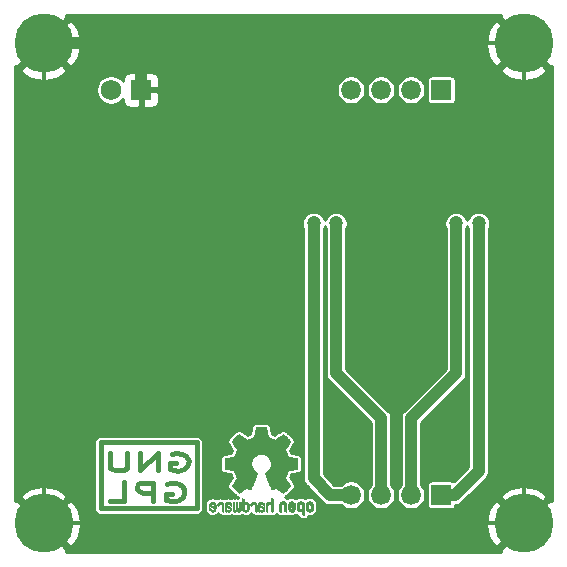
<source format=gbl>
%TF.GenerationSoftware,KiCad,Pcbnew,(5.1.10)-1*%
%TF.CreationDate,2021-10-30T21:19:33-04:00*%
%TF.ProjectId,Z_Brake,5a5f4272-616b-4652-9e6b-696361645f70,rev?*%
%TF.SameCoordinates,Original*%
%TF.FileFunction,Copper,L2,Bot*%
%TF.FilePolarity,Positive*%
%FSLAX46Y46*%
G04 Gerber Fmt 4.6, Leading zero omitted, Abs format (unit mm)*
G04 Created by KiCad (PCBNEW (5.1.10)-1) date 2021-10-30 21:19:33*
%MOMM*%
%LPD*%
G01*
G04 APERTURE LIST*
%TA.AperFunction,EtchedComponent*%
%ADD10C,0.381000*%
%TD*%
%TA.AperFunction,EtchedComponent*%
%ADD11C,0.010000*%
%TD*%
%TA.AperFunction,ComponentPad*%
%ADD12R,1.690000X1.690000*%
%TD*%
%TA.AperFunction,ComponentPad*%
%ADD13C,1.690000*%
%TD*%
%TA.AperFunction,ComponentPad*%
%ADD14C,5.000000*%
%TD*%
%TA.AperFunction,ComponentPad*%
%ADD15R,1.755000X1.755000*%
%TD*%
%TA.AperFunction,ComponentPad*%
%ADD16C,1.755000*%
%TD*%
%TA.AperFunction,ViaPad*%
%ADD17C,0.800000*%
%TD*%
%TA.AperFunction,ViaPad*%
%ADD18C,1.200000*%
%TD*%
%TA.AperFunction,Conductor*%
%ADD19C,0.350000*%
%TD*%
%TA.AperFunction,Conductor*%
%ADD20C,1.000000*%
%TD*%
%TA.AperFunction,Conductor*%
%ADD21C,0.254000*%
%TD*%
%TA.AperFunction,Conductor*%
%ADD22C,0.100000*%
%TD*%
G04 APERTURE END LIST*
D10*
%TO.C,REF\u002A\u002A*%
X65844420Y-117139720D02*
X65844420Y-118739920D01*
X65844420Y-118739920D02*
X64645540Y-118739920D01*
X68343780Y-118739920D02*
X68343780Y-117238780D01*
X68343780Y-117238780D02*
X67444620Y-117238780D01*
X67444620Y-117238780D02*
X67243960Y-117238780D01*
X67243960Y-117238780D02*
X67045840Y-117340380D01*
X67045840Y-117340380D02*
X66944240Y-117541040D01*
X66944240Y-117541040D02*
X66944240Y-117739160D01*
X66944240Y-117739160D02*
X67144900Y-117939820D01*
X67144900Y-117939820D02*
X67444620Y-118038880D01*
X67444620Y-118038880D02*
X68343780Y-118038880D01*
X69545200Y-117340380D02*
X69745860Y-117238780D01*
X69745860Y-117238780D02*
X70246240Y-117238780D01*
X70246240Y-117238780D02*
X70545960Y-117340380D01*
X70545960Y-117340380D02*
X70744080Y-117439440D01*
X70744080Y-117439440D02*
X70944740Y-117739160D01*
X70944740Y-117739160D02*
X70944740Y-118038880D01*
X70944740Y-118038880D02*
X70845680Y-118440200D01*
X70845680Y-118440200D02*
X70545960Y-118640860D01*
X70545960Y-118640860D02*
X70246240Y-118739920D01*
X70246240Y-118739920D02*
X69943980Y-118739920D01*
X69943980Y-118739920D02*
X69446140Y-118640860D01*
X69446140Y-118640860D02*
X69446140Y-118140480D01*
X69446140Y-118140480D02*
X69943980Y-118140480D01*
X66144140Y-114640360D02*
X66144140Y-115940840D01*
X66144140Y-115940840D02*
X65844420Y-116138960D01*
X65844420Y-116138960D02*
X65544700Y-116138960D01*
X65544700Y-116138960D02*
X65145920Y-116138960D01*
X65145920Y-116138960D02*
X64846200Y-116039900D01*
X64846200Y-116039900D02*
X64645540Y-115940840D01*
X64645540Y-115940840D02*
X64645540Y-114640360D01*
X68745100Y-116138960D02*
X68745100Y-114640360D01*
X68745100Y-114640360D02*
X67243960Y-116138960D01*
X67243960Y-116138960D02*
X67243960Y-114640360D01*
X69943980Y-114739420D02*
X70246240Y-114640360D01*
X70246240Y-114640360D02*
X70744080Y-114739420D01*
X70744080Y-114739420D02*
X71145400Y-114940080D01*
X71145400Y-114940080D02*
X71346060Y-115338860D01*
X71346060Y-115338860D02*
X71244460Y-115740180D01*
X71244460Y-115740180D02*
X70944740Y-116039900D01*
X70944740Y-116039900D02*
X70444360Y-116240560D01*
X70444360Y-116240560D02*
X69745860Y-116039900D01*
X69745860Y-116039900D02*
X69745860Y-115539520D01*
X69745860Y-115539520D02*
X70246240Y-115539520D01*
X72009000Y-113792000D02*
X63881000Y-113792000D01*
X63881000Y-113792000D02*
X63881000Y-119380000D01*
X63881000Y-119380000D02*
X72009000Y-119380000D01*
X72009000Y-119380000D02*
X72009000Y-113792000D01*
D11*
G36*
X80701114Y-118789505D02*
G01*
X80626461Y-118826727D01*
X80560569Y-118895261D01*
X80542423Y-118920648D01*
X80522655Y-118953866D01*
X80509828Y-118989945D01*
X80502490Y-119038098D01*
X80499187Y-119107536D01*
X80498462Y-119199206D01*
X80501737Y-119324830D01*
X80513123Y-119419154D01*
X80534959Y-119489523D01*
X80569581Y-119543286D01*
X80619330Y-119587788D01*
X80622986Y-119590423D01*
X80672015Y-119617377D01*
X80731055Y-119630712D01*
X80806141Y-119634000D01*
X80928205Y-119634000D01*
X80928256Y-119752497D01*
X80929392Y-119818492D01*
X80936314Y-119857202D01*
X80954402Y-119880419D01*
X80989038Y-119899933D01*
X80997355Y-119903920D01*
X81036280Y-119922603D01*
X81066417Y-119934403D01*
X81088826Y-119935422D01*
X81104567Y-119921761D01*
X81114698Y-119889522D01*
X81120277Y-119834804D01*
X81122365Y-119753711D01*
X81122019Y-119642344D01*
X81120300Y-119496802D01*
X81119763Y-119453269D01*
X81117828Y-119303205D01*
X81116096Y-119205042D01*
X80928308Y-119205042D01*
X80927252Y-119288364D01*
X80922562Y-119342880D01*
X80911949Y-119378837D01*
X80893128Y-119406482D01*
X80880350Y-119419965D01*
X80828110Y-119459417D01*
X80781858Y-119462628D01*
X80734133Y-119430049D01*
X80732923Y-119428846D01*
X80713506Y-119403668D01*
X80701693Y-119369447D01*
X80695735Y-119316748D01*
X80693880Y-119236131D01*
X80693846Y-119218271D01*
X80698330Y-119107175D01*
X80712926Y-119030161D01*
X80739350Y-118983147D01*
X80779317Y-118962050D01*
X80802416Y-118959923D01*
X80857238Y-118969900D01*
X80894842Y-119002752D01*
X80917477Y-119062857D01*
X80927394Y-119154598D01*
X80928308Y-119205042D01*
X81116096Y-119205042D01*
X81115778Y-119187060D01*
X81113127Y-119099679D01*
X81109394Y-119035905D01*
X81104093Y-118990582D01*
X81096742Y-118958555D01*
X81086857Y-118934668D01*
X81073954Y-118913764D01*
X81068421Y-118905898D01*
X80995031Y-118831595D01*
X80902240Y-118789467D01*
X80794904Y-118777722D01*
X80701114Y-118789505D01*
G37*
X80701114Y-118789505D02*
X80626461Y-118826727D01*
X80560569Y-118895261D01*
X80542423Y-118920648D01*
X80522655Y-118953866D01*
X80509828Y-118989945D01*
X80502490Y-119038098D01*
X80499187Y-119107536D01*
X80498462Y-119199206D01*
X80501737Y-119324830D01*
X80513123Y-119419154D01*
X80534959Y-119489523D01*
X80569581Y-119543286D01*
X80619330Y-119587788D01*
X80622986Y-119590423D01*
X80672015Y-119617377D01*
X80731055Y-119630712D01*
X80806141Y-119634000D01*
X80928205Y-119634000D01*
X80928256Y-119752497D01*
X80929392Y-119818492D01*
X80936314Y-119857202D01*
X80954402Y-119880419D01*
X80989038Y-119899933D01*
X80997355Y-119903920D01*
X81036280Y-119922603D01*
X81066417Y-119934403D01*
X81088826Y-119935422D01*
X81104567Y-119921761D01*
X81114698Y-119889522D01*
X81120277Y-119834804D01*
X81122365Y-119753711D01*
X81122019Y-119642344D01*
X81120300Y-119496802D01*
X81119763Y-119453269D01*
X81117828Y-119303205D01*
X81116096Y-119205042D01*
X80928308Y-119205042D01*
X80927252Y-119288364D01*
X80922562Y-119342880D01*
X80911949Y-119378837D01*
X80893128Y-119406482D01*
X80880350Y-119419965D01*
X80828110Y-119459417D01*
X80781858Y-119462628D01*
X80734133Y-119430049D01*
X80732923Y-119428846D01*
X80713506Y-119403668D01*
X80701693Y-119369447D01*
X80695735Y-119316748D01*
X80693880Y-119236131D01*
X80693846Y-119218271D01*
X80698330Y-119107175D01*
X80712926Y-119030161D01*
X80739350Y-118983147D01*
X80779317Y-118962050D01*
X80802416Y-118959923D01*
X80857238Y-118969900D01*
X80894842Y-119002752D01*
X80917477Y-119062857D01*
X80927394Y-119154598D01*
X80928308Y-119205042D01*
X81116096Y-119205042D01*
X81115778Y-119187060D01*
X81113127Y-119099679D01*
X81109394Y-119035905D01*
X81104093Y-118990582D01*
X81096742Y-118958555D01*
X81086857Y-118934668D01*
X81073954Y-118913764D01*
X81068421Y-118905898D01*
X80995031Y-118831595D01*
X80902240Y-118789467D01*
X80794904Y-118777722D01*
X80701114Y-118789505D01*
G36*
X79198336Y-118800089D02*
G01*
X79135633Y-118836358D01*
X79092039Y-118872358D01*
X79060155Y-118910075D01*
X79038190Y-118956199D01*
X79024351Y-119017421D01*
X79016847Y-119100431D01*
X79013883Y-119211919D01*
X79013539Y-119292062D01*
X79013539Y-119587065D01*
X79179615Y-119661515D01*
X79189385Y-119338402D01*
X79193421Y-119217729D01*
X79197656Y-119130141D01*
X79202903Y-119069650D01*
X79209975Y-119030268D01*
X79219689Y-119006007D01*
X79232856Y-118990880D01*
X79237081Y-118987606D01*
X79301091Y-118962034D01*
X79365792Y-118972153D01*
X79404308Y-118999000D01*
X79419975Y-119018024D01*
X79430820Y-119042988D01*
X79437712Y-119080834D01*
X79441521Y-119138502D01*
X79443117Y-119222935D01*
X79443385Y-119310928D01*
X79443437Y-119421323D01*
X79445328Y-119499463D01*
X79451655Y-119552165D01*
X79465017Y-119586242D01*
X79488015Y-119608511D01*
X79523246Y-119625787D01*
X79570303Y-119643738D01*
X79621697Y-119663278D01*
X79615579Y-119316485D01*
X79613116Y-119191468D01*
X79610233Y-119099082D01*
X79606102Y-119032881D01*
X79599893Y-118986420D01*
X79590774Y-118953256D01*
X79577917Y-118926944D01*
X79562416Y-118903729D01*
X79487629Y-118829569D01*
X79396372Y-118786684D01*
X79297117Y-118776412D01*
X79198336Y-118800089D01*
G37*
X79198336Y-118800089D02*
X79135633Y-118836358D01*
X79092039Y-118872358D01*
X79060155Y-118910075D01*
X79038190Y-118956199D01*
X79024351Y-119017421D01*
X79016847Y-119100431D01*
X79013883Y-119211919D01*
X79013539Y-119292062D01*
X79013539Y-119587065D01*
X79179615Y-119661515D01*
X79189385Y-119338402D01*
X79193421Y-119217729D01*
X79197656Y-119130141D01*
X79202903Y-119069650D01*
X79209975Y-119030268D01*
X79219689Y-119006007D01*
X79232856Y-118990880D01*
X79237081Y-118987606D01*
X79301091Y-118962034D01*
X79365792Y-118972153D01*
X79404308Y-118999000D01*
X79419975Y-119018024D01*
X79430820Y-119042988D01*
X79437712Y-119080834D01*
X79441521Y-119138502D01*
X79443117Y-119222935D01*
X79443385Y-119310928D01*
X79443437Y-119421323D01*
X79445328Y-119499463D01*
X79451655Y-119552165D01*
X79465017Y-119586242D01*
X79488015Y-119608511D01*
X79523246Y-119625787D01*
X79570303Y-119643738D01*
X79621697Y-119663278D01*
X79615579Y-119316485D01*
X79613116Y-119191468D01*
X79610233Y-119099082D01*
X79606102Y-119032881D01*
X79599893Y-118986420D01*
X79590774Y-118953256D01*
X79577917Y-118926944D01*
X79562416Y-118903729D01*
X79487629Y-118829569D01*
X79396372Y-118786684D01*
X79297117Y-118776412D01*
X79198336Y-118800089D01*
G36*
X81453114Y-118792256D02*
G01*
X81361536Y-118840409D01*
X81293951Y-118917905D01*
X81269943Y-118967727D01*
X81251262Y-119042533D01*
X81241699Y-119137052D01*
X81240792Y-119240210D01*
X81248079Y-119340935D01*
X81263097Y-119428153D01*
X81285385Y-119490791D01*
X81292235Y-119501579D01*
X81373368Y-119582105D01*
X81469734Y-119630336D01*
X81574299Y-119644450D01*
X81680032Y-119622629D01*
X81709457Y-119609547D01*
X81766759Y-119569231D01*
X81817050Y-119515775D01*
X81821803Y-119508995D01*
X81841122Y-119476321D01*
X81853892Y-119441394D01*
X81861436Y-119395414D01*
X81865076Y-119329584D01*
X81866135Y-119235105D01*
X81866154Y-119213923D01*
X81866106Y-119207182D01*
X81670769Y-119207182D01*
X81669632Y-119296349D01*
X81665159Y-119355520D01*
X81655754Y-119393741D01*
X81639824Y-119420053D01*
X81631692Y-119428846D01*
X81584942Y-119462261D01*
X81539553Y-119460737D01*
X81493660Y-119431752D01*
X81466288Y-119400809D01*
X81450077Y-119355643D01*
X81440974Y-119284420D01*
X81440349Y-119276114D01*
X81438796Y-119147037D01*
X81455035Y-119051172D01*
X81488848Y-118989107D01*
X81540016Y-118961432D01*
X81558280Y-118959923D01*
X81606240Y-118967513D01*
X81639047Y-118993808D01*
X81659105Y-119044095D01*
X81668822Y-119123664D01*
X81670769Y-119207182D01*
X81866106Y-119207182D01*
X81865426Y-119113249D01*
X81862371Y-119042906D01*
X81855678Y-118994163D01*
X81844040Y-118958288D01*
X81826147Y-118926548D01*
X81822192Y-118920648D01*
X81755733Y-118841104D01*
X81683315Y-118794929D01*
X81595151Y-118776599D01*
X81565213Y-118775703D01*
X81453114Y-118792256D01*
G37*
X81453114Y-118792256D02*
X81361536Y-118840409D01*
X81293951Y-118917905D01*
X81269943Y-118967727D01*
X81251262Y-119042533D01*
X81241699Y-119137052D01*
X81240792Y-119240210D01*
X81248079Y-119340935D01*
X81263097Y-119428153D01*
X81285385Y-119490791D01*
X81292235Y-119501579D01*
X81373368Y-119582105D01*
X81469734Y-119630336D01*
X81574299Y-119644450D01*
X81680032Y-119622629D01*
X81709457Y-119609547D01*
X81766759Y-119569231D01*
X81817050Y-119515775D01*
X81821803Y-119508995D01*
X81841122Y-119476321D01*
X81853892Y-119441394D01*
X81861436Y-119395414D01*
X81865076Y-119329584D01*
X81866135Y-119235105D01*
X81866154Y-119213923D01*
X81866106Y-119207182D01*
X81670769Y-119207182D01*
X81669632Y-119296349D01*
X81665159Y-119355520D01*
X81655754Y-119393741D01*
X81639824Y-119420053D01*
X81631692Y-119428846D01*
X81584942Y-119462261D01*
X81539553Y-119460737D01*
X81493660Y-119431752D01*
X81466288Y-119400809D01*
X81450077Y-119355643D01*
X81440974Y-119284420D01*
X81440349Y-119276114D01*
X81438796Y-119147037D01*
X81455035Y-119051172D01*
X81488848Y-118989107D01*
X81540016Y-118961432D01*
X81558280Y-118959923D01*
X81606240Y-118967513D01*
X81639047Y-118993808D01*
X81659105Y-119044095D01*
X81668822Y-119123664D01*
X81670769Y-119207182D01*
X81866106Y-119207182D01*
X81865426Y-119113249D01*
X81862371Y-119042906D01*
X81855678Y-118994163D01*
X81844040Y-118958288D01*
X81826147Y-118926548D01*
X81822192Y-118920648D01*
X81755733Y-118841104D01*
X81683315Y-118794929D01*
X81595151Y-118776599D01*
X81565213Y-118775703D01*
X81453114Y-118792256D01*
G36*
X79935746Y-118804745D02*
G01*
X79858714Y-118856567D01*
X79799184Y-118931412D01*
X79763622Y-119026654D01*
X79756429Y-119096756D01*
X79757246Y-119126009D01*
X79764086Y-119148407D01*
X79782888Y-119168474D01*
X79819592Y-119190733D01*
X79880138Y-119219709D01*
X79970466Y-119259927D01*
X79970923Y-119260129D01*
X80054067Y-119298210D01*
X80122247Y-119332025D01*
X80168495Y-119357933D01*
X80185842Y-119372295D01*
X80185846Y-119372411D01*
X80170557Y-119403685D01*
X80134804Y-119438157D01*
X80093758Y-119462990D01*
X80072963Y-119467923D01*
X80016230Y-119450862D01*
X79967373Y-119408133D01*
X79943535Y-119361155D01*
X79920603Y-119326522D01*
X79875682Y-119287081D01*
X79822877Y-119253009D01*
X79776290Y-119234480D01*
X79766548Y-119233462D01*
X79755582Y-119250215D01*
X79754921Y-119293039D01*
X79762980Y-119350781D01*
X79778173Y-119412289D01*
X79798914Y-119466409D01*
X79799962Y-119468510D01*
X79862379Y-119555660D01*
X79943274Y-119614939D01*
X80035144Y-119644034D01*
X80130487Y-119640634D01*
X80221802Y-119602428D01*
X80225862Y-119599741D01*
X80297694Y-119534642D01*
X80344927Y-119449705D01*
X80371066Y-119338021D01*
X80374574Y-119306643D01*
X80380787Y-119158536D01*
X80373339Y-119089468D01*
X80185846Y-119089468D01*
X80183410Y-119132552D01*
X80170086Y-119145126D01*
X80136868Y-119135719D01*
X80084506Y-119113483D01*
X80025976Y-119085610D01*
X80024521Y-119084872D01*
X79974911Y-119058777D01*
X79955000Y-119041363D01*
X79959910Y-119023107D01*
X79980584Y-118999120D01*
X80033181Y-118964406D01*
X80089823Y-118961856D01*
X80140631Y-118987119D01*
X80175724Y-119035847D01*
X80185846Y-119089468D01*
X80373339Y-119089468D01*
X80368008Y-119040036D01*
X80335222Y-118946055D01*
X80289579Y-118880215D01*
X80207198Y-118813681D01*
X80116454Y-118780676D01*
X80023815Y-118778573D01*
X79935746Y-118804745D01*
G37*
X79935746Y-118804745D02*
X79858714Y-118856567D01*
X79799184Y-118931412D01*
X79763622Y-119026654D01*
X79756429Y-119096756D01*
X79757246Y-119126009D01*
X79764086Y-119148407D01*
X79782888Y-119168474D01*
X79819592Y-119190733D01*
X79880138Y-119219709D01*
X79970466Y-119259927D01*
X79970923Y-119260129D01*
X80054067Y-119298210D01*
X80122247Y-119332025D01*
X80168495Y-119357933D01*
X80185842Y-119372295D01*
X80185846Y-119372411D01*
X80170557Y-119403685D01*
X80134804Y-119438157D01*
X80093758Y-119462990D01*
X80072963Y-119467923D01*
X80016230Y-119450862D01*
X79967373Y-119408133D01*
X79943535Y-119361155D01*
X79920603Y-119326522D01*
X79875682Y-119287081D01*
X79822877Y-119253009D01*
X79776290Y-119234480D01*
X79766548Y-119233462D01*
X79755582Y-119250215D01*
X79754921Y-119293039D01*
X79762980Y-119350781D01*
X79778173Y-119412289D01*
X79798914Y-119466409D01*
X79799962Y-119468510D01*
X79862379Y-119555660D01*
X79943274Y-119614939D01*
X80035144Y-119644034D01*
X80130487Y-119640634D01*
X80221802Y-119602428D01*
X80225862Y-119599741D01*
X80297694Y-119534642D01*
X80344927Y-119449705D01*
X80371066Y-119338021D01*
X80374574Y-119306643D01*
X80380787Y-119158536D01*
X80373339Y-119089468D01*
X80185846Y-119089468D01*
X80183410Y-119132552D01*
X80170086Y-119145126D01*
X80136868Y-119135719D01*
X80084506Y-119113483D01*
X80025976Y-119085610D01*
X80024521Y-119084872D01*
X79974911Y-119058777D01*
X79955000Y-119041363D01*
X79959910Y-119023107D01*
X79980584Y-118999120D01*
X80033181Y-118964406D01*
X80089823Y-118961856D01*
X80140631Y-118987119D01*
X80175724Y-119035847D01*
X80185846Y-119089468D01*
X80373339Y-119089468D01*
X80368008Y-119040036D01*
X80335222Y-118946055D01*
X80289579Y-118880215D01*
X80207198Y-118813681D01*
X80116454Y-118780676D01*
X80023815Y-118778573D01*
X79935746Y-118804745D01*
G36*
X78310154Y-118697120D02*
G01*
X78304428Y-118776980D01*
X78297851Y-118824039D01*
X78288738Y-118844566D01*
X78275402Y-118844829D01*
X78271077Y-118842378D01*
X78213556Y-118824636D01*
X78138732Y-118825672D01*
X78062661Y-118843910D01*
X78015082Y-118867505D01*
X77966298Y-118905198D01*
X77930636Y-118947855D01*
X77906155Y-119002057D01*
X77890913Y-119074384D01*
X77882970Y-119171419D01*
X77880384Y-119299742D01*
X77880338Y-119324358D01*
X77880308Y-119600870D01*
X77941839Y-119622320D01*
X77985541Y-119636912D01*
X78009518Y-119643706D01*
X78010223Y-119643769D01*
X78012585Y-119625345D01*
X78014594Y-119574526D01*
X78016099Y-119497993D01*
X78016947Y-119402430D01*
X78017077Y-119344329D01*
X78017349Y-119229771D01*
X78018748Y-119147667D01*
X78022151Y-119091393D01*
X78028433Y-119054326D01*
X78038471Y-119029844D01*
X78053139Y-119011325D01*
X78062298Y-119002406D01*
X78125211Y-118966466D01*
X78193864Y-118963775D01*
X78256152Y-118994170D01*
X78267671Y-119005144D01*
X78284567Y-119025779D01*
X78296286Y-119050256D01*
X78303767Y-119085647D01*
X78307946Y-119139026D01*
X78309763Y-119217466D01*
X78310154Y-119325617D01*
X78310154Y-119600870D01*
X78371685Y-119622320D01*
X78415387Y-119636912D01*
X78439364Y-119643706D01*
X78440070Y-119643769D01*
X78441874Y-119625069D01*
X78443500Y-119572322D01*
X78444883Y-119490557D01*
X78445958Y-119384805D01*
X78446660Y-119260094D01*
X78446923Y-119121455D01*
X78446923Y-118586806D01*
X78319923Y-118533236D01*
X78310154Y-118697120D01*
G37*
X78310154Y-118697120D02*
X78304428Y-118776980D01*
X78297851Y-118824039D01*
X78288738Y-118844566D01*
X78275402Y-118844829D01*
X78271077Y-118842378D01*
X78213556Y-118824636D01*
X78138732Y-118825672D01*
X78062661Y-118843910D01*
X78015082Y-118867505D01*
X77966298Y-118905198D01*
X77930636Y-118947855D01*
X77906155Y-119002057D01*
X77890913Y-119074384D01*
X77882970Y-119171419D01*
X77880384Y-119299742D01*
X77880338Y-119324358D01*
X77880308Y-119600870D01*
X77941839Y-119622320D01*
X77985541Y-119636912D01*
X78009518Y-119643706D01*
X78010223Y-119643769D01*
X78012585Y-119625345D01*
X78014594Y-119574526D01*
X78016099Y-119497993D01*
X78016947Y-119402430D01*
X78017077Y-119344329D01*
X78017349Y-119229771D01*
X78018748Y-119147667D01*
X78022151Y-119091393D01*
X78028433Y-119054326D01*
X78038471Y-119029844D01*
X78053139Y-119011325D01*
X78062298Y-119002406D01*
X78125211Y-118966466D01*
X78193864Y-118963775D01*
X78256152Y-118994170D01*
X78267671Y-119005144D01*
X78284567Y-119025779D01*
X78296286Y-119050256D01*
X78303767Y-119085647D01*
X78307946Y-119139026D01*
X78309763Y-119217466D01*
X78310154Y-119325617D01*
X78310154Y-119600870D01*
X78371685Y-119622320D01*
X78415387Y-119636912D01*
X78439364Y-119643706D01*
X78440070Y-119643769D01*
X78441874Y-119625069D01*
X78443500Y-119572322D01*
X78444883Y-119490557D01*
X78445958Y-119384805D01*
X78446660Y-119260094D01*
X78446923Y-119121455D01*
X78446923Y-118586806D01*
X78319923Y-118533236D01*
X78310154Y-118697120D01*
G36*
X77416499Y-118831303D02*
G01*
X77339940Y-118859733D01*
X77339064Y-118860279D01*
X77291715Y-118895127D01*
X77256759Y-118935852D01*
X77232175Y-118988925D01*
X77215938Y-119060814D01*
X77206025Y-119157992D01*
X77200414Y-119286928D01*
X77199923Y-119305298D01*
X77192859Y-119582287D01*
X77252305Y-119613028D01*
X77295319Y-119633802D01*
X77321290Y-119643646D01*
X77322491Y-119643769D01*
X77326986Y-119625606D01*
X77330556Y-119576612D01*
X77332752Y-119505031D01*
X77333231Y-119447068D01*
X77333242Y-119353170D01*
X77337534Y-119294203D01*
X77352497Y-119266079D01*
X77384518Y-119264706D01*
X77439986Y-119285998D01*
X77523731Y-119325136D01*
X77585311Y-119357643D01*
X77616983Y-119385845D01*
X77626294Y-119416582D01*
X77626308Y-119418104D01*
X77610943Y-119471054D01*
X77565453Y-119499660D01*
X77495834Y-119503803D01*
X77445687Y-119503084D01*
X77419246Y-119517527D01*
X77402757Y-119552218D01*
X77393267Y-119596416D01*
X77406943Y-119621493D01*
X77412093Y-119625082D01*
X77460575Y-119639496D01*
X77528469Y-119641537D01*
X77598388Y-119631983D01*
X77647932Y-119614522D01*
X77716430Y-119556364D01*
X77755366Y-119475408D01*
X77763077Y-119412160D01*
X77757193Y-119355111D01*
X77735899Y-119308542D01*
X77693735Y-119267181D01*
X77625241Y-119225755D01*
X77524956Y-119178993D01*
X77518846Y-119176350D01*
X77428510Y-119134617D01*
X77372765Y-119100391D01*
X77348871Y-119069635D01*
X77354087Y-119038311D01*
X77385672Y-119002383D01*
X77395117Y-118994116D01*
X77458383Y-118962058D01*
X77523936Y-118963407D01*
X77581028Y-118994838D01*
X77618907Y-119053024D01*
X77622426Y-119064446D01*
X77656700Y-119119837D01*
X77700191Y-119146518D01*
X77763077Y-119172960D01*
X77763077Y-119104548D01*
X77743948Y-119005110D01*
X77687169Y-118913902D01*
X77657622Y-118883389D01*
X77590458Y-118844228D01*
X77505044Y-118826500D01*
X77416499Y-118831303D01*
G37*
X77416499Y-118831303D02*
X77339940Y-118859733D01*
X77339064Y-118860279D01*
X77291715Y-118895127D01*
X77256759Y-118935852D01*
X77232175Y-118988925D01*
X77215938Y-119060814D01*
X77206025Y-119157992D01*
X77200414Y-119286928D01*
X77199923Y-119305298D01*
X77192859Y-119582287D01*
X77252305Y-119613028D01*
X77295319Y-119633802D01*
X77321290Y-119643646D01*
X77322491Y-119643769D01*
X77326986Y-119625606D01*
X77330556Y-119576612D01*
X77332752Y-119505031D01*
X77333231Y-119447068D01*
X77333242Y-119353170D01*
X77337534Y-119294203D01*
X77352497Y-119266079D01*
X77384518Y-119264706D01*
X77439986Y-119285998D01*
X77523731Y-119325136D01*
X77585311Y-119357643D01*
X77616983Y-119385845D01*
X77626294Y-119416582D01*
X77626308Y-119418104D01*
X77610943Y-119471054D01*
X77565453Y-119499660D01*
X77495834Y-119503803D01*
X77445687Y-119503084D01*
X77419246Y-119517527D01*
X77402757Y-119552218D01*
X77393267Y-119596416D01*
X77406943Y-119621493D01*
X77412093Y-119625082D01*
X77460575Y-119639496D01*
X77528469Y-119641537D01*
X77598388Y-119631983D01*
X77647932Y-119614522D01*
X77716430Y-119556364D01*
X77755366Y-119475408D01*
X77763077Y-119412160D01*
X77757193Y-119355111D01*
X77735899Y-119308542D01*
X77693735Y-119267181D01*
X77625241Y-119225755D01*
X77524956Y-119178993D01*
X77518846Y-119176350D01*
X77428510Y-119134617D01*
X77372765Y-119100391D01*
X77348871Y-119069635D01*
X77354087Y-119038311D01*
X77385672Y-119002383D01*
X77395117Y-118994116D01*
X77458383Y-118962058D01*
X77523936Y-118963407D01*
X77581028Y-118994838D01*
X77618907Y-119053024D01*
X77622426Y-119064446D01*
X77656700Y-119119837D01*
X77700191Y-119146518D01*
X77763077Y-119172960D01*
X77763077Y-119104548D01*
X77743948Y-119005110D01*
X77687169Y-118913902D01*
X77657622Y-118883389D01*
X77590458Y-118844228D01*
X77505044Y-118826500D01*
X77416499Y-118831303D01*
G36*
X76756638Y-118829670D02*
G01*
X76667883Y-118862421D01*
X76595978Y-118920350D01*
X76567856Y-118961128D01*
X76537198Y-119035954D01*
X76537835Y-119090058D01*
X76570013Y-119126446D01*
X76581919Y-119132633D01*
X76633325Y-119151925D01*
X76659578Y-119146982D01*
X76668470Y-119114587D01*
X76668923Y-119096692D01*
X76685203Y-119030859D01*
X76727635Y-118984807D01*
X76786612Y-118962564D01*
X76852525Y-118968161D01*
X76906105Y-118997229D01*
X76924202Y-119013810D01*
X76937029Y-119033925D01*
X76945694Y-119064332D01*
X76951304Y-119111788D01*
X76954965Y-119183050D01*
X76957785Y-119284875D01*
X76958516Y-119317115D01*
X76961180Y-119427410D01*
X76964208Y-119505036D01*
X76968750Y-119556396D01*
X76975954Y-119587890D01*
X76986967Y-119605920D01*
X77002940Y-119616888D01*
X77013166Y-119621733D01*
X77056594Y-119638301D01*
X77082158Y-119643769D01*
X77090605Y-119625507D01*
X77095761Y-119570296D01*
X77097654Y-119477499D01*
X77096311Y-119346478D01*
X77095893Y-119326269D01*
X77092942Y-119206733D01*
X77089452Y-119119449D01*
X77084486Y-119057591D01*
X77077107Y-119014336D01*
X77066376Y-118982860D01*
X77051355Y-118956339D01*
X77043498Y-118944975D01*
X76998447Y-118894692D01*
X76948060Y-118855581D01*
X76941892Y-118852167D01*
X76851542Y-118825212D01*
X76756638Y-118829670D01*
G37*
X76756638Y-118829670D02*
X76667883Y-118862421D01*
X76595978Y-118920350D01*
X76567856Y-118961128D01*
X76537198Y-119035954D01*
X76537835Y-119090058D01*
X76570013Y-119126446D01*
X76581919Y-119132633D01*
X76633325Y-119151925D01*
X76659578Y-119146982D01*
X76668470Y-119114587D01*
X76668923Y-119096692D01*
X76685203Y-119030859D01*
X76727635Y-118984807D01*
X76786612Y-118962564D01*
X76852525Y-118968161D01*
X76906105Y-118997229D01*
X76924202Y-119013810D01*
X76937029Y-119033925D01*
X76945694Y-119064332D01*
X76951304Y-119111788D01*
X76954965Y-119183050D01*
X76957785Y-119284875D01*
X76958516Y-119317115D01*
X76961180Y-119427410D01*
X76964208Y-119505036D01*
X76968750Y-119556396D01*
X76975954Y-119587890D01*
X76986967Y-119605920D01*
X77002940Y-119616888D01*
X77013166Y-119621733D01*
X77056594Y-119638301D01*
X77082158Y-119643769D01*
X77090605Y-119625507D01*
X77095761Y-119570296D01*
X77097654Y-119477499D01*
X77096311Y-119346478D01*
X77095893Y-119326269D01*
X77092942Y-119206733D01*
X77089452Y-119119449D01*
X77084486Y-119057591D01*
X77077107Y-119014336D01*
X77066376Y-118982860D01*
X77051355Y-118956339D01*
X77043498Y-118944975D01*
X76998447Y-118894692D01*
X76948060Y-118855581D01*
X76941892Y-118852167D01*
X76851542Y-118825212D01*
X76756638Y-118829670D01*
G36*
X75867919Y-118985289D02*
G01*
X75868167Y-119131320D01*
X75869128Y-119243655D01*
X75871206Y-119327678D01*
X75874807Y-119388769D01*
X75880335Y-119432309D01*
X75888196Y-119463679D01*
X75898793Y-119488262D01*
X75906818Y-119502294D01*
X75973272Y-119578388D01*
X76057530Y-119626084D01*
X76150751Y-119643199D01*
X76244100Y-119627546D01*
X76299688Y-119599418D01*
X76358043Y-119550760D01*
X76397814Y-119491333D01*
X76421810Y-119413507D01*
X76432839Y-119309652D01*
X76434401Y-119233462D01*
X76434191Y-119227986D01*
X76297692Y-119227986D01*
X76296859Y-119315355D01*
X76293039Y-119373192D01*
X76284254Y-119411029D01*
X76268526Y-119438398D01*
X76249734Y-119459042D01*
X76186625Y-119498890D01*
X76118863Y-119502295D01*
X76054821Y-119469025D01*
X76049836Y-119464517D01*
X76028561Y-119441067D01*
X76015221Y-119413166D01*
X76007999Y-119371641D01*
X76005077Y-119307316D01*
X76004615Y-119236200D01*
X76005617Y-119146858D01*
X76009762Y-119087258D01*
X76018764Y-119048089D01*
X76034333Y-119020040D01*
X76047098Y-119005144D01*
X76106400Y-118967575D01*
X76174699Y-118963057D01*
X76239890Y-118991753D01*
X76252472Y-119002406D01*
X76273889Y-119026063D01*
X76287256Y-119054251D01*
X76294434Y-119096245D01*
X76297281Y-119161319D01*
X76297692Y-119227986D01*
X76434191Y-119227986D01*
X76429678Y-119110765D01*
X76413638Y-119018577D01*
X76383472Y-118949269D01*
X76336371Y-118895211D01*
X76299688Y-118867505D01*
X76233010Y-118837572D01*
X76155728Y-118823678D01*
X76083890Y-118827397D01*
X76043692Y-118842400D01*
X76027918Y-118846670D01*
X76017450Y-118830750D01*
X76010144Y-118788089D01*
X76004615Y-118723106D01*
X75998563Y-118650732D01*
X75990156Y-118607187D01*
X75974859Y-118582287D01*
X75948136Y-118565845D01*
X75931346Y-118558564D01*
X75867846Y-118531963D01*
X75867919Y-118985289D01*
G37*
X75867919Y-118985289D02*
X75868167Y-119131320D01*
X75869128Y-119243655D01*
X75871206Y-119327678D01*
X75874807Y-119388769D01*
X75880335Y-119432309D01*
X75888196Y-119463679D01*
X75898793Y-119488262D01*
X75906818Y-119502294D01*
X75973272Y-119578388D01*
X76057530Y-119626084D01*
X76150751Y-119643199D01*
X76244100Y-119627546D01*
X76299688Y-119599418D01*
X76358043Y-119550760D01*
X76397814Y-119491333D01*
X76421810Y-119413507D01*
X76432839Y-119309652D01*
X76434401Y-119233462D01*
X76434191Y-119227986D01*
X76297692Y-119227986D01*
X76296859Y-119315355D01*
X76293039Y-119373192D01*
X76284254Y-119411029D01*
X76268526Y-119438398D01*
X76249734Y-119459042D01*
X76186625Y-119498890D01*
X76118863Y-119502295D01*
X76054821Y-119469025D01*
X76049836Y-119464517D01*
X76028561Y-119441067D01*
X76015221Y-119413166D01*
X76007999Y-119371641D01*
X76005077Y-119307316D01*
X76004615Y-119236200D01*
X76005617Y-119146858D01*
X76009762Y-119087258D01*
X76018764Y-119048089D01*
X76034333Y-119020040D01*
X76047098Y-119005144D01*
X76106400Y-118967575D01*
X76174699Y-118963057D01*
X76239890Y-118991753D01*
X76252472Y-119002406D01*
X76273889Y-119026063D01*
X76287256Y-119054251D01*
X76294434Y-119096245D01*
X76297281Y-119161319D01*
X76297692Y-119227986D01*
X76434191Y-119227986D01*
X76429678Y-119110765D01*
X76413638Y-119018577D01*
X76383472Y-118949269D01*
X76336371Y-118895211D01*
X76299688Y-118867505D01*
X76233010Y-118837572D01*
X76155728Y-118823678D01*
X76083890Y-118827397D01*
X76043692Y-118842400D01*
X76027918Y-118846670D01*
X76017450Y-118830750D01*
X76010144Y-118788089D01*
X76004615Y-118723106D01*
X75998563Y-118650732D01*
X75990156Y-118607187D01*
X75974859Y-118582287D01*
X75948136Y-118565845D01*
X75931346Y-118558564D01*
X75867846Y-118531963D01*
X75867919Y-118985289D01*
G36*
X75074071Y-118841662D02*
G01*
X75071089Y-118893068D01*
X75068753Y-118971192D01*
X75067251Y-119069857D01*
X75066769Y-119173343D01*
X75066769Y-119523533D01*
X75128599Y-119585363D01*
X75171207Y-119623462D01*
X75208610Y-119638895D01*
X75259730Y-119637918D01*
X75280022Y-119635433D01*
X75343446Y-119628200D01*
X75395905Y-119624055D01*
X75408692Y-119623672D01*
X75451801Y-119626176D01*
X75513456Y-119632462D01*
X75537362Y-119635433D01*
X75596078Y-119640028D01*
X75635536Y-119630046D01*
X75674662Y-119599228D01*
X75688785Y-119585363D01*
X75750615Y-119523533D01*
X75750615Y-118868503D01*
X75700850Y-118845829D01*
X75657998Y-118829034D01*
X75632927Y-118823154D01*
X75626499Y-118841736D01*
X75620491Y-118893655D01*
X75615303Y-118973172D01*
X75611336Y-119074546D01*
X75609423Y-119160192D01*
X75604077Y-119497231D01*
X75557440Y-119503825D01*
X75515024Y-119499214D01*
X75494240Y-119484287D01*
X75488430Y-119456377D01*
X75483470Y-119396925D01*
X75479754Y-119313466D01*
X75477676Y-119213532D01*
X75477376Y-119162104D01*
X75477077Y-118866054D01*
X75415546Y-118844604D01*
X75371996Y-118830020D01*
X75348306Y-118823219D01*
X75347623Y-118823154D01*
X75345246Y-118841642D01*
X75342634Y-118892906D01*
X75340005Y-118970649D01*
X75337579Y-119068574D01*
X75335885Y-119160192D01*
X75330539Y-119497231D01*
X75213308Y-119497231D01*
X75207928Y-119189746D01*
X75202549Y-118882261D01*
X75145399Y-118852707D01*
X75103203Y-118832413D01*
X75078230Y-118823204D01*
X75077509Y-118823154D01*
X75074071Y-118841662D01*
G37*
X75074071Y-118841662D02*
X75071089Y-118893068D01*
X75068753Y-118971192D01*
X75067251Y-119069857D01*
X75066769Y-119173343D01*
X75066769Y-119523533D01*
X75128599Y-119585363D01*
X75171207Y-119623462D01*
X75208610Y-119638895D01*
X75259730Y-119637918D01*
X75280022Y-119635433D01*
X75343446Y-119628200D01*
X75395905Y-119624055D01*
X75408692Y-119623672D01*
X75451801Y-119626176D01*
X75513456Y-119632462D01*
X75537362Y-119635433D01*
X75596078Y-119640028D01*
X75635536Y-119630046D01*
X75674662Y-119599228D01*
X75688785Y-119585363D01*
X75750615Y-119523533D01*
X75750615Y-118868503D01*
X75700850Y-118845829D01*
X75657998Y-118829034D01*
X75632927Y-118823154D01*
X75626499Y-118841736D01*
X75620491Y-118893655D01*
X75615303Y-118973172D01*
X75611336Y-119074546D01*
X75609423Y-119160192D01*
X75604077Y-119497231D01*
X75557440Y-119503825D01*
X75515024Y-119499214D01*
X75494240Y-119484287D01*
X75488430Y-119456377D01*
X75483470Y-119396925D01*
X75479754Y-119313466D01*
X75477676Y-119213532D01*
X75477376Y-119162104D01*
X75477077Y-118866054D01*
X75415546Y-118844604D01*
X75371996Y-118830020D01*
X75348306Y-118823219D01*
X75347623Y-118823154D01*
X75345246Y-118841642D01*
X75342634Y-118892906D01*
X75340005Y-118970649D01*
X75337579Y-119068574D01*
X75335885Y-119160192D01*
X75330539Y-119497231D01*
X75213308Y-119497231D01*
X75207928Y-119189746D01*
X75202549Y-118882261D01*
X75145399Y-118852707D01*
X75103203Y-118832413D01*
X75078230Y-118823204D01*
X75077509Y-118823154D01*
X75074071Y-118841662D01*
G36*
X74582667Y-118838528D02*
G01*
X74526410Y-118864117D01*
X74482253Y-118895124D01*
X74449899Y-118929795D01*
X74427562Y-118974520D01*
X74413454Y-119035692D01*
X74405789Y-119119701D01*
X74402780Y-119232940D01*
X74402462Y-119307509D01*
X74402462Y-119598420D01*
X74452227Y-119621095D01*
X74491424Y-119637667D01*
X74510843Y-119643769D01*
X74514558Y-119625610D01*
X74517505Y-119576648D01*
X74519309Y-119505153D01*
X74519692Y-119448385D01*
X74521339Y-119366371D01*
X74525778Y-119301309D01*
X74532260Y-119261467D01*
X74537410Y-119253000D01*
X74572023Y-119261646D01*
X74626360Y-119283823D01*
X74689278Y-119313886D01*
X74749632Y-119346192D01*
X74796279Y-119375098D01*
X74818074Y-119394961D01*
X74818161Y-119395175D01*
X74816286Y-119431935D01*
X74799475Y-119467026D01*
X74769961Y-119495528D01*
X74726884Y-119505061D01*
X74690068Y-119503950D01*
X74637926Y-119503133D01*
X74610556Y-119515349D01*
X74594118Y-119547624D01*
X74592045Y-119553710D01*
X74584919Y-119599739D01*
X74603976Y-119627687D01*
X74653647Y-119641007D01*
X74707303Y-119643470D01*
X74803858Y-119625210D01*
X74853841Y-119599131D01*
X74915571Y-119537868D01*
X74948310Y-119462670D01*
X74951247Y-119383211D01*
X74923576Y-119309167D01*
X74881953Y-119262769D01*
X74840396Y-119236793D01*
X74775078Y-119203907D01*
X74698962Y-119170557D01*
X74686274Y-119165461D01*
X74602667Y-119128565D01*
X74554470Y-119096046D01*
X74538970Y-119063718D01*
X74553450Y-119027394D01*
X74578308Y-118999000D01*
X74637061Y-118964039D01*
X74701707Y-118961417D01*
X74760992Y-118988358D01*
X74803661Y-119042088D01*
X74809261Y-119055950D01*
X74841867Y-119106936D01*
X74889470Y-119144787D01*
X74949539Y-119175850D01*
X74949539Y-119087768D01*
X74946003Y-119033951D01*
X74930844Y-118991534D01*
X74897232Y-118946279D01*
X74864965Y-118911420D01*
X74814791Y-118862062D01*
X74775807Y-118835547D01*
X74733936Y-118824911D01*
X74686540Y-118823154D01*
X74582667Y-118838528D01*
G37*
X74582667Y-118838528D02*
X74526410Y-118864117D01*
X74482253Y-118895124D01*
X74449899Y-118929795D01*
X74427562Y-118974520D01*
X74413454Y-119035692D01*
X74405789Y-119119701D01*
X74402780Y-119232940D01*
X74402462Y-119307509D01*
X74402462Y-119598420D01*
X74452227Y-119621095D01*
X74491424Y-119637667D01*
X74510843Y-119643769D01*
X74514558Y-119625610D01*
X74517505Y-119576648D01*
X74519309Y-119505153D01*
X74519692Y-119448385D01*
X74521339Y-119366371D01*
X74525778Y-119301309D01*
X74532260Y-119261467D01*
X74537410Y-119253000D01*
X74572023Y-119261646D01*
X74626360Y-119283823D01*
X74689278Y-119313886D01*
X74749632Y-119346192D01*
X74796279Y-119375098D01*
X74818074Y-119394961D01*
X74818161Y-119395175D01*
X74816286Y-119431935D01*
X74799475Y-119467026D01*
X74769961Y-119495528D01*
X74726884Y-119505061D01*
X74690068Y-119503950D01*
X74637926Y-119503133D01*
X74610556Y-119515349D01*
X74594118Y-119547624D01*
X74592045Y-119553710D01*
X74584919Y-119599739D01*
X74603976Y-119627687D01*
X74653647Y-119641007D01*
X74707303Y-119643470D01*
X74803858Y-119625210D01*
X74853841Y-119599131D01*
X74915571Y-119537868D01*
X74948310Y-119462670D01*
X74951247Y-119383211D01*
X74923576Y-119309167D01*
X74881953Y-119262769D01*
X74840396Y-119236793D01*
X74775078Y-119203907D01*
X74698962Y-119170557D01*
X74686274Y-119165461D01*
X74602667Y-119128565D01*
X74554470Y-119096046D01*
X74538970Y-119063718D01*
X74553450Y-119027394D01*
X74578308Y-118999000D01*
X74637061Y-118964039D01*
X74701707Y-118961417D01*
X74760992Y-118988358D01*
X74803661Y-119042088D01*
X74809261Y-119055950D01*
X74841867Y-119106936D01*
X74889470Y-119144787D01*
X74949539Y-119175850D01*
X74949539Y-119087768D01*
X74946003Y-119033951D01*
X74930844Y-118991534D01*
X74897232Y-118946279D01*
X74864965Y-118911420D01*
X74814791Y-118862062D01*
X74775807Y-118835547D01*
X74733936Y-118824911D01*
X74686540Y-118823154D01*
X74582667Y-118838528D01*
G36*
X73899193Y-118841782D02*
G01*
X73875839Y-118851988D01*
X73820098Y-118896134D01*
X73772431Y-118959967D01*
X73742952Y-119028087D01*
X73738154Y-119061670D01*
X73754240Y-119108556D01*
X73789525Y-119133365D01*
X73827356Y-119148387D01*
X73844679Y-119151155D01*
X73853114Y-119131066D01*
X73869770Y-119087351D01*
X73877077Y-119067598D01*
X73918052Y-118999271D01*
X73977378Y-118965191D01*
X74053448Y-118966239D01*
X74059082Y-118967581D01*
X74099695Y-118986836D01*
X74129552Y-119024375D01*
X74149945Y-119084809D01*
X74162164Y-119172751D01*
X74167500Y-119292813D01*
X74168000Y-119356698D01*
X74168248Y-119457403D01*
X74169874Y-119526054D01*
X74174199Y-119569673D01*
X74182546Y-119595282D01*
X74196235Y-119609903D01*
X74216589Y-119620558D01*
X74217766Y-119621095D01*
X74256962Y-119637667D01*
X74276381Y-119643769D01*
X74279365Y-119625319D01*
X74281919Y-119574323D01*
X74283860Y-119497308D01*
X74285003Y-119400805D01*
X74285231Y-119330184D01*
X74284068Y-119193525D01*
X74279521Y-119089851D01*
X74270001Y-119013108D01*
X74253919Y-118957246D01*
X74229687Y-118916212D01*
X74195714Y-118883954D01*
X74162167Y-118861440D01*
X74081501Y-118831476D01*
X73987619Y-118824718D01*
X73899193Y-118841782D01*
G37*
X73899193Y-118841782D02*
X73875839Y-118851988D01*
X73820098Y-118896134D01*
X73772431Y-118959967D01*
X73742952Y-119028087D01*
X73738154Y-119061670D01*
X73754240Y-119108556D01*
X73789525Y-119133365D01*
X73827356Y-119148387D01*
X73844679Y-119151155D01*
X73853114Y-119131066D01*
X73869770Y-119087351D01*
X73877077Y-119067598D01*
X73918052Y-118999271D01*
X73977378Y-118965191D01*
X74053448Y-118966239D01*
X74059082Y-118967581D01*
X74099695Y-118986836D01*
X74129552Y-119024375D01*
X74149945Y-119084809D01*
X74162164Y-119172751D01*
X74167500Y-119292813D01*
X74168000Y-119356698D01*
X74168248Y-119457403D01*
X74169874Y-119526054D01*
X74174199Y-119569673D01*
X74182546Y-119595282D01*
X74196235Y-119609903D01*
X74216589Y-119620558D01*
X74217766Y-119621095D01*
X74256962Y-119637667D01*
X74276381Y-119643769D01*
X74279365Y-119625319D01*
X74281919Y-119574323D01*
X74283860Y-119497308D01*
X74285003Y-119400805D01*
X74285231Y-119330184D01*
X74284068Y-119193525D01*
X74279521Y-119089851D01*
X74270001Y-119013108D01*
X74253919Y-118957246D01*
X74229687Y-118916212D01*
X74195714Y-118883954D01*
X74162167Y-118861440D01*
X74081501Y-118831476D01*
X73987619Y-118824718D01*
X73899193Y-118841782D01*
G36*
X73224776Y-118852838D02*
G01*
X73147472Y-118903361D01*
X73110186Y-118948590D01*
X73080647Y-119030663D01*
X73078301Y-119095607D01*
X73083615Y-119182445D01*
X73283885Y-119270103D01*
X73381261Y-119314887D01*
X73444887Y-119350913D01*
X73477971Y-119382117D01*
X73483720Y-119412436D01*
X73465342Y-119445805D01*
X73445077Y-119467923D01*
X73386111Y-119503393D01*
X73321976Y-119505879D01*
X73263074Y-119478235D01*
X73219803Y-119423320D01*
X73212064Y-119403928D01*
X73174994Y-119343364D01*
X73132346Y-119317552D01*
X73073846Y-119295471D01*
X73073846Y-119379184D01*
X73079018Y-119436150D01*
X73099277Y-119484189D01*
X73141738Y-119539346D01*
X73148049Y-119546514D01*
X73195280Y-119595585D01*
X73235879Y-119621920D01*
X73286672Y-119634035D01*
X73328780Y-119638003D01*
X73404098Y-119638991D01*
X73457714Y-119626466D01*
X73491162Y-119607869D01*
X73543732Y-119566975D01*
X73580121Y-119522748D01*
X73603150Y-119467126D01*
X73615641Y-119392047D01*
X73620413Y-119289449D01*
X73620794Y-119237376D01*
X73619499Y-119174948D01*
X73501529Y-119174948D01*
X73500161Y-119208438D01*
X73496751Y-119213923D01*
X73474247Y-119206472D01*
X73425818Y-119186753D01*
X73361092Y-119158718D01*
X73347557Y-119152692D01*
X73265756Y-119111096D01*
X73220688Y-119074538D01*
X73210783Y-119040296D01*
X73234474Y-119005648D01*
X73254040Y-118990339D01*
X73324640Y-118959721D01*
X73390720Y-118964780D01*
X73446041Y-119002151D01*
X73484364Y-119068473D01*
X73496651Y-119121116D01*
X73501529Y-119174948D01*
X73619499Y-119174948D01*
X73618270Y-119115720D01*
X73608968Y-119025710D01*
X73590540Y-118960167D01*
X73560640Y-118911912D01*
X73516920Y-118873767D01*
X73497859Y-118861440D01*
X73411274Y-118829336D01*
X73316478Y-118827316D01*
X73224776Y-118852838D01*
G37*
X73224776Y-118852838D02*
X73147472Y-118903361D01*
X73110186Y-118948590D01*
X73080647Y-119030663D01*
X73078301Y-119095607D01*
X73083615Y-119182445D01*
X73283885Y-119270103D01*
X73381261Y-119314887D01*
X73444887Y-119350913D01*
X73477971Y-119382117D01*
X73483720Y-119412436D01*
X73465342Y-119445805D01*
X73445077Y-119467923D01*
X73386111Y-119503393D01*
X73321976Y-119505879D01*
X73263074Y-119478235D01*
X73219803Y-119423320D01*
X73212064Y-119403928D01*
X73174994Y-119343364D01*
X73132346Y-119317552D01*
X73073846Y-119295471D01*
X73073846Y-119379184D01*
X73079018Y-119436150D01*
X73099277Y-119484189D01*
X73141738Y-119539346D01*
X73148049Y-119546514D01*
X73195280Y-119595585D01*
X73235879Y-119621920D01*
X73286672Y-119634035D01*
X73328780Y-119638003D01*
X73404098Y-119638991D01*
X73457714Y-119626466D01*
X73491162Y-119607869D01*
X73543732Y-119566975D01*
X73580121Y-119522748D01*
X73603150Y-119467126D01*
X73615641Y-119392047D01*
X73620413Y-119289449D01*
X73620794Y-119237376D01*
X73619499Y-119174948D01*
X73501529Y-119174948D01*
X73500161Y-119208438D01*
X73496751Y-119213923D01*
X73474247Y-119206472D01*
X73425818Y-119186753D01*
X73361092Y-119158718D01*
X73347557Y-119152692D01*
X73265756Y-119111096D01*
X73220688Y-119074538D01*
X73210783Y-119040296D01*
X73234474Y-119005648D01*
X73254040Y-118990339D01*
X73324640Y-118959721D01*
X73390720Y-118964780D01*
X73446041Y-119002151D01*
X73484364Y-119068473D01*
X73496651Y-119121116D01*
X73501529Y-119174948D01*
X73619499Y-119174948D01*
X73618270Y-119115720D01*
X73608968Y-119025710D01*
X73590540Y-118960167D01*
X73560640Y-118911912D01*
X73516920Y-118873767D01*
X73497859Y-118861440D01*
X73411274Y-118829336D01*
X73316478Y-118827316D01*
X73224776Y-118852838D01*
G36*
X77330122Y-112492776D02*
G01*
X77224388Y-112493355D01*
X77147868Y-112494922D01*
X77095628Y-112497972D01*
X77062737Y-112502996D01*
X77044263Y-112510489D01*
X77035273Y-112520944D01*
X77030837Y-112534853D01*
X77030406Y-112536654D01*
X77023667Y-112569145D01*
X77011192Y-112633252D01*
X76994281Y-112722151D01*
X76974229Y-112829019D01*
X76952336Y-112947033D01*
X76951571Y-112951178D01*
X76929641Y-113066831D01*
X76909123Y-113169014D01*
X76891341Y-113251598D01*
X76877619Y-113308456D01*
X76869282Y-113333458D01*
X76868884Y-113333901D01*
X76844323Y-113346110D01*
X76793685Y-113366456D01*
X76727905Y-113390545D01*
X76727539Y-113390674D01*
X76644683Y-113421818D01*
X76547000Y-113461491D01*
X76454923Y-113501381D01*
X76450566Y-113503353D01*
X76300593Y-113571420D01*
X75968502Y-113344639D01*
X75866626Y-113275504D01*
X75774343Y-113213697D01*
X75696997Y-113162733D01*
X75639936Y-113126127D01*
X75608505Y-113107394D01*
X75605521Y-113106004D01*
X75582679Y-113112190D01*
X75540018Y-113142035D01*
X75475872Y-113196947D01*
X75388579Y-113278334D01*
X75299465Y-113364922D01*
X75213559Y-113450247D01*
X75136673Y-113528108D01*
X75073436Y-113593697D01*
X75028477Y-113642205D01*
X75006424Y-113668825D01*
X75005604Y-113670195D01*
X75003166Y-113688463D01*
X75012350Y-113718295D01*
X75035426Y-113763721D01*
X75074663Y-113828770D01*
X75132330Y-113917470D01*
X75209205Y-114031657D01*
X75277430Y-114132162D01*
X75338418Y-114222303D01*
X75388644Y-114296849D01*
X75424584Y-114350565D01*
X75442713Y-114378218D01*
X75443854Y-114380095D01*
X75441641Y-114406590D01*
X75424862Y-114458086D01*
X75396858Y-114524851D01*
X75386878Y-114546172D01*
X75343328Y-114641159D01*
X75296866Y-114748937D01*
X75259123Y-114842192D01*
X75231927Y-114911406D01*
X75210325Y-114964006D01*
X75197842Y-114991497D01*
X75196291Y-114993616D01*
X75173332Y-114997124D01*
X75119214Y-115006738D01*
X75041132Y-115021089D01*
X74946281Y-115038807D01*
X74841857Y-115058525D01*
X74735056Y-115078874D01*
X74633074Y-115098486D01*
X74543106Y-115115991D01*
X74472347Y-115130022D01*
X74427994Y-115139209D01*
X74417115Y-115141807D01*
X74405878Y-115148218D01*
X74397395Y-115162697D01*
X74391286Y-115190133D01*
X74387168Y-115235411D01*
X74384659Y-115303420D01*
X74383379Y-115399047D01*
X74382946Y-115527180D01*
X74382923Y-115579701D01*
X74382923Y-116006845D01*
X74485500Y-116027091D01*
X74542569Y-116038070D01*
X74627731Y-116054095D01*
X74730628Y-116073233D01*
X74840904Y-116093551D01*
X74871385Y-116099132D01*
X74973145Y-116118917D01*
X75061795Y-116138373D01*
X75129892Y-116155697D01*
X75169996Y-116169088D01*
X75176677Y-116173079D01*
X75193081Y-116201342D01*
X75216601Y-116256109D01*
X75242684Y-116326588D01*
X75247858Y-116341769D01*
X75282044Y-116435896D01*
X75324477Y-116542101D01*
X75366003Y-116637473D01*
X75366208Y-116637916D01*
X75435360Y-116787525D01*
X74980488Y-117456617D01*
X75272500Y-117749116D01*
X75360820Y-117836170D01*
X75441375Y-117912909D01*
X75509640Y-117975237D01*
X75561092Y-118019056D01*
X75591206Y-118040270D01*
X75595526Y-118041616D01*
X75620889Y-118031016D01*
X75672642Y-118001547D01*
X75745132Y-117956705D01*
X75832706Y-117899984D01*
X75927388Y-117836462D01*
X76023484Y-117771668D01*
X76109163Y-117715287D01*
X76178984Y-117670788D01*
X76227506Y-117641639D01*
X76249218Y-117631308D01*
X76275707Y-117640050D01*
X76325938Y-117663087D01*
X76389549Y-117695631D01*
X76396292Y-117699249D01*
X76481954Y-117742210D01*
X76540694Y-117763279D01*
X76577228Y-117763503D01*
X76596269Y-117743928D01*
X76596380Y-117743654D01*
X76605898Y-117720472D01*
X76628597Y-117665441D01*
X76662718Y-117582822D01*
X76706500Y-117476872D01*
X76758184Y-117351852D01*
X76816008Y-117212020D01*
X76872009Y-117076637D01*
X76933553Y-116927234D01*
X76990061Y-116788832D01*
X77039839Y-116665673D01*
X77081194Y-116562002D01*
X77112432Y-116482059D01*
X77131859Y-116430088D01*
X77137846Y-116410692D01*
X77122832Y-116388443D01*
X77083561Y-116352982D01*
X77031193Y-116313887D01*
X76882059Y-116190245D01*
X76765489Y-116048522D01*
X76682882Y-115891704D01*
X76635634Y-115722775D01*
X76625143Y-115544722D01*
X76632769Y-115462539D01*
X76674318Y-115292031D01*
X76745877Y-115141459D01*
X76843005Y-115012309D01*
X76961266Y-114906064D01*
X77096220Y-114824210D01*
X77243429Y-114768232D01*
X77398456Y-114739615D01*
X77556861Y-114739844D01*
X77714206Y-114770405D01*
X77866054Y-114832782D01*
X78007965Y-114928460D01*
X78067197Y-114982572D01*
X78180797Y-115121520D01*
X78259894Y-115273361D01*
X78305014Y-115433667D01*
X78316684Y-115598012D01*
X78295431Y-115761971D01*
X78241780Y-115921118D01*
X78156260Y-116071025D01*
X78039395Y-116207267D01*
X77908807Y-116313887D01*
X77854412Y-116354642D01*
X77815986Y-116389718D01*
X77802154Y-116410726D01*
X77809397Y-116433635D01*
X77829995Y-116488365D01*
X77862254Y-116570672D01*
X77904479Y-116676315D01*
X77954977Y-116801050D01*
X78012052Y-116940636D01*
X78068146Y-117076670D01*
X78130033Y-117226201D01*
X78187356Y-117364767D01*
X78238356Y-117488107D01*
X78281273Y-117591964D01*
X78314347Y-117672080D01*
X78335819Y-117724195D01*
X78343775Y-117743654D01*
X78362571Y-117763423D01*
X78398926Y-117763365D01*
X78457521Y-117742441D01*
X78543032Y-117699613D01*
X78543708Y-117699249D01*
X78608093Y-117666012D01*
X78660139Y-117641802D01*
X78689488Y-117631404D01*
X78690783Y-117631308D01*
X78712876Y-117641855D01*
X78761652Y-117671184D01*
X78831669Y-117715827D01*
X78917486Y-117772314D01*
X79012612Y-117836462D01*
X79109460Y-117901411D01*
X79196747Y-117957896D01*
X79268819Y-118002421D01*
X79320023Y-118031490D01*
X79344474Y-118041616D01*
X79366990Y-118028307D01*
X79412258Y-117991112D01*
X79475756Y-117934128D01*
X79552961Y-117861449D01*
X79639349Y-117777171D01*
X79667601Y-117749016D01*
X79959713Y-117456416D01*
X79737369Y-117130104D01*
X79669798Y-117029897D01*
X79610493Y-116939963D01*
X79562783Y-116865510D01*
X79529993Y-116811751D01*
X79515452Y-116783894D01*
X79515026Y-116781912D01*
X79522692Y-116755655D01*
X79543311Y-116702837D01*
X79573315Y-116632310D01*
X79594375Y-116585093D01*
X79633752Y-116494694D01*
X79670835Y-116403366D01*
X79699585Y-116326200D01*
X79707395Y-116302692D01*
X79729583Y-116239916D01*
X79751273Y-116191411D01*
X79763187Y-116173079D01*
X79789477Y-116161859D01*
X79846858Y-116145954D01*
X79927882Y-116127167D01*
X80025105Y-116107299D01*
X80068615Y-116099132D01*
X80179104Y-116078829D01*
X80285084Y-116059170D01*
X80376199Y-116042088D01*
X80442092Y-116029518D01*
X80454500Y-116027091D01*
X80557077Y-116006845D01*
X80557077Y-115579701D01*
X80556847Y-115439246D01*
X80555901Y-115332979D01*
X80553859Y-115256013D01*
X80550338Y-115203460D01*
X80544957Y-115170433D01*
X80537334Y-115152045D01*
X80527088Y-115143408D01*
X80522885Y-115141807D01*
X80497530Y-115136127D01*
X80441516Y-115124795D01*
X80362036Y-115109179D01*
X80266288Y-115090647D01*
X80161467Y-115070569D01*
X80054768Y-115050312D01*
X79953387Y-115031246D01*
X79864521Y-115014739D01*
X79795363Y-115002159D01*
X79753111Y-114994875D01*
X79743710Y-114993616D01*
X79735193Y-114976763D01*
X79716340Y-114931870D01*
X79690676Y-114867430D01*
X79680877Y-114842192D01*
X79641352Y-114744686D01*
X79594808Y-114636959D01*
X79553123Y-114546172D01*
X79522450Y-114476753D01*
X79502044Y-114419710D01*
X79495232Y-114384777D01*
X79496318Y-114380095D01*
X79510715Y-114357991D01*
X79543588Y-114308831D01*
X79591410Y-114237848D01*
X79650652Y-114150278D01*
X79717785Y-114051357D01*
X79731059Y-114031830D01*
X79808954Y-113916140D01*
X79866213Y-113828044D01*
X79905119Y-113763486D01*
X79927956Y-113718411D01*
X79937006Y-113688763D01*
X79934552Y-113670485D01*
X79934489Y-113670369D01*
X79915173Y-113646361D01*
X79872449Y-113599947D01*
X79810949Y-113535937D01*
X79735302Y-113459145D01*
X79650139Y-113374382D01*
X79640535Y-113364922D01*
X79533210Y-113260989D01*
X79450385Y-113184675D01*
X79390395Y-113134571D01*
X79351577Y-113109270D01*
X79334480Y-113106004D01*
X79309527Y-113120250D01*
X79257745Y-113153156D01*
X79184480Y-113201208D01*
X79095080Y-113260890D01*
X78994889Y-113328688D01*
X78971499Y-113344639D01*
X78639407Y-113571420D01*
X78489435Y-113503353D01*
X78398230Y-113463685D01*
X78300331Y-113423791D01*
X78216169Y-113391983D01*
X78212462Y-113390674D01*
X78146631Y-113366576D01*
X78095884Y-113346200D01*
X78071158Y-113333936D01*
X78071116Y-113333901D01*
X78063271Y-113311734D01*
X78049934Y-113257217D01*
X78032430Y-113176480D01*
X78012083Y-113075650D01*
X77990218Y-112960856D01*
X77988429Y-112951178D01*
X77966496Y-112832904D01*
X77946360Y-112725542D01*
X77929320Y-112635917D01*
X77916672Y-112570851D01*
X77909716Y-112537168D01*
X77909594Y-112536654D01*
X77905361Y-112522325D01*
X77897129Y-112511507D01*
X77879967Y-112503706D01*
X77848942Y-112498429D01*
X77799122Y-112495182D01*
X77725576Y-112493472D01*
X77623371Y-112492807D01*
X77487575Y-112492693D01*
X77470000Y-112492692D01*
X77330122Y-112492776D01*
G37*
X77330122Y-112492776D02*
X77224388Y-112493355D01*
X77147868Y-112494922D01*
X77095628Y-112497972D01*
X77062737Y-112502996D01*
X77044263Y-112510489D01*
X77035273Y-112520944D01*
X77030837Y-112534853D01*
X77030406Y-112536654D01*
X77023667Y-112569145D01*
X77011192Y-112633252D01*
X76994281Y-112722151D01*
X76974229Y-112829019D01*
X76952336Y-112947033D01*
X76951571Y-112951178D01*
X76929641Y-113066831D01*
X76909123Y-113169014D01*
X76891341Y-113251598D01*
X76877619Y-113308456D01*
X76869282Y-113333458D01*
X76868884Y-113333901D01*
X76844323Y-113346110D01*
X76793685Y-113366456D01*
X76727905Y-113390545D01*
X76727539Y-113390674D01*
X76644683Y-113421818D01*
X76547000Y-113461491D01*
X76454923Y-113501381D01*
X76450566Y-113503353D01*
X76300593Y-113571420D01*
X75968502Y-113344639D01*
X75866626Y-113275504D01*
X75774343Y-113213697D01*
X75696997Y-113162733D01*
X75639936Y-113126127D01*
X75608505Y-113107394D01*
X75605521Y-113106004D01*
X75582679Y-113112190D01*
X75540018Y-113142035D01*
X75475872Y-113196947D01*
X75388579Y-113278334D01*
X75299465Y-113364922D01*
X75213559Y-113450247D01*
X75136673Y-113528108D01*
X75073436Y-113593697D01*
X75028477Y-113642205D01*
X75006424Y-113668825D01*
X75005604Y-113670195D01*
X75003166Y-113688463D01*
X75012350Y-113718295D01*
X75035426Y-113763721D01*
X75074663Y-113828770D01*
X75132330Y-113917470D01*
X75209205Y-114031657D01*
X75277430Y-114132162D01*
X75338418Y-114222303D01*
X75388644Y-114296849D01*
X75424584Y-114350565D01*
X75442713Y-114378218D01*
X75443854Y-114380095D01*
X75441641Y-114406590D01*
X75424862Y-114458086D01*
X75396858Y-114524851D01*
X75386878Y-114546172D01*
X75343328Y-114641159D01*
X75296866Y-114748937D01*
X75259123Y-114842192D01*
X75231927Y-114911406D01*
X75210325Y-114964006D01*
X75197842Y-114991497D01*
X75196291Y-114993616D01*
X75173332Y-114997124D01*
X75119214Y-115006738D01*
X75041132Y-115021089D01*
X74946281Y-115038807D01*
X74841857Y-115058525D01*
X74735056Y-115078874D01*
X74633074Y-115098486D01*
X74543106Y-115115991D01*
X74472347Y-115130022D01*
X74427994Y-115139209D01*
X74417115Y-115141807D01*
X74405878Y-115148218D01*
X74397395Y-115162697D01*
X74391286Y-115190133D01*
X74387168Y-115235411D01*
X74384659Y-115303420D01*
X74383379Y-115399047D01*
X74382946Y-115527180D01*
X74382923Y-115579701D01*
X74382923Y-116006845D01*
X74485500Y-116027091D01*
X74542569Y-116038070D01*
X74627731Y-116054095D01*
X74730628Y-116073233D01*
X74840904Y-116093551D01*
X74871385Y-116099132D01*
X74973145Y-116118917D01*
X75061795Y-116138373D01*
X75129892Y-116155697D01*
X75169996Y-116169088D01*
X75176677Y-116173079D01*
X75193081Y-116201342D01*
X75216601Y-116256109D01*
X75242684Y-116326588D01*
X75247858Y-116341769D01*
X75282044Y-116435896D01*
X75324477Y-116542101D01*
X75366003Y-116637473D01*
X75366208Y-116637916D01*
X75435360Y-116787525D01*
X74980488Y-117456617D01*
X75272500Y-117749116D01*
X75360820Y-117836170D01*
X75441375Y-117912909D01*
X75509640Y-117975237D01*
X75561092Y-118019056D01*
X75591206Y-118040270D01*
X75595526Y-118041616D01*
X75620889Y-118031016D01*
X75672642Y-118001547D01*
X75745132Y-117956705D01*
X75832706Y-117899984D01*
X75927388Y-117836462D01*
X76023484Y-117771668D01*
X76109163Y-117715287D01*
X76178984Y-117670788D01*
X76227506Y-117641639D01*
X76249218Y-117631308D01*
X76275707Y-117640050D01*
X76325938Y-117663087D01*
X76389549Y-117695631D01*
X76396292Y-117699249D01*
X76481954Y-117742210D01*
X76540694Y-117763279D01*
X76577228Y-117763503D01*
X76596269Y-117743928D01*
X76596380Y-117743654D01*
X76605898Y-117720472D01*
X76628597Y-117665441D01*
X76662718Y-117582822D01*
X76706500Y-117476872D01*
X76758184Y-117351852D01*
X76816008Y-117212020D01*
X76872009Y-117076637D01*
X76933553Y-116927234D01*
X76990061Y-116788832D01*
X77039839Y-116665673D01*
X77081194Y-116562002D01*
X77112432Y-116482059D01*
X77131859Y-116430088D01*
X77137846Y-116410692D01*
X77122832Y-116388443D01*
X77083561Y-116352982D01*
X77031193Y-116313887D01*
X76882059Y-116190245D01*
X76765489Y-116048522D01*
X76682882Y-115891704D01*
X76635634Y-115722775D01*
X76625143Y-115544722D01*
X76632769Y-115462539D01*
X76674318Y-115292031D01*
X76745877Y-115141459D01*
X76843005Y-115012309D01*
X76961266Y-114906064D01*
X77096220Y-114824210D01*
X77243429Y-114768232D01*
X77398456Y-114739615D01*
X77556861Y-114739844D01*
X77714206Y-114770405D01*
X77866054Y-114832782D01*
X78007965Y-114928460D01*
X78067197Y-114982572D01*
X78180797Y-115121520D01*
X78259894Y-115273361D01*
X78305014Y-115433667D01*
X78316684Y-115598012D01*
X78295431Y-115761971D01*
X78241780Y-115921118D01*
X78156260Y-116071025D01*
X78039395Y-116207267D01*
X77908807Y-116313887D01*
X77854412Y-116354642D01*
X77815986Y-116389718D01*
X77802154Y-116410726D01*
X77809397Y-116433635D01*
X77829995Y-116488365D01*
X77862254Y-116570672D01*
X77904479Y-116676315D01*
X77954977Y-116801050D01*
X78012052Y-116940636D01*
X78068146Y-117076670D01*
X78130033Y-117226201D01*
X78187356Y-117364767D01*
X78238356Y-117488107D01*
X78281273Y-117591964D01*
X78314347Y-117672080D01*
X78335819Y-117724195D01*
X78343775Y-117743654D01*
X78362571Y-117763423D01*
X78398926Y-117763365D01*
X78457521Y-117742441D01*
X78543032Y-117699613D01*
X78543708Y-117699249D01*
X78608093Y-117666012D01*
X78660139Y-117641802D01*
X78689488Y-117631404D01*
X78690783Y-117631308D01*
X78712876Y-117641855D01*
X78761652Y-117671184D01*
X78831669Y-117715827D01*
X78917486Y-117772314D01*
X79012612Y-117836462D01*
X79109460Y-117901411D01*
X79196747Y-117957896D01*
X79268819Y-118002421D01*
X79320023Y-118031490D01*
X79344474Y-118041616D01*
X79366990Y-118028307D01*
X79412258Y-117991112D01*
X79475756Y-117934128D01*
X79552961Y-117861449D01*
X79639349Y-117777171D01*
X79667601Y-117749016D01*
X79959713Y-117456416D01*
X79737369Y-117130104D01*
X79669798Y-117029897D01*
X79610493Y-116939963D01*
X79562783Y-116865510D01*
X79529993Y-116811751D01*
X79515452Y-116783894D01*
X79515026Y-116781912D01*
X79522692Y-116755655D01*
X79543311Y-116702837D01*
X79573315Y-116632310D01*
X79594375Y-116585093D01*
X79633752Y-116494694D01*
X79670835Y-116403366D01*
X79699585Y-116326200D01*
X79707395Y-116302692D01*
X79729583Y-116239916D01*
X79751273Y-116191411D01*
X79763187Y-116173079D01*
X79789477Y-116161859D01*
X79846858Y-116145954D01*
X79927882Y-116127167D01*
X80025105Y-116107299D01*
X80068615Y-116099132D01*
X80179104Y-116078829D01*
X80285084Y-116059170D01*
X80376199Y-116042088D01*
X80442092Y-116029518D01*
X80454500Y-116027091D01*
X80557077Y-116006845D01*
X80557077Y-115579701D01*
X80556847Y-115439246D01*
X80555901Y-115332979D01*
X80553859Y-115256013D01*
X80550338Y-115203460D01*
X80544957Y-115170433D01*
X80537334Y-115152045D01*
X80527088Y-115143408D01*
X80522885Y-115141807D01*
X80497530Y-115136127D01*
X80441516Y-115124795D01*
X80362036Y-115109179D01*
X80266288Y-115090647D01*
X80161467Y-115070569D01*
X80054768Y-115050312D01*
X79953387Y-115031246D01*
X79864521Y-115014739D01*
X79795363Y-115002159D01*
X79753111Y-114994875D01*
X79743710Y-114993616D01*
X79735193Y-114976763D01*
X79716340Y-114931870D01*
X79690676Y-114867430D01*
X79680877Y-114842192D01*
X79641352Y-114744686D01*
X79594808Y-114636959D01*
X79553123Y-114546172D01*
X79522450Y-114476753D01*
X79502044Y-114419710D01*
X79495232Y-114384777D01*
X79496318Y-114380095D01*
X79510715Y-114357991D01*
X79543588Y-114308831D01*
X79591410Y-114237848D01*
X79650652Y-114150278D01*
X79717785Y-114051357D01*
X79731059Y-114031830D01*
X79808954Y-113916140D01*
X79866213Y-113828044D01*
X79905119Y-113763486D01*
X79927956Y-113718411D01*
X79937006Y-113688763D01*
X79934552Y-113670485D01*
X79934489Y-113670369D01*
X79915173Y-113646361D01*
X79872449Y-113599947D01*
X79810949Y-113535937D01*
X79735302Y-113459145D01*
X79650139Y-113374382D01*
X79640535Y-113364922D01*
X79533210Y-113260989D01*
X79450385Y-113184675D01*
X79390395Y-113134571D01*
X79351577Y-113109270D01*
X79334480Y-113106004D01*
X79309527Y-113120250D01*
X79257745Y-113153156D01*
X79184480Y-113201208D01*
X79095080Y-113260890D01*
X78994889Y-113328688D01*
X78971499Y-113344639D01*
X78639407Y-113571420D01*
X78489435Y-113503353D01*
X78398230Y-113463685D01*
X78300331Y-113423791D01*
X78216169Y-113391983D01*
X78212462Y-113390674D01*
X78146631Y-113366576D01*
X78095884Y-113346200D01*
X78071158Y-113333936D01*
X78071116Y-113333901D01*
X78063271Y-113311734D01*
X78049934Y-113257217D01*
X78032430Y-113176480D01*
X78012083Y-113075650D01*
X77990218Y-112960856D01*
X77988429Y-112951178D01*
X77966496Y-112832904D01*
X77946360Y-112725542D01*
X77929320Y-112635917D01*
X77916672Y-112570851D01*
X77909716Y-112537168D01*
X77909594Y-112536654D01*
X77905361Y-112522325D01*
X77897129Y-112511507D01*
X77879967Y-112503706D01*
X77848942Y-112498429D01*
X77799122Y-112495182D01*
X77725576Y-112493472D01*
X77623371Y-112492807D01*
X77487575Y-112492693D01*
X77470000Y-112492692D01*
X77330122Y-112492776D01*
%TD*%
D12*
%TO.P,P3,1*%
%TO.N,Net-(K1-Pad4)*%
X92710000Y-118235000D03*
D13*
%TO.P,P3,2*%
%TO.N,Net-(K1-Pad9)*%
X90170000Y-118235000D03*
%TO.P,P3,3*%
%TO.N,Net-(K2-Pad4)*%
X87630000Y-118235000D03*
%TO.P,P3,4*%
%TO.N,Net-(K2-Pad9)*%
X85090000Y-118235000D03*
%TD*%
D14*
%TO.P,MH1,1*%
%TO.N,GND*%
X59055000Y-80010000D03*
%TD*%
%TO.P,MH2,1*%
%TO.N,GND*%
X99695000Y-80010000D03*
%TD*%
%TO.P,MH3,1*%
%TO.N,GND*%
X59055000Y-120650000D03*
%TD*%
%TO.P,MH4,1*%
%TO.N,GND*%
X99695000Y-120650000D03*
%TD*%
D13*
%TO.P,P1,4*%
%TO.N,Net-(K2-Pad8)*%
X85090000Y-83945000D03*
%TO.P,P1,3*%
%TO.N,Net-(K2-Pad5)*%
X87630000Y-83945000D03*
%TO.P,P1,2*%
%TO.N,Net-(K1-Pad8)*%
X90170000Y-83945000D03*
D12*
%TO.P,P1,1*%
%TO.N,Net-(K1-Pad5)*%
X92710000Y-83945000D03*
%TD*%
D15*
%TO.P,P2,1*%
%TO.N,GND*%
X67310000Y-83945000D03*
D16*
%TO.P,P2,2*%
%TO.N,+24V*%
X64770000Y-83945000D03*
%TD*%
D17*
%TO.N,GND*%
X66675000Y-97536000D03*
X66675000Y-93980000D03*
D18*
%TO.N,Net-(K1-Pad9)*%
X93980000Y-95220000D03*
%TO.N,Net-(K1-Pad4)*%
X95885000Y-95220000D03*
%TO.N,Net-(K2-Pad9)*%
X81915000Y-95220000D03*
%TO.N,Net-(K2-Pad4)*%
X83820000Y-95220000D03*
%TD*%
D19*
%TO.N,GND*%
X59055000Y-80010000D02*
X99695000Y-80010000D01*
D20*
X59055000Y-80010000D02*
X66040000Y-80010000D01*
X67310000Y-81280000D02*
X67310000Y-83945000D01*
X66040000Y-80010000D02*
X67310000Y-81280000D01*
D19*
X66675000Y-97536000D02*
X66675000Y-93980000D01*
X59055000Y-80010000D02*
X59055000Y-120650000D01*
X59055000Y-120650000D02*
X99695000Y-120650000D01*
X99695000Y-120650000D02*
X99695000Y-80010000D01*
D20*
%TO.N,Net-(K1-Pad9)*%
X90170000Y-118235000D02*
X90170000Y-111760000D01*
X93980000Y-107950000D02*
X93980000Y-95220000D01*
X90170000Y-111760000D02*
X93980000Y-107950000D01*
%TO.N,Net-(K1-Pad4)*%
X92710000Y-118235000D02*
X93855000Y-118235000D01*
X95885000Y-116205000D02*
X95885000Y-95220000D01*
X93855000Y-118235000D02*
X95885000Y-116205000D01*
%TO.N,Net-(K2-Pad9)*%
X85090000Y-118235000D02*
X83310000Y-118235000D01*
X81915000Y-116840000D02*
X81915000Y-95220000D01*
X83310000Y-118235000D02*
X81915000Y-116840000D01*
%TO.N,Net-(K2-Pad4)*%
X87630000Y-118235000D02*
X87630000Y-111760000D01*
X87630000Y-111760000D02*
X83820000Y-107950000D01*
X83820000Y-107950000D02*
X83820000Y-95220000D01*
%TD*%
D21*
%TO.N,GND*%
X97671457Y-77806852D02*
X99695000Y-79830395D01*
X99709143Y-79816253D01*
X99888748Y-79995858D01*
X99874605Y-80010000D01*
X101898148Y-82033543D01*
X102108000Y-81894885D01*
X102108000Y-118765115D01*
X101898148Y-118626457D01*
X99874605Y-120650000D01*
X99888748Y-120664143D01*
X99709143Y-120843748D01*
X99695000Y-120829605D01*
X97671457Y-122853148D01*
X97810115Y-123063000D01*
X60939885Y-123063000D01*
X61078543Y-122853148D01*
X59055000Y-120829605D01*
X59040858Y-120843748D01*
X58861253Y-120664143D01*
X58875395Y-120650000D01*
X59234605Y-120650000D01*
X61258148Y-122673543D01*
X61676118Y-122397373D01*
X61966649Y-121852443D01*
X62145287Y-121261304D01*
X62204519Y-120653328D01*
X96544832Y-120653328D01*
X96606010Y-121267831D01*
X96785897Y-121858592D01*
X97073882Y-122397373D01*
X97491852Y-122673543D01*
X99515395Y-120650000D01*
X97491852Y-118626457D01*
X97073882Y-118902627D01*
X96783351Y-119447557D01*
X96604713Y-120038696D01*
X96544832Y-120653328D01*
X62204519Y-120653328D01*
X62205168Y-120646672D01*
X62143990Y-120032169D01*
X61964103Y-119441408D01*
X61676118Y-118902627D01*
X61258148Y-118626457D01*
X59234605Y-120650000D01*
X58875395Y-120650000D01*
X56851852Y-118626457D01*
X56642000Y-118765115D01*
X56642000Y-118446852D01*
X57031457Y-118446852D01*
X59055000Y-120470395D01*
X61078543Y-118446852D01*
X60802373Y-118028882D01*
X60257443Y-117738351D01*
X59666304Y-117559713D01*
X59051672Y-117499832D01*
X58437169Y-117561010D01*
X57846408Y-117740897D01*
X57307627Y-118028882D01*
X57031457Y-118446852D01*
X56642000Y-118446852D01*
X56642000Y-113792000D01*
X63306735Y-113792000D01*
X63309500Y-113820075D01*
X63309501Y-119351915D01*
X63306735Y-119380000D01*
X63317769Y-119492034D01*
X63350448Y-119599762D01*
X63403516Y-119699045D01*
X63474933Y-119786067D01*
X63561955Y-119857484D01*
X63661238Y-119910552D01*
X63768966Y-119943231D01*
X63834406Y-119949676D01*
X63844631Y-119950683D01*
X63852926Y-119951500D01*
X63881000Y-119954265D01*
X63909074Y-119951500D01*
X71980926Y-119951500D01*
X72009000Y-119954265D01*
X72037074Y-119951500D01*
X72045370Y-119950683D01*
X72055594Y-119949676D01*
X72121034Y-119943231D01*
X72228762Y-119910552D01*
X72328045Y-119857484D01*
X72415067Y-119786067D01*
X72486484Y-119699045D01*
X72539552Y-119599762D01*
X72572231Y-119492034D01*
X72583265Y-119380000D01*
X72580500Y-119351926D01*
X72580500Y-119295471D01*
X72687846Y-119295471D01*
X72687846Y-119379184D01*
X72689291Y-119393921D01*
X72688978Y-119408715D01*
X72689427Y-119414086D01*
X72694599Y-119471051D01*
X72698182Y-119489859D01*
X72699939Y-119508917D01*
X72705214Y-119526763D01*
X72708699Y-119545054D01*
X72715869Y-119562812D01*
X72721293Y-119581161D01*
X72723352Y-119586142D01*
X72743611Y-119634180D01*
X72747995Y-119642265D01*
X72751140Y-119650912D01*
X72765914Y-119675317D01*
X72779517Y-119700406D01*
X72785392Y-119707491D01*
X72790154Y-119715357D01*
X72793411Y-119719651D01*
X72835873Y-119774808D01*
X72842740Y-119782124D01*
X72848493Y-119790351D01*
X72852026Y-119794420D01*
X72858337Y-119801588D01*
X72862646Y-119805611D01*
X72866232Y-119810284D01*
X72869942Y-119814193D01*
X72917172Y-119863264D01*
X72920066Y-119865735D01*
X72922480Y-119868671D01*
X72948673Y-119890163D01*
X72974461Y-119912184D01*
X72977779Y-119914045D01*
X72980719Y-119916458D01*
X72985219Y-119919422D01*
X73025818Y-119945757D01*
X73048416Y-119957456D01*
X73070216Y-119970563D01*
X73081788Y-119974733D01*
X73092718Y-119980391D01*
X73117163Y-119987479D01*
X73141090Y-119996100D01*
X73146324Y-119997387D01*
X73197117Y-120009503D01*
X73221262Y-120012817D01*
X73245096Y-120017789D01*
X73250458Y-120018332D01*
X73292567Y-120022301D01*
X73305505Y-120022252D01*
X73318329Y-120023861D01*
X73323717Y-120023970D01*
X73399035Y-120024958D01*
X73405438Y-120024415D01*
X73411837Y-120024913D01*
X73442895Y-120021238D01*
X73474098Y-120018591D01*
X73480274Y-120016814D01*
X73486649Y-120016060D01*
X73491906Y-120014871D01*
X73545522Y-120002346D01*
X73558063Y-119998089D01*
X73571046Y-119995454D01*
X73593660Y-119986006D01*
X73616858Y-119978132D01*
X73628335Y-119971520D01*
X73640558Y-119966413D01*
X73645286Y-119963827D01*
X73678734Y-119945231D01*
X73700909Y-119929891D01*
X73723889Y-119915820D01*
X73728166Y-119912541D01*
X73780736Y-119871647D01*
X73782388Y-119870080D01*
X73784303Y-119868839D01*
X73809706Y-119844175D01*
X73835400Y-119819811D01*
X73836719Y-119817949D01*
X73838354Y-119816362D01*
X73841807Y-119812225D01*
X73854031Y-119797367D01*
X73870869Y-119819945D01*
X73888823Y-119845727D01*
X73893352Y-119850093D01*
X73897114Y-119855137D01*
X73900770Y-119859097D01*
X73914459Y-119873718D01*
X73932828Y-119889848D01*
X73950027Y-119907186D01*
X73961054Y-119914633D01*
X73971066Y-119923424D01*
X73992217Y-119935677D01*
X74012459Y-119949347D01*
X74017216Y-119951880D01*
X74037569Y-119962535D01*
X74044799Y-119965461D01*
X74051480Y-119969463D01*
X74056367Y-119971734D01*
X74057544Y-119972271D01*
X74060124Y-119973155D01*
X74062500Y-119974490D01*
X74067449Y-119976624D01*
X74106645Y-119993196D01*
X74121700Y-119997891D01*
X74136118Y-120004263D01*
X74141248Y-120005915D01*
X74160667Y-120012017D01*
X74186566Y-120017448D01*
X74212093Y-120024378D01*
X74223352Y-120025163D01*
X74234397Y-120027479D01*
X74260852Y-120027776D01*
X74287245Y-120029616D01*
X74298440Y-120028199D01*
X74309726Y-120028326D01*
X74335744Y-120023478D01*
X74361983Y-120020157D01*
X74372684Y-120016594D01*
X74383785Y-120014526D01*
X74392300Y-120011128D01*
X74395129Y-120012017D01*
X74413218Y-120015811D01*
X74430838Y-120021387D01*
X74449995Y-120023523D01*
X74468859Y-120027479D01*
X74487339Y-120027687D01*
X74505709Y-120029735D01*
X74524915Y-120028109D01*
X74544188Y-120028326D01*
X74562362Y-120024940D01*
X74580774Y-120023381D01*
X74591922Y-120020176D01*
X74592124Y-120020208D01*
X74627987Y-120026153D01*
X74629284Y-120026112D01*
X74630565Y-120026316D01*
X74635947Y-120026601D01*
X74689603Y-120029064D01*
X74694118Y-120028830D01*
X74698606Y-120029372D01*
X74731665Y-120026881D01*
X74764836Y-120025159D01*
X74769227Y-120024050D01*
X74773728Y-120023711D01*
X74779030Y-120022747D01*
X74875585Y-120004487D01*
X74891264Y-119999900D01*
X74907360Y-119997075D01*
X74927329Y-119989348D01*
X74947887Y-119983333D01*
X74962388Y-119975781D01*
X74977618Y-119969888D01*
X74982413Y-119967429D01*
X74990644Y-119963134D01*
X74997237Y-119966209D01*
X75019011Y-119978190D01*
X75023979Y-119980281D01*
X75061382Y-119995714D01*
X75062406Y-119996023D01*
X75063355Y-119996522D01*
X75098533Y-120006946D01*
X75133492Y-120017515D01*
X75134554Y-120017620D01*
X75135585Y-120017925D01*
X75172107Y-120021316D01*
X75208464Y-120024895D01*
X75209530Y-120024791D01*
X75210597Y-120024890D01*
X75215986Y-120024825D01*
X75267106Y-120023848D01*
X75284151Y-120021847D01*
X75301296Y-120021673D01*
X75306650Y-120021056D01*
X75325398Y-120018760D01*
X75380514Y-120012474D01*
X75408152Y-120010291D01*
X75421016Y-120011038D01*
X75470065Y-120016039D01*
X75489757Y-120018486D01*
X75495872Y-120018645D01*
X75501877Y-120019798D01*
X75507246Y-120020256D01*
X75565963Y-120024851D01*
X75588436Y-120024410D01*
X75610873Y-120025744D01*
X75626005Y-120023672D01*
X75641282Y-120023372D01*
X75663249Y-120018572D01*
X75685511Y-120015524D01*
X75690745Y-120014239D01*
X75730203Y-120004257D01*
X75732840Y-120003308D01*
X75735610Y-120002848D01*
X75768273Y-119990554D01*
X75801085Y-119978743D01*
X75803490Y-119977298D01*
X75806115Y-119976310D01*
X75835745Y-119957920D01*
X75847597Y-119950800D01*
X75867379Y-119961998D01*
X75889264Y-119971702D01*
X75910415Y-119982950D01*
X75923629Y-119986940D01*
X75936246Y-119992535D01*
X75959609Y-119997806D01*
X75982533Y-120004728D01*
X75987827Y-120005738D01*
X76081048Y-120022853D01*
X76107629Y-120025087D01*
X76134041Y-120028837D01*
X76145088Y-120028235D01*
X76156117Y-120029162D01*
X76182636Y-120026189D01*
X76209264Y-120024738D01*
X76214585Y-120023884D01*
X76307934Y-120008231D01*
X76325256Y-120003551D01*
X76342961Y-120000671D01*
X76361522Y-119993753D01*
X76380660Y-119988583D01*
X76396751Y-119980624D01*
X76413552Y-119974362D01*
X76418378Y-119971963D01*
X76473966Y-119943835D01*
X76476771Y-119942052D01*
X76479846Y-119940796D01*
X76508499Y-119921887D01*
X76537544Y-119903426D01*
X76539954Y-119901128D01*
X76542722Y-119899301D01*
X76546886Y-119895879D01*
X76605241Y-119847221D01*
X76615627Y-119836681D01*
X76627187Y-119827450D01*
X76641999Y-119809917D01*
X76652655Y-119799103D01*
X76657557Y-119807128D01*
X76659403Y-119809577D01*
X76660783Y-119812317D01*
X76682050Y-119839612D01*
X76702911Y-119867279D01*
X76705202Y-119869326D01*
X76707085Y-119871743D01*
X76733224Y-119894366D01*
X76759086Y-119917475D01*
X76761733Y-119919039D01*
X76764048Y-119921043D01*
X76768469Y-119924125D01*
X76784442Y-119935093D01*
X76802647Y-119945133D01*
X76803602Y-119945892D01*
X76809379Y-119948871D01*
X76832814Y-119963374D01*
X76837668Y-119965716D01*
X76847894Y-119970561D01*
X76850363Y-119971447D01*
X76850409Y-119971473D01*
X76850630Y-119971543D01*
X76859548Y-119974745D01*
X76870556Y-119980423D01*
X76875578Y-119982379D01*
X76919006Y-119998947D01*
X76945022Y-120006056D01*
X76970595Y-120014599D01*
X76975857Y-120015763D01*
X77001421Y-120021231D01*
X77032349Y-120024740D01*
X77063149Y-120029301D01*
X77069731Y-120028982D01*
X77076274Y-120029724D01*
X77107306Y-120027158D01*
X77138395Y-120025650D01*
X77144782Y-120024060D01*
X77151352Y-120023517D01*
X77181310Y-120014968D01*
X77200794Y-120010119D01*
X77202987Y-120011070D01*
X77216836Y-120014076D01*
X77227147Y-120017809D01*
X77241241Y-120019966D01*
X77257192Y-120024287D01*
X77267001Y-120024966D01*
X77276607Y-120027051D01*
X77281964Y-120027637D01*
X77283164Y-120027760D01*
X77292440Y-120027800D01*
X77301614Y-120029204D01*
X77317941Y-120028491D01*
X77332346Y-120029488D01*
X77343878Y-120028023D01*
X77358497Y-120028086D01*
X77367609Y-120026323D01*
X77376877Y-120025918D01*
X77394773Y-120021556D01*
X77405711Y-120020166D01*
X77424533Y-120023810D01*
X77434113Y-120023769D01*
X77443591Y-120025122D01*
X77448976Y-120025322D01*
X77516871Y-120027363D01*
X77546112Y-120025381D01*
X77575383Y-120024675D01*
X77580728Y-120023983D01*
X77650647Y-120014429D01*
X77686081Y-120006000D01*
X77721597Y-119997791D01*
X77723841Y-119997018D01*
X77723936Y-119996995D01*
X77724026Y-119996954D01*
X77726692Y-119996035D01*
X77776237Y-119978574D01*
X77782617Y-119975597D01*
X77814777Y-119986808D01*
X77814806Y-119986815D01*
X77819589Y-119988450D01*
X77863291Y-120003042D01*
X77869369Y-120004430D01*
X77875134Y-120006785D01*
X77880309Y-120008291D01*
X77904286Y-120015085D01*
X77933017Y-120020265D01*
X77958467Y-120026284D01*
X77964068Y-120026490D01*
X77969797Y-120027656D01*
X77975161Y-120028174D01*
X77975866Y-120028237D01*
X77977169Y-120028226D01*
X77978424Y-120028452D01*
X78005060Y-120027997D01*
X78033750Y-120029051D01*
X78042417Y-120027664D01*
X78051197Y-120027588D01*
X78053201Y-120027173D01*
X78053747Y-120027164D01*
X78065442Y-120024640D01*
X78079551Y-120021720D01*
X78108137Y-120017144D01*
X78116370Y-120014100D01*
X78124968Y-120012320D01*
X78151649Y-120001053D01*
X78178794Y-119991015D01*
X78186276Y-119986431D01*
X78194368Y-119983014D01*
X78207752Y-119973955D01*
X78244623Y-119986808D01*
X78244652Y-119986815D01*
X78249435Y-119988450D01*
X78293137Y-120003042D01*
X78299215Y-120004430D01*
X78304980Y-120006785D01*
X78310155Y-120008291D01*
X78334132Y-120015085D01*
X78367005Y-120021012D01*
X78399691Y-120027661D01*
X78405056Y-120028178D01*
X78405762Y-120028241D01*
X78407038Y-120028230D01*
X78408270Y-120028452D01*
X78436114Y-120027976D01*
X78440677Y-120027936D01*
X78475656Y-120028125D01*
X78478349Y-120027607D01*
X78481092Y-120027583D01*
X78483072Y-120027173D01*
X78483593Y-120027164D01*
X78494929Y-120024717D01*
X78515313Y-120020496D01*
X78549633Y-120013893D01*
X78552175Y-120012861D01*
X78554861Y-120012305D01*
X78587095Y-119998689D01*
X78619437Y-119985563D01*
X78621724Y-119984062D01*
X78624258Y-119982991D01*
X78653243Y-119963365D01*
X78682410Y-119944214D01*
X78684367Y-119942292D01*
X78686638Y-119940754D01*
X78711234Y-119915899D01*
X78736151Y-119891422D01*
X78737695Y-119889159D01*
X78739628Y-119887206D01*
X78751674Y-119869005D01*
X78763120Y-119878475D01*
X78785858Y-119898766D01*
X78792103Y-119902452D01*
X78797691Y-119907074D01*
X78824499Y-119921569D01*
X78850738Y-119937053D01*
X78855640Y-119939292D01*
X79021716Y-120013742D01*
X79056229Y-120025321D01*
X79090607Y-120037112D01*
X79091898Y-120037287D01*
X79093137Y-120037703D01*
X79129233Y-120042357D01*
X79165255Y-120047248D01*
X79166558Y-120047169D01*
X79167853Y-120047336D01*
X79204168Y-120044890D01*
X79240451Y-120042691D01*
X79241712Y-120042361D01*
X79243016Y-120042273D01*
X79278144Y-120032825D01*
X79313330Y-120023615D01*
X79314505Y-120023045D01*
X79315766Y-120022706D01*
X79348424Y-120006598D01*
X79381116Y-119990746D01*
X79382155Y-119989961D01*
X79383329Y-119989382D01*
X79386673Y-119986820D01*
X79432725Y-120004388D01*
X79432757Y-120004397D01*
X79433126Y-120004540D01*
X79484520Y-120024080D01*
X79517739Y-120033116D01*
X79550763Y-120042704D01*
X79554035Y-120042990D01*
X79557212Y-120043854D01*
X79591539Y-120046264D01*
X79625811Y-120049257D01*
X79629083Y-120048901D01*
X79632361Y-120049131D01*
X79666492Y-120044829D01*
X79700703Y-120041106D01*
X79703840Y-120040122D01*
X79707104Y-120039711D01*
X79739745Y-120028863D01*
X79772585Y-120018565D01*
X79775475Y-120016988D01*
X79778594Y-120015952D01*
X79808507Y-119998971D01*
X79833812Y-119985168D01*
X79918603Y-120012021D01*
X79943698Y-120017343D01*
X79968397Y-120024219D01*
X79980457Y-120025138D01*
X79992298Y-120027649D01*
X80017949Y-120027995D01*
X80043513Y-120029943D01*
X80048900Y-120029789D01*
X80144244Y-120026389D01*
X80173159Y-120022509D01*
X80202183Y-120019917D01*
X80210406Y-120017512D01*
X80218908Y-120016371D01*
X80246522Y-120006947D01*
X80274488Y-119998767D01*
X80279474Y-119996722D01*
X80370788Y-119958517D01*
X80400401Y-119942569D01*
X80404606Y-119940417D01*
X80419940Y-119933402D01*
X80423910Y-119930540D01*
X80430321Y-119927260D01*
X80432256Y-119925999D01*
X80432325Y-119926048D01*
X80437029Y-119928677D01*
X80486058Y-119955631D01*
X80498686Y-119961044D01*
X80510550Y-119967984D01*
X80533229Y-119975849D01*
X80555300Y-119985309D01*
X80568750Y-119988168D01*
X80574680Y-119990225D01*
X80576775Y-119997657D01*
X80583779Y-120011440D01*
X80589148Y-120025938D01*
X80600801Y-120044938D01*
X80610903Y-120064817D01*
X80620455Y-120076983D01*
X80628535Y-120090156D01*
X80631817Y-120094431D01*
X80649905Y-120117648D01*
X80674668Y-120143723D01*
X80699151Y-120169975D01*
X80700571Y-120170999D01*
X80701781Y-120172273D01*
X80731158Y-120193057D01*
X80760254Y-120214039D01*
X80763201Y-120215727D01*
X80763281Y-120215783D01*
X80763367Y-120215821D01*
X80764931Y-120216717D01*
X80799567Y-120236231D01*
X80808790Y-120240298D01*
X80817336Y-120245641D01*
X80822179Y-120248005D01*
X80830496Y-120251992D01*
X80830499Y-120251993D01*
X80869253Y-120270594D01*
X80880219Y-120274594D01*
X80890543Y-120280033D01*
X80895547Y-120282033D01*
X80925684Y-120293833D01*
X80947657Y-120300044D01*
X80969095Y-120307933D01*
X80983828Y-120310267D01*
X80998177Y-120314323D01*
X81020942Y-120316148D01*
X81043501Y-120319722D01*
X81048883Y-120320005D01*
X81071291Y-120321024D01*
X81102079Y-120319412D01*
X81132880Y-120318900D01*
X81139627Y-120317447D01*
X81146522Y-120317086D01*
X81176397Y-120309528D01*
X81206525Y-120303040D01*
X81212864Y-120300303D01*
X81219556Y-120298610D01*
X81247395Y-120285393D01*
X81275688Y-120273177D01*
X81281373Y-120269262D01*
X81287610Y-120266301D01*
X81312361Y-120247922D01*
X81337733Y-120230449D01*
X81341828Y-120226946D01*
X81357569Y-120213285D01*
X81377024Y-120192746D01*
X81397447Y-120173191D01*
X81402872Y-120165457D01*
X81409374Y-120158592D01*
X81424470Y-120134664D01*
X81440706Y-120111515D01*
X81444526Y-120102872D01*
X81449570Y-120094877D01*
X81459729Y-120068476D01*
X81471161Y-120042611D01*
X81472813Y-120037481D01*
X81478007Y-120020953D01*
X81522665Y-120026981D01*
X81547402Y-120027883D01*
X81572014Y-120030443D01*
X81584954Y-120029251D01*
X81597949Y-120029725D01*
X81622399Y-120025803D01*
X81647031Y-120023535D01*
X81652317Y-120022483D01*
X81758050Y-120000662D01*
X81759044Y-120000353D01*
X81760084Y-120000237D01*
X81795014Y-119989177D01*
X81829991Y-119978309D01*
X81830910Y-119977811D01*
X81831904Y-119977496D01*
X81836844Y-119975341D01*
X81866269Y-119962259D01*
X81896593Y-119945054D01*
X81927140Y-119928310D01*
X81931569Y-119925240D01*
X81988872Y-119884924D01*
X82016522Y-119861117D01*
X82044178Y-119837623D01*
X82045884Y-119835836D01*
X82045960Y-119835770D01*
X82046022Y-119835690D01*
X82047898Y-119833725D01*
X82098189Y-119780269D01*
X82105847Y-119770344D01*
X82105962Y-119770241D01*
X82107462Y-119768250D01*
X82113461Y-119760476D01*
X82129996Y-119741741D01*
X82133120Y-119737350D01*
X82137873Y-119730570D01*
X82141514Y-119724117D01*
X82144208Y-119720625D01*
X82145891Y-119717242D01*
X82151293Y-119710072D01*
X82154069Y-119705452D01*
X82173388Y-119672778D01*
X82187203Y-119643144D01*
X82201765Y-119613917D01*
X82203651Y-119608869D01*
X82216421Y-119573942D01*
X82224814Y-119541451D01*
X82233889Y-119509202D01*
X82234799Y-119503890D01*
X82242343Y-119457910D01*
X82243513Y-119439899D01*
X82246512Y-119422104D01*
X82246847Y-119416725D01*
X82250487Y-119350894D01*
X82250240Y-119345075D01*
X82250953Y-119339299D01*
X82251052Y-119333910D01*
X82252111Y-119239431D01*
X82252104Y-119239349D01*
X82252135Y-119235451D01*
X82252154Y-119214269D01*
X82252145Y-119214172D01*
X82252144Y-119211174D01*
X82252096Y-119204434D01*
X82252096Y-119204387D01*
X82251416Y-119110455D01*
X82250965Y-119106173D01*
X82251258Y-119101886D01*
X82251062Y-119096500D01*
X82248007Y-119026158D01*
X82245856Y-119011022D01*
X82245478Y-118995740D01*
X82244783Y-118990396D01*
X82238090Y-118941653D01*
X82230779Y-118911010D01*
X82224468Y-118880191D01*
X82222841Y-118875053D01*
X82211203Y-118839179D01*
X82196907Y-118806414D01*
X82182904Y-118773444D01*
X82181109Y-118770208D01*
X82181076Y-118770132D01*
X82181031Y-118770068D01*
X82180290Y-118768731D01*
X82162397Y-118736991D01*
X82155377Y-118726970D01*
X82149743Y-118716117D01*
X82146774Y-118711619D01*
X82142819Y-118705719D01*
X82131583Y-118692057D01*
X82121835Y-118677318D01*
X82118409Y-118673158D01*
X82051951Y-118593614D01*
X82038489Y-118580375D01*
X82026392Y-118565895D01*
X82011705Y-118554035D01*
X81998239Y-118540792D01*
X81982462Y-118530420D01*
X81967781Y-118518565D01*
X81963258Y-118515636D01*
X81890839Y-118469461D01*
X81864501Y-118456086D01*
X81838744Y-118441605D01*
X81830969Y-118439057D01*
X81823671Y-118435351D01*
X81795214Y-118427340D01*
X81767155Y-118418145D01*
X81761887Y-118417010D01*
X81673723Y-118398680D01*
X81642812Y-118395352D01*
X81612083Y-118390971D01*
X81606698Y-118390772D01*
X81576760Y-118389876D01*
X81545484Y-118392000D01*
X81514163Y-118393094D01*
X81508827Y-118393844D01*
X81396727Y-118410397D01*
X81372750Y-118416375D01*
X81348429Y-118420723D01*
X81336288Y-118425465D01*
X81323631Y-118428621D01*
X81301265Y-118439146D01*
X81278257Y-118448133D01*
X81273470Y-118450607D01*
X81184577Y-118497348D01*
X81159495Y-118482385D01*
X81154603Y-118480123D01*
X81061812Y-118437995D01*
X81042119Y-118431284D01*
X81023087Y-118422872D01*
X81006550Y-118419162D01*
X80990505Y-118413694D01*
X80969879Y-118410935D01*
X80949580Y-118406381D01*
X80944227Y-118405757D01*
X80836891Y-118394012D01*
X80832139Y-118393959D01*
X80827468Y-118393098D01*
X80794530Y-118393536D01*
X80761562Y-118393165D01*
X80756888Y-118394036D01*
X80752140Y-118394099D01*
X80746788Y-118394733D01*
X80652998Y-118406516D01*
X80628894Y-118411975D01*
X80604462Y-118415801D01*
X80592228Y-118420278D01*
X80579525Y-118423155D01*
X80556931Y-118433196D01*
X80533716Y-118441692D01*
X80528877Y-118444063D01*
X80454224Y-118481285D01*
X80432470Y-118494932D01*
X80426862Y-118497980D01*
X80411673Y-118486288D01*
X80398797Y-118479900D01*
X80386781Y-118471999D01*
X80365118Y-118463191D01*
X80344188Y-118452808D01*
X80339136Y-118450930D01*
X80248392Y-118417925D01*
X80226567Y-118412326D01*
X80205256Y-118405030D01*
X80190176Y-118402991D01*
X80175421Y-118399206D01*
X80152913Y-118397953D01*
X80130601Y-118394936D01*
X80125214Y-118394775D01*
X80032575Y-118392672D01*
X80012904Y-118394151D01*
X79993190Y-118393790D01*
X79975443Y-118396967D01*
X79957454Y-118398320D01*
X79938443Y-118403592D01*
X79919035Y-118407067D01*
X79913858Y-118408566D01*
X79825789Y-118434738D01*
X79808992Y-118441576D01*
X79791585Y-118446676D01*
X79774188Y-118455744D01*
X79756015Y-118463142D01*
X79740860Y-118473116D01*
X79724781Y-118481497D01*
X79720288Y-118484473D01*
X79692313Y-118503293D01*
X79678426Y-118495922D01*
X79656661Y-118482548D01*
X79651800Y-118480221D01*
X79560543Y-118437336D01*
X79537498Y-118429143D01*
X79515067Y-118419386D01*
X79502082Y-118416553D01*
X79489562Y-118412102D01*
X79465361Y-118408541D01*
X79464107Y-118408267D01*
X79467509Y-118407483D01*
X79478954Y-118402343D01*
X79490969Y-118398737D01*
X79513241Y-118386943D01*
X79536230Y-118376617D01*
X79540888Y-118373907D01*
X79563404Y-118360598D01*
X79585204Y-118344651D01*
X79607853Y-118329937D01*
X79612041Y-118326545D01*
X79657309Y-118289350D01*
X79661362Y-118285296D01*
X79666032Y-118281964D01*
X79670068Y-118278393D01*
X79733566Y-118221409D01*
X79734861Y-118219996D01*
X79736387Y-118218851D01*
X79740337Y-118215185D01*
X79817541Y-118142506D01*
X79818033Y-118141943D01*
X79818625Y-118141482D01*
X79822509Y-118137746D01*
X79908897Y-118053468D01*
X79908951Y-118053404D01*
X79911822Y-118050583D01*
X79940075Y-118022428D01*
X79940113Y-118022382D01*
X79940772Y-118021731D01*
X80232884Y-117729131D01*
X80232931Y-117729074D01*
X80232989Y-117729026D01*
X80256588Y-117700224D01*
X80280652Y-117670879D01*
X80280690Y-117670807D01*
X80280734Y-117670754D01*
X80297300Y-117639768D01*
X80316196Y-117604457D01*
X80316220Y-117604380D01*
X80316252Y-117604319D01*
X80326670Y-117570095D01*
X80338161Y-117532396D01*
X80338169Y-117532319D01*
X80338190Y-117532249D01*
X80341943Y-117494853D01*
X80345712Y-117457441D01*
X80345705Y-117457365D01*
X80345712Y-117457292D01*
X80342152Y-117420115D01*
X80338560Y-117382447D01*
X80338538Y-117382373D01*
X80338531Y-117382301D01*
X80327445Y-117345277D01*
X80316977Y-117310271D01*
X80316943Y-117310207D01*
X80316921Y-117310133D01*
X80299075Y-117276386D01*
X80281787Y-117243662D01*
X80281738Y-117243602D01*
X80281704Y-117243537D01*
X80278701Y-117239062D01*
X80056886Y-116913526D01*
X79990965Y-116815767D01*
X79945139Y-116746274D01*
X79946899Y-116742328D01*
X79946930Y-116742234D01*
X79948259Y-116739242D01*
X79987636Y-116648843D01*
X79988302Y-116646785D01*
X79989331Y-116644890D01*
X79991394Y-116639912D01*
X80028477Y-116548583D01*
X80029308Y-116545777D01*
X80030629Y-116543166D01*
X80032546Y-116538130D01*
X80048022Y-116496593D01*
X80099321Y-116486110D01*
X80139085Y-116478646D01*
X80248866Y-116458473D01*
X80248905Y-116458462D01*
X80249505Y-116458355D01*
X80355485Y-116438696D01*
X80355532Y-116438682D01*
X80356211Y-116438560D01*
X80447326Y-116421478D01*
X80447384Y-116421461D01*
X80448530Y-116421251D01*
X80514422Y-116408681D01*
X80514507Y-116408656D01*
X80516189Y-116408339D01*
X80528597Y-116405912D01*
X80528634Y-116405901D01*
X80529244Y-116405785D01*
X80631821Y-116385539D01*
X80666678Y-116375038D01*
X80701675Y-116364738D01*
X80702771Y-116364165D01*
X80703953Y-116363809D01*
X80736191Y-116346693D01*
X80768436Y-116329836D01*
X80769395Y-116329065D01*
X80770491Y-116328483D01*
X80798839Y-116305392D01*
X80827147Y-116282631D01*
X80827939Y-116281687D01*
X80828899Y-116280905D01*
X80852159Y-116252823D01*
X80875571Y-116224922D01*
X80876167Y-116223839D01*
X80876954Y-116222888D01*
X80894320Y-116190818D01*
X80911863Y-116158907D01*
X80912236Y-116157732D01*
X80912826Y-116156642D01*
X80923646Y-116121763D01*
X80934642Y-116087099D01*
X80934780Y-116085872D01*
X80935146Y-116084691D01*
X80938983Y-116048397D01*
X80943039Y-116012234D01*
X80943056Y-116009872D01*
X80943066Y-116009774D01*
X80943057Y-116009675D01*
X80943077Y-116006845D01*
X80943077Y-115579701D01*
X80943073Y-115579658D01*
X80943076Y-115579069D01*
X80942846Y-115438614D01*
X80942837Y-115438524D01*
X80942832Y-115435810D01*
X80941886Y-115329543D01*
X80941810Y-115328833D01*
X80941870Y-115328130D01*
X80941765Y-115322741D01*
X80939723Y-115245776D01*
X80939089Y-115240699D01*
X80939318Y-115235589D01*
X80938996Y-115230209D01*
X80935475Y-115177656D01*
X80932920Y-115162277D01*
X80932144Y-115146713D01*
X80931314Y-115141388D01*
X80925934Y-115108362D01*
X80924838Y-115104229D01*
X80924472Y-115099976D01*
X80915199Y-115067887D01*
X80906622Y-115035545D01*
X80904744Y-115031703D01*
X80903559Y-115027603D01*
X80901530Y-115022610D01*
X80893907Y-115004223D01*
X80887303Y-114991864D01*
X80882265Y-114978787D01*
X80869596Y-114958724D01*
X80858405Y-114937779D01*
X80849521Y-114926932D01*
X80842043Y-114915089D01*
X80825718Y-114897868D01*
X80810672Y-114879497D01*
X80799853Y-114870584D01*
X80790215Y-114860417D01*
X80786119Y-114856914D01*
X80775872Y-114848277D01*
X80757087Y-114835352D01*
X80752528Y-114831596D01*
X80751418Y-114830999D01*
X80749919Y-114829808D01*
X80748825Y-114828843D01*
X80748368Y-114828577D01*
X80736487Y-114819142D01*
X80724717Y-114813080D01*
X80713810Y-114805575D01*
X80694877Y-114797409D01*
X80683734Y-114790917D01*
X80677546Y-114788783D01*
X80669514Y-114784646D01*
X80664492Y-114782692D01*
X80660288Y-114781091D01*
X80651455Y-114778682D01*
X80644635Y-114775741D01*
X80631603Y-114772940D01*
X80612515Y-114766358D01*
X80607265Y-114765143D01*
X80581910Y-114759463D01*
X80580602Y-114759302D01*
X80579344Y-114758897D01*
X80574070Y-114757792D01*
X80518056Y-114746460D01*
X80517963Y-114746450D01*
X80515934Y-114746037D01*
X80436453Y-114730420D01*
X80436391Y-114730414D01*
X80435385Y-114730212D01*
X80339637Y-114711680D01*
X80339594Y-114711676D01*
X80338905Y-114711539D01*
X80234083Y-114691461D01*
X80234045Y-114691458D01*
X80233464Y-114691343D01*
X80126765Y-114671086D01*
X80126726Y-114671082D01*
X80126109Y-114670962D01*
X80024729Y-114651896D01*
X80024675Y-114651891D01*
X80023881Y-114651738D01*
X80019881Y-114650995D01*
X79999079Y-114599678D01*
X79998291Y-114598174D01*
X79997796Y-114596553D01*
X79995694Y-114591591D01*
X79949150Y-114483864D01*
X79948337Y-114482396D01*
X79947813Y-114480807D01*
X79945598Y-114475894D01*
X79925708Y-114432575D01*
X79970364Y-114366566D01*
X80037179Y-114268114D01*
X80050285Y-114248833D01*
X80050321Y-114248766D01*
X80051246Y-114247414D01*
X80129141Y-114131724D01*
X80129353Y-114131331D01*
X80129630Y-114130994D01*
X80132599Y-114126497D01*
X80189858Y-114038401D01*
X80191645Y-114034957D01*
X80194004Y-114031880D01*
X80196818Y-114027284D01*
X80235724Y-113962726D01*
X80240674Y-113952336D01*
X80246978Y-113942728D01*
X80249448Y-113937938D01*
X80272285Y-113892863D01*
X80283387Y-113864342D01*
X80295530Y-113836247D01*
X80297139Y-113831104D01*
X80306189Y-113801456D01*
X80307137Y-113796745D01*
X80308871Y-113792263D01*
X80314556Y-113759866D01*
X80321047Y-113727602D01*
X80321062Y-113722794D01*
X80321892Y-113718062D01*
X80321177Y-113685183D01*
X80321277Y-113652268D01*
X80320358Y-113647549D01*
X80320253Y-113642746D01*
X80319573Y-113637400D01*
X80317119Y-113619122D01*
X80310801Y-113592281D01*
X80306236Y-113566444D01*
X80305230Y-113563852D01*
X80304644Y-113560813D01*
X80301669Y-113553488D01*
X80299857Y-113545792D01*
X80288626Y-113521087D01*
X80278970Y-113496217D01*
X80277403Y-113493750D01*
X80276293Y-113491017D01*
X80273754Y-113486263D01*
X80273691Y-113486147D01*
X80270804Y-113481883D01*
X80268680Y-113477212D01*
X80253126Y-113455523D01*
X80238582Y-113432623D01*
X80235234Y-113428401D01*
X80215917Y-113404392D01*
X80208802Y-113397131D01*
X80202794Y-113388931D01*
X80199172Y-113384941D01*
X80156448Y-113338527D01*
X80155374Y-113337568D01*
X80154501Y-113336428D01*
X80150795Y-113332516D01*
X80089295Y-113268506D01*
X80089264Y-113268480D01*
X80085935Y-113265052D01*
X80010288Y-113188260D01*
X80010226Y-113188209D01*
X80007602Y-113185560D01*
X79922439Y-113100797D01*
X79922370Y-113100741D01*
X79921013Y-113099385D01*
X79911409Y-113089925D01*
X79911335Y-113089865D01*
X79909061Y-113087632D01*
X79801736Y-112983699D01*
X79800085Y-112982386D01*
X79798704Y-112980795D01*
X79794767Y-112977116D01*
X79711942Y-112900802D01*
X79706579Y-112896752D01*
X79701935Y-112891898D01*
X79697823Y-112888414D01*
X79637833Y-112838311D01*
X79621196Y-112826975D01*
X79605660Y-112814170D01*
X79601166Y-112811196D01*
X79562348Y-112785895D01*
X79531679Y-112769932D01*
X79501250Y-112753469D01*
X79498282Y-112752549D01*
X79495524Y-112751114D01*
X79462312Y-112741405D01*
X79429290Y-112731174D01*
X79424004Y-112730126D01*
X79406907Y-112726860D01*
X79386304Y-112724980D01*
X79365956Y-112721290D01*
X79348889Y-112721565D01*
X79331885Y-112720013D01*
X79311311Y-112722170D01*
X79290632Y-112722503D01*
X79273942Y-112726088D01*
X79256962Y-112727868D01*
X79237201Y-112733979D01*
X79216978Y-112738323D01*
X79201302Y-112745082D01*
X79184991Y-112750126D01*
X79166791Y-112759961D01*
X79147799Y-112768149D01*
X79143100Y-112770788D01*
X79118148Y-112785034D01*
X79112874Y-112788771D01*
X79107069Y-112791607D01*
X79102500Y-112794465D01*
X79050718Y-112827371D01*
X79050651Y-112827424D01*
X79050577Y-112827461D01*
X79046050Y-112830385D01*
X78972785Y-112878437D01*
X78972709Y-112878498D01*
X78970162Y-112880173D01*
X78880762Y-112939855D01*
X78880691Y-112939913D01*
X78878753Y-112941205D01*
X78778562Y-113009003D01*
X78778510Y-113009046D01*
X78777410Y-113009785D01*
X78754021Y-113025736D01*
X78754008Y-113025747D01*
X78753819Y-113025874D01*
X78600360Y-113130669D01*
X78552183Y-113109715D01*
X78550456Y-113109157D01*
X78548871Y-113108294D01*
X78543895Y-113106225D01*
X78445996Y-113066331D01*
X78443829Y-113065686D01*
X78441822Y-113064659D01*
X78436794Y-113062718D01*
X78400485Y-113048996D01*
X78390869Y-113001342D01*
X78369571Y-112889522D01*
X78367998Y-112881014D01*
X78367995Y-112881002D01*
X78367958Y-112880797D01*
X78346025Y-112762523D01*
X78346013Y-112762482D01*
X78345881Y-112761749D01*
X78325745Y-112654387D01*
X78325729Y-112654333D01*
X78325567Y-112653445D01*
X78308527Y-112563820D01*
X78308506Y-112563749D01*
X78308228Y-112562262D01*
X78295580Y-112497196D01*
X78295562Y-112497134D01*
X78294695Y-112492784D01*
X78287739Y-112459101D01*
X78286851Y-112456243D01*
X78286489Y-112453278D01*
X78285282Y-112448026D01*
X78285160Y-112447512D01*
X78282629Y-112440141D01*
X78281269Y-112432475D01*
X78279779Y-112427296D01*
X78275546Y-112412967D01*
X78266322Y-112390202D01*
X78265377Y-112387163D01*
X78264299Y-112385176D01*
X78254425Y-112357551D01*
X78250286Y-112350626D01*
X78247255Y-112343147D01*
X78230986Y-112318340D01*
X78228956Y-112314945D01*
X78227454Y-112311803D01*
X78225572Y-112309283D01*
X78215772Y-112292889D01*
X78212538Y-112288577D01*
X78204306Y-112277759D01*
X78192638Y-112265190D01*
X78182374Y-112251447D01*
X78167073Y-112237648D01*
X78153055Y-112222547D01*
X78139167Y-112212482D01*
X78126429Y-112200995D01*
X78108742Y-112190433D01*
X78092055Y-112178340D01*
X78076470Y-112171162D01*
X78061749Y-112162371D01*
X78056859Y-112160106D01*
X78039696Y-112152305D01*
X78030774Y-112149260D01*
X78022395Y-112144944D01*
X77995193Y-112137117D01*
X77968401Y-112127973D01*
X77959058Y-112126719D01*
X77949998Y-112124112D01*
X77944692Y-112123171D01*
X77913667Y-112117894D01*
X77896423Y-112116672D01*
X77879422Y-112113635D01*
X77874046Y-112113246D01*
X77824226Y-112109999D01*
X77818825Y-112110175D01*
X77813481Y-112109450D01*
X77808094Y-112109286D01*
X77734548Y-112107576D01*
X77734009Y-112107616D01*
X77733476Y-112107553D01*
X77728087Y-112107480D01*
X77625882Y-112106815D01*
X77625787Y-112106824D01*
X77623695Y-112106807D01*
X77487899Y-112106693D01*
X77487879Y-112106695D01*
X77487597Y-112106693D01*
X77470022Y-112106692D01*
X77470006Y-112106694D01*
X77469768Y-112106692D01*
X77329890Y-112106776D01*
X77329802Y-112106785D01*
X77328009Y-112106782D01*
X77222274Y-112107361D01*
X77222071Y-112107382D01*
X77221874Y-112107364D01*
X77216485Y-112107436D01*
X77139965Y-112109003D01*
X77135370Y-112109549D01*
X77130752Y-112109302D01*
X77125370Y-112109578D01*
X77073130Y-112112628D01*
X77057984Y-112115011D01*
X77042676Y-112115622D01*
X77037343Y-112116398D01*
X77004453Y-112121422D01*
X76999892Y-112122583D01*
X76995196Y-112122951D01*
X76963434Y-112131865D01*
X76931448Y-112140009D01*
X76927194Y-112142037D01*
X76922664Y-112143308D01*
X76917656Y-112145298D01*
X76899182Y-112152792D01*
X76887142Y-112159107D01*
X76874395Y-112163875D01*
X76853850Y-112176568D01*
X76832468Y-112187783D01*
X76821876Y-112196323D01*
X76810306Y-112203471D01*
X76792624Y-112219907D01*
X76773821Y-112235067D01*
X76765089Y-112245502D01*
X76755128Y-112254761D01*
X76751586Y-112258823D01*
X76742596Y-112269278D01*
X76729000Y-112288628D01*
X76725475Y-112292841D01*
X76723471Y-112296497D01*
X76721235Y-112299680D01*
X76699945Y-112329761D01*
X76699674Y-112330367D01*
X76699287Y-112330918D01*
X76684264Y-112364834D01*
X76682765Y-112368187D01*
X76682319Y-112368928D01*
X76681836Y-112370266D01*
X76669197Y-112398535D01*
X76668806Y-112399731D01*
X76668777Y-112399797D01*
X76668760Y-112399872D01*
X76667523Y-112403658D01*
X76663087Y-112417567D01*
X76660661Y-112428893D01*
X76656728Y-112439783D01*
X76655437Y-112445015D01*
X76655006Y-112446816D01*
X76654571Y-112449970D01*
X76653582Y-112452992D01*
X76652450Y-112458261D01*
X76645711Y-112490753D01*
X76645706Y-112490799D01*
X76644774Y-112495413D01*
X76632299Y-112559521D01*
X76632291Y-112559602D01*
X76631992Y-112561118D01*
X76615081Y-112650017D01*
X76615076Y-112650076D01*
X76614902Y-112650967D01*
X76594850Y-112757835D01*
X76594847Y-112757872D01*
X76594704Y-112758612D01*
X76572811Y-112876627D01*
X76572809Y-112876655D01*
X76572747Y-112876976D01*
X76572157Y-112880173D01*
X76550790Y-112992857D01*
X76539521Y-113048979D01*
X76508870Y-113060500D01*
X76506732Y-113061552D01*
X76504442Y-113062196D01*
X76499435Y-113064188D01*
X76401752Y-113103861D01*
X76400193Y-113104679D01*
X76398516Y-113105193D01*
X76393556Y-113107301D01*
X76339631Y-113130662D01*
X76186183Y-113025874D01*
X76186130Y-113025845D01*
X76185252Y-113025240D01*
X76083376Y-112956105D01*
X76083288Y-112956057D01*
X76081426Y-112954791D01*
X75989142Y-112892983D01*
X75989054Y-112892936D01*
X75986723Y-112891376D01*
X75909377Y-112840412D01*
X75909333Y-112840389D01*
X75905422Y-112837841D01*
X75848362Y-112801235D01*
X75845090Y-112799562D01*
X75842166Y-112797343D01*
X75837556Y-112794552D01*
X75806125Y-112775819D01*
X75802021Y-112773888D01*
X75801122Y-112773234D01*
X75789755Y-112767970D01*
X75776364Y-112759804D01*
X75771495Y-112757494D01*
X75768511Y-112756104D01*
X75751511Y-112750125D01*
X75737959Y-112743749D01*
X75736855Y-112743474D01*
X75732761Y-112741578D01*
X75714840Y-112737227D01*
X75697445Y-112731109D01*
X75678321Y-112728361D01*
X75659555Y-112723805D01*
X75641135Y-112723018D01*
X75622876Y-112720394D01*
X75603586Y-112721413D01*
X75584289Y-112720588D01*
X75566064Y-112723394D01*
X75547647Y-112724367D01*
X75528920Y-112729114D01*
X75509832Y-112732053D01*
X75504621Y-112733425D01*
X75481778Y-112739611D01*
X75457146Y-112748945D01*
X75432005Y-112756812D01*
X75421992Y-112762266D01*
X75411333Y-112766305D01*
X75388981Y-112780247D01*
X75365848Y-112792847D01*
X75361410Y-112795905D01*
X75318750Y-112825750D01*
X75306481Y-112836257D01*
X75293117Y-112845327D01*
X75288998Y-112848803D01*
X75224852Y-112903715D01*
X75221036Y-112907690D01*
X75216614Y-112910973D01*
X75212647Y-112914620D01*
X75125354Y-112996007D01*
X75124499Y-112996976D01*
X75123479Y-112997767D01*
X75119588Y-113001495D01*
X75030474Y-113088083D01*
X75030427Y-113088139D01*
X75027449Y-113091054D01*
X74941543Y-113176379D01*
X74941484Y-113176451D01*
X74938902Y-113179029D01*
X74862016Y-113256890D01*
X74861985Y-113256928D01*
X74858793Y-113260193D01*
X74795556Y-113325782D01*
X74794866Y-113326654D01*
X74794024Y-113327380D01*
X74790333Y-113331307D01*
X74745374Y-113379815D01*
X74740498Y-113386233D01*
X74734696Y-113391828D01*
X74731229Y-113395954D01*
X74709176Y-113422574D01*
X74694217Y-113444719D01*
X74678019Y-113465980D01*
X74675219Y-113470585D01*
X74674399Y-113471955D01*
X74674254Y-113472262D01*
X74674051Y-113472537D01*
X74670895Y-113479244D01*
X74667007Y-113484999D01*
X74656998Y-113508762D01*
X74642201Y-113540062D01*
X74642118Y-113540391D01*
X74641973Y-113540700D01*
X74639690Y-113549855D01*
X74637765Y-113554426D01*
X74634032Y-113572548D01*
X74632989Y-113576733D01*
X74623846Y-113613126D01*
X74623829Y-113613470D01*
X74623747Y-113613797D01*
X74622996Y-113619133D01*
X74620558Y-113637401D01*
X74620379Y-113642517D01*
X74619344Y-113647521D01*
X74619066Y-113680097D01*
X74617927Y-113712689D01*
X74618745Y-113717738D01*
X74618701Y-113722852D01*
X74624757Y-113754866D01*
X74629969Y-113787054D01*
X74631753Y-113791851D01*
X74632703Y-113796874D01*
X74634252Y-113802036D01*
X74643437Y-113831868D01*
X74655153Y-113859860D01*
X74665801Y-113888294D01*
X74668208Y-113893116D01*
X74691284Y-113938542D01*
X74697400Y-113948131D01*
X74702149Y-113958457D01*
X74704900Y-113963091D01*
X74744137Y-114028141D01*
X74746425Y-114031211D01*
X74748138Y-114034627D01*
X74751044Y-114039166D01*
X74808711Y-114127866D01*
X74808967Y-114128186D01*
X74809155Y-114128547D01*
X74812133Y-114133039D01*
X74889008Y-114247225D01*
X74889056Y-114247283D01*
X74889837Y-114248451D01*
X74957709Y-114348436D01*
X74957729Y-114348466D01*
X75014450Y-114432300D01*
X74992449Y-114480287D01*
X74991886Y-114481920D01*
X74991030Y-114483419D01*
X74988862Y-114488352D01*
X74942400Y-114596130D01*
X74941899Y-114597698D01*
X74941117Y-114599142D01*
X74939060Y-114604123D01*
X74920077Y-114651025D01*
X74875403Y-114659370D01*
X74875358Y-114659383D01*
X74874659Y-114659510D01*
X74770236Y-114679228D01*
X74770204Y-114679237D01*
X74769611Y-114679346D01*
X74662810Y-114699695D01*
X74662774Y-114699706D01*
X74662161Y-114699819D01*
X74560179Y-114719432D01*
X74560139Y-114719444D01*
X74559353Y-114719591D01*
X74469385Y-114737096D01*
X74469314Y-114737117D01*
X74468027Y-114737363D01*
X74397268Y-114751394D01*
X74397174Y-114751422D01*
X74394055Y-114752045D01*
X74349702Y-114761232D01*
X74346701Y-114762167D01*
X74343586Y-114762551D01*
X74338335Y-114763766D01*
X74327456Y-114766364D01*
X74313818Y-114771068D01*
X74299720Y-114774092D01*
X74278298Y-114783321D01*
X74256240Y-114790929D01*
X74243848Y-114798150D01*
X74241315Y-114799054D01*
X74240122Y-114799766D01*
X74230533Y-114803897D01*
X74225833Y-114806535D01*
X74214597Y-114812946D01*
X74196659Y-114825649D01*
X74191151Y-114828859D01*
X74190657Y-114829295D01*
X74176631Y-114837668D01*
X74165433Y-114847762D01*
X74153118Y-114856484D01*
X74137508Y-114872937D01*
X74120677Y-114888110D01*
X74111653Y-114900189D01*
X74101267Y-114911135D01*
X74089150Y-114930307D01*
X74075587Y-114948460D01*
X74072830Y-114953091D01*
X74064347Y-114967570D01*
X74056142Y-114985355D01*
X74046298Y-115002301D01*
X74040398Y-115019482D01*
X74032789Y-115035975D01*
X74028194Y-115055021D01*
X74021830Y-115073551D01*
X74020622Y-115078803D01*
X74014513Y-115106239D01*
X74011837Y-115128177D01*
X74007399Y-115149807D01*
X74006873Y-115155171D01*
X74002755Y-115200449D01*
X74002809Y-115208165D01*
X74001667Y-115215797D01*
X74001430Y-115221181D01*
X73998921Y-115289189D01*
X73999034Y-115291038D01*
X73998804Y-115292865D01*
X73998694Y-115298253D01*
X73997414Y-115393881D01*
X73997420Y-115393956D01*
X73997381Y-115397742D01*
X73996948Y-115525876D01*
X73996954Y-115525939D01*
X73996946Y-115527011D01*
X73996923Y-115579532D01*
X73996924Y-115579543D01*
X73996923Y-115579701D01*
X73996923Y-116006845D01*
X74000481Y-116043130D01*
X74003804Y-116079405D01*
X74004153Y-116080590D01*
X74004274Y-116081819D01*
X74014814Y-116116729D01*
X74025118Y-116151660D01*
X74025690Y-116152753D01*
X74026048Y-116153938D01*
X74043194Y-116186186D01*
X74060061Y-116218401D01*
X74060834Y-116219361D01*
X74061415Y-116220454D01*
X74084461Y-116248711D01*
X74107301Y-116277083D01*
X74108249Y-116277877D01*
X74109029Y-116278834D01*
X74137102Y-116302058D01*
X74165039Y-116325471D01*
X74166122Y-116326065D01*
X74167075Y-116326854D01*
X74199114Y-116344177D01*
X74231077Y-116361724D01*
X74232258Y-116362098D01*
X74233342Y-116362684D01*
X74268167Y-116373464D01*
X74302899Y-116384458D01*
X74305212Y-116384931D01*
X74305307Y-116384961D01*
X74305407Y-116384972D01*
X74308179Y-116385539D01*
X74410756Y-116405785D01*
X74410841Y-116405793D01*
X74412578Y-116406140D01*
X74469647Y-116417119D01*
X74469725Y-116417126D01*
X74471188Y-116417412D01*
X74556350Y-116433438D01*
X74556402Y-116433443D01*
X74557149Y-116433587D01*
X74660046Y-116452725D01*
X74660089Y-116452729D01*
X74660686Y-116452843D01*
X74770962Y-116473161D01*
X74770984Y-116473163D01*
X74771384Y-116473239D01*
X74799758Y-116478434D01*
X74893439Y-116496648D01*
X74919232Y-116567666D01*
X74920718Y-116570774D01*
X74921631Y-116574092D01*
X74923595Y-116579110D01*
X74966028Y-116685315D01*
X74967507Y-116688171D01*
X74968453Y-116691240D01*
X74970569Y-116696196D01*
X74994043Y-116750109D01*
X74661270Y-117239601D01*
X74642895Y-117273290D01*
X74625299Y-117305499D01*
X74625261Y-117305619D01*
X74625197Y-117305737D01*
X74613956Y-117341589D01*
X74602711Y-117377366D01*
X74602697Y-117377497D01*
X74602658Y-117377620D01*
X74598612Y-117414810D01*
X74594513Y-117452254D01*
X74594524Y-117452382D01*
X74594510Y-117452512D01*
X74597716Y-117489222D01*
X74601016Y-117527306D01*
X74601053Y-117527433D01*
X74601064Y-117527561D01*
X74611555Y-117563694D01*
X74621973Y-117599666D01*
X74622032Y-117599779D01*
X74622069Y-117599908D01*
X74639296Y-117633154D01*
X74656586Y-117666578D01*
X74656668Y-117666680D01*
X74656727Y-117666795D01*
X74680046Y-117696016D01*
X74703537Y-117725492D01*
X74703704Y-117725662D01*
X74703717Y-117725678D01*
X74703735Y-117725693D01*
X74707317Y-117729333D01*
X74999330Y-118021832D01*
X74999406Y-118021894D01*
X75001534Y-118024022D01*
X75089854Y-118111076D01*
X75090318Y-118111452D01*
X75090701Y-118111908D01*
X75094577Y-118115653D01*
X75175132Y-118192391D01*
X75176232Y-118193251D01*
X75177155Y-118194305D01*
X75181109Y-118197966D01*
X75249374Y-118260295D01*
X75252570Y-118262685D01*
X75255289Y-118265583D01*
X75259367Y-118269106D01*
X75310819Y-118312926D01*
X75323164Y-118321512D01*
X75334409Y-118331483D01*
X75338793Y-118334617D01*
X75368907Y-118355831D01*
X75386079Y-118365571D01*
X75402271Y-118376870D01*
X75418763Y-118384111D01*
X75434433Y-118393000D01*
X75442525Y-118395686D01*
X75445210Y-118397145D01*
X75456378Y-118400628D01*
X75471249Y-118407157D01*
X75476383Y-118408796D01*
X75480703Y-118410142D01*
X75494999Y-118413104D01*
X75501809Y-118415365D01*
X75501469Y-118416440D01*
X75490268Y-118451770D01*
X75490245Y-118451974D01*
X75490182Y-118452174D01*
X75489012Y-118462724D01*
X75488974Y-118462715D01*
X75483677Y-118460530D01*
X75478508Y-118459006D01*
X75454818Y-118452205D01*
X75425538Y-118446822D01*
X75399518Y-118440658D01*
X75394931Y-118440488D01*
X75390237Y-118439504D01*
X75384876Y-118438955D01*
X75384193Y-118438890D01*
X75382423Y-118438895D01*
X75380726Y-118438583D01*
X75353599Y-118438953D01*
X75324235Y-118437863D01*
X75316597Y-118439083D01*
X75308860Y-118439105D01*
X75306411Y-118439597D01*
X75305399Y-118439611D01*
X75288549Y-118443187D01*
X75279455Y-118445015D01*
X75249844Y-118449744D01*
X75242588Y-118452424D01*
X75235002Y-118453949D01*
X75232038Y-118455180D01*
X75231706Y-118455251D01*
X75226397Y-118457525D01*
X75215038Y-118462244D01*
X75211780Y-118461043D01*
X75197823Y-118457397D01*
X75184413Y-118452096D01*
X75166248Y-118448773D01*
X75150654Y-118444147D01*
X75145147Y-118443634D01*
X75138893Y-118442000D01*
X75124487Y-118441134D01*
X75110308Y-118438540D01*
X75104935Y-118438129D01*
X75104213Y-118438079D01*
X75089905Y-118438487D01*
X75075644Y-118437158D01*
X75069275Y-118437814D01*
X75063694Y-118437478D01*
X75047397Y-118439698D01*
X75028910Y-118440225D01*
X75014946Y-118443406D01*
X75000706Y-118444872D01*
X74993763Y-118447005D01*
X74989050Y-118447647D01*
X74974717Y-118452571D01*
X74955458Y-118456958D01*
X74942379Y-118462790D01*
X74928694Y-118466994D01*
X74921562Y-118470830D01*
X74917802Y-118472122D01*
X74911818Y-118475599D01*
X74901157Y-118472254D01*
X74876054Y-118462792D01*
X74870840Y-118461428D01*
X74828969Y-118450792D01*
X74828534Y-118450726D01*
X74828122Y-118450578D01*
X74791459Y-118445084D01*
X74754493Y-118439459D01*
X74754051Y-118439479D01*
X74753620Y-118439414D01*
X74748236Y-118439176D01*
X74700839Y-118437419D01*
X74668098Y-118439408D01*
X74635362Y-118440562D01*
X74630025Y-118441314D01*
X74526152Y-118456688D01*
X74512928Y-118459990D01*
X74499392Y-118461618D01*
X74476461Y-118469095D01*
X74453062Y-118474937D01*
X74440729Y-118480745D01*
X74427769Y-118484971D01*
X74422848Y-118487168D01*
X74366591Y-118512757D01*
X74346706Y-118524265D01*
X74339710Y-118520734D01*
X74310918Y-118505253D01*
X74306105Y-118503775D01*
X74301614Y-118501509D01*
X74296576Y-118499597D01*
X74215910Y-118469633D01*
X74202006Y-118465965D01*
X74188656Y-118460648D01*
X74165686Y-118456384D01*
X74143069Y-118450417D01*
X74128713Y-118449519D01*
X74114588Y-118446897D01*
X74109215Y-118446472D01*
X74015333Y-118439714D01*
X74005072Y-118439980D01*
X73994878Y-118438786D01*
X73967498Y-118440952D01*
X73940025Y-118441663D01*
X73930005Y-118443918D01*
X73919778Y-118444727D01*
X73914480Y-118445711D01*
X73826054Y-118462774D01*
X73823834Y-118463432D01*
X73821538Y-118463674D01*
X73787816Y-118474117D01*
X73753831Y-118484198D01*
X73751778Y-118485277D01*
X73749575Y-118485959D01*
X73744622Y-118488082D01*
X73721268Y-118498288D01*
X73713096Y-118502856D01*
X73704339Y-118506179D01*
X73680276Y-118521203D01*
X73678410Y-118522246D01*
X73672406Y-118519221D01*
X73640527Y-118502773D01*
X73638745Y-118502259D01*
X73637092Y-118501426D01*
X73632053Y-118499517D01*
X73545468Y-118467413D01*
X73522266Y-118461307D01*
X73499554Y-118453566D01*
X73485917Y-118451741D01*
X73472615Y-118448241D01*
X73448666Y-118446758D01*
X73424885Y-118443576D01*
X73419498Y-118443424D01*
X73324701Y-118441404D01*
X73308650Y-118442633D01*
X73292559Y-118442058D01*
X73271180Y-118445503D01*
X73249588Y-118447156D01*
X73234078Y-118451480D01*
X73218184Y-118454041D01*
X73212982Y-118455450D01*
X73121280Y-118480972D01*
X73103628Y-118487802D01*
X73085396Y-118492881D01*
X73068586Y-118501360D01*
X73051022Y-118508156D01*
X73035028Y-118518287D01*
X73018134Y-118526809D01*
X73013602Y-118529726D01*
X72936298Y-118580249D01*
X72922286Y-118591502D01*
X72907190Y-118601267D01*
X72892986Y-118615031D01*
X72877560Y-118627419D01*
X72865994Y-118641186D01*
X72853089Y-118653692D01*
X72849632Y-118657826D01*
X72812346Y-118703056D01*
X72797870Y-118724597D01*
X72782108Y-118745217D01*
X72776905Y-118755794D01*
X72770327Y-118765582D01*
X72760307Y-118789533D01*
X72748854Y-118812815D01*
X72746993Y-118817873D01*
X72717454Y-118899946D01*
X72712720Y-118918661D01*
X72706225Y-118936832D01*
X72703508Y-118955083D01*
X72698981Y-118972979D01*
X72697973Y-118992260D01*
X72695131Y-119011345D01*
X72694899Y-119016729D01*
X72692553Y-119081672D01*
X72693544Y-119097730D01*
X72692730Y-119113803D01*
X72693022Y-119119184D01*
X72698336Y-119206021D01*
X72698625Y-119207827D01*
X72696281Y-119215217D01*
X72695482Y-119222339D01*
X72693570Y-119229244D01*
X72691290Y-119259712D01*
X72687884Y-119290082D01*
X72687846Y-119295471D01*
X72580500Y-119295471D01*
X72580500Y-113820074D01*
X72583265Y-113792000D01*
X72572231Y-113679966D01*
X72539552Y-113572238D01*
X72486484Y-113472955D01*
X72415067Y-113385933D01*
X72328045Y-113314516D01*
X72228762Y-113261448D01*
X72121034Y-113228769D01*
X72116597Y-113228332D01*
X72009000Y-113217735D01*
X71980926Y-113220500D01*
X63909074Y-113220500D01*
X63881000Y-113217735D01*
X63773403Y-113228332D01*
X63768966Y-113228769D01*
X63661238Y-113261448D01*
X63561955Y-113314516D01*
X63474933Y-113385933D01*
X63403516Y-113472955D01*
X63350448Y-113572238D01*
X63317769Y-113679966D01*
X63306735Y-113792000D01*
X56642000Y-113792000D01*
X56642000Y-95123380D01*
X80934000Y-95123380D01*
X80934000Y-95316620D01*
X80971699Y-95506147D01*
X81034001Y-95656557D01*
X81034000Y-116796730D01*
X81029738Y-116840000D01*
X81034000Y-116883270D01*
X81034000Y-116883272D01*
X81046748Y-117012705D01*
X81092915Y-117164895D01*
X81097125Y-117178774D01*
X81178932Y-117331825D01*
X81209800Y-117369438D01*
X81289025Y-117465975D01*
X81322645Y-117493566D01*
X82656439Y-118827361D01*
X82684025Y-118860975D01*
X82747189Y-118912812D01*
X82818174Y-118971068D01*
X82966140Y-119050157D01*
X82971225Y-119052875D01*
X83137294Y-119103252D01*
X83266727Y-119116000D01*
X83266730Y-119116000D01*
X83310000Y-119120262D01*
X83353270Y-119116000D01*
X84237175Y-119116000D01*
X84308471Y-119187296D01*
X84509271Y-119321467D01*
X84732389Y-119413885D01*
X84969250Y-119461000D01*
X85210750Y-119461000D01*
X85447611Y-119413885D01*
X85670729Y-119321467D01*
X85871529Y-119187296D01*
X86042296Y-119016529D01*
X86176467Y-118815729D01*
X86268885Y-118592611D01*
X86316000Y-118355750D01*
X86316000Y-118114250D01*
X86268885Y-117877389D01*
X86176467Y-117654271D01*
X86042296Y-117453471D01*
X85871529Y-117282704D01*
X85670729Y-117148533D01*
X85447611Y-117056115D01*
X85210750Y-117009000D01*
X84969250Y-117009000D01*
X84732389Y-117056115D01*
X84509271Y-117148533D01*
X84308471Y-117282704D01*
X84237175Y-117354000D01*
X83674922Y-117354000D01*
X82796000Y-116475079D01*
X82796000Y-95656555D01*
X82858301Y-95506147D01*
X82867500Y-95459900D01*
X82876699Y-95506147D01*
X82939001Y-95656557D01*
X82939000Y-107906730D01*
X82934738Y-107950000D01*
X82939000Y-107993270D01*
X82939000Y-107993272D01*
X82951748Y-108122705D01*
X83002125Y-108288774D01*
X83083932Y-108441825D01*
X83121021Y-108487017D01*
X83194025Y-108575975D01*
X83227645Y-108603566D01*
X86749001Y-112124923D01*
X86749000Y-117382175D01*
X86677704Y-117453471D01*
X86543533Y-117654271D01*
X86451115Y-117877389D01*
X86404000Y-118114250D01*
X86404000Y-118355750D01*
X86451115Y-118592611D01*
X86543533Y-118815729D01*
X86677704Y-119016529D01*
X86848471Y-119187296D01*
X87049271Y-119321467D01*
X87272389Y-119413885D01*
X87509250Y-119461000D01*
X87750750Y-119461000D01*
X87987611Y-119413885D01*
X88210729Y-119321467D01*
X88411529Y-119187296D01*
X88582296Y-119016529D01*
X88716467Y-118815729D01*
X88808885Y-118592611D01*
X88856000Y-118355750D01*
X88856000Y-118114250D01*
X88944000Y-118114250D01*
X88944000Y-118355750D01*
X88991115Y-118592611D01*
X89083533Y-118815729D01*
X89217704Y-119016529D01*
X89388471Y-119187296D01*
X89589271Y-119321467D01*
X89812389Y-119413885D01*
X90049250Y-119461000D01*
X90290750Y-119461000D01*
X90527611Y-119413885D01*
X90750729Y-119321467D01*
X90951529Y-119187296D01*
X91122296Y-119016529D01*
X91256467Y-118815729D01*
X91348885Y-118592611D01*
X91396000Y-118355750D01*
X91396000Y-118114250D01*
X91348885Y-117877389D01*
X91256467Y-117654271D01*
X91122296Y-117453471D01*
X91051000Y-117382175D01*
X91051000Y-112124921D01*
X94572362Y-108603560D01*
X94605975Y-108575975D01*
X94660137Y-108509978D01*
X94716068Y-108441826D01*
X94797875Y-108288775D01*
X94797875Y-108288774D01*
X94848252Y-108122706D01*
X94861000Y-107993273D01*
X94861000Y-107993270D01*
X94865262Y-107950000D01*
X94861000Y-107906730D01*
X94861000Y-95656555D01*
X94923301Y-95506147D01*
X94932500Y-95459900D01*
X94941699Y-95506147D01*
X95004001Y-95656557D01*
X95004000Y-115840077D01*
X93770280Y-117073799D01*
X93767696Y-117071678D01*
X93701508Y-117036299D01*
X93629689Y-117014513D01*
X93555000Y-117007157D01*
X91865000Y-117007157D01*
X91790311Y-117014513D01*
X91718492Y-117036299D01*
X91652304Y-117071678D01*
X91594289Y-117119289D01*
X91546678Y-117177304D01*
X91511299Y-117243492D01*
X91489513Y-117315311D01*
X91482157Y-117390000D01*
X91482157Y-119080000D01*
X91489513Y-119154689D01*
X91511299Y-119226508D01*
X91546678Y-119292696D01*
X91594289Y-119350711D01*
X91652304Y-119398322D01*
X91718492Y-119433701D01*
X91790311Y-119455487D01*
X91865000Y-119462843D01*
X93555000Y-119462843D01*
X93629689Y-119455487D01*
X93701508Y-119433701D01*
X93767696Y-119398322D01*
X93825711Y-119350711D01*
X93873322Y-119292696D01*
X93908701Y-119226508D01*
X93930487Y-119154689D01*
X93934650Y-119112417D01*
X94027706Y-119103252D01*
X94193775Y-119052875D01*
X94346825Y-118971068D01*
X94480975Y-118860975D01*
X94508567Y-118827354D01*
X94889069Y-118446852D01*
X97671457Y-118446852D01*
X99695000Y-120470395D01*
X101718543Y-118446852D01*
X101442373Y-118028882D01*
X100897443Y-117738351D01*
X100306304Y-117559713D01*
X99691672Y-117499832D01*
X99077169Y-117561010D01*
X98486408Y-117740897D01*
X97947627Y-118028882D01*
X97671457Y-118446852D01*
X94889069Y-118446852D01*
X96477367Y-116858556D01*
X96510975Y-116830975D01*
X96538557Y-116797366D01*
X96538560Y-116797363D01*
X96621068Y-116696825D01*
X96702875Y-116543775D01*
X96709499Y-116521938D01*
X96753252Y-116377706D01*
X96766000Y-116248273D01*
X96766000Y-116248270D01*
X96770262Y-116205000D01*
X96766000Y-116161730D01*
X96766000Y-95656555D01*
X96828301Y-95506147D01*
X96866000Y-95316620D01*
X96866000Y-95123380D01*
X96828301Y-94933853D01*
X96754351Y-94755322D01*
X96646993Y-94594649D01*
X96510351Y-94458007D01*
X96349678Y-94350649D01*
X96171147Y-94276699D01*
X95981620Y-94239000D01*
X95788380Y-94239000D01*
X95598853Y-94276699D01*
X95420322Y-94350649D01*
X95259649Y-94458007D01*
X95123007Y-94594649D01*
X95015649Y-94755322D01*
X94941699Y-94933853D01*
X94932500Y-94980100D01*
X94923301Y-94933853D01*
X94849351Y-94755322D01*
X94741993Y-94594649D01*
X94605351Y-94458007D01*
X94444678Y-94350649D01*
X94266147Y-94276699D01*
X94076620Y-94239000D01*
X93883380Y-94239000D01*
X93693853Y-94276699D01*
X93515322Y-94350649D01*
X93354649Y-94458007D01*
X93218007Y-94594649D01*
X93110649Y-94755322D01*
X93036699Y-94933853D01*
X92999000Y-95123380D01*
X92999000Y-95316620D01*
X93036699Y-95506147D01*
X93099001Y-95656557D01*
X93099000Y-107585078D01*
X89577640Y-111106439D01*
X89544026Y-111134025D01*
X89516442Y-111167637D01*
X89516441Y-111167638D01*
X89433932Y-111268175D01*
X89352125Y-111421226D01*
X89301749Y-111587295D01*
X89284738Y-111760000D01*
X89289001Y-111803280D01*
X89289000Y-117382175D01*
X89217704Y-117453471D01*
X89083533Y-117654271D01*
X88991115Y-117877389D01*
X88944000Y-118114250D01*
X88856000Y-118114250D01*
X88808885Y-117877389D01*
X88716467Y-117654271D01*
X88582296Y-117453471D01*
X88511000Y-117382175D01*
X88511000Y-111803270D01*
X88515262Y-111760000D01*
X88511000Y-111716727D01*
X88498252Y-111587294D01*
X88447875Y-111421225D01*
X88366068Y-111268174D01*
X88283559Y-111167637D01*
X88255975Y-111134025D01*
X88222361Y-111106439D01*
X84701000Y-107585079D01*
X84701000Y-95656555D01*
X84763301Y-95506147D01*
X84801000Y-95316620D01*
X84801000Y-95123380D01*
X84763301Y-94933853D01*
X84689351Y-94755322D01*
X84581993Y-94594649D01*
X84445351Y-94458007D01*
X84284678Y-94350649D01*
X84106147Y-94276699D01*
X83916620Y-94239000D01*
X83723380Y-94239000D01*
X83533853Y-94276699D01*
X83355322Y-94350649D01*
X83194649Y-94458007D01*
X83058007Y-94594649D01*
X82950649Y-94755322D01*
X82876699Y-94933853D01*
X82867500Y-94980100D01*
X82858301Y-94933853D01*
X82784351Y-94755322D01*
X82676993Y-94594649D01*
X82540351Y-94458007D01*
X82379678Y-94350649D01*
X82201147Y-94276699D01*
X82011620Y-94239000D01*
X81818380Y-94239000D01*
X81628853Y-94276699D01*
X81450322Y-94350649D01*
X81289649Y-94458007D01*
X81153007Y-94594649D01*
X81045649Y-94755322D01*
X80971699Y-94933853D01*
X80934000Y-95123380D01*
X56642000Y-95123380D01*
X56642000Y-83821049D01*
X63511500Y-83821049D01*
X63511500Y-84068951D01*
X63559864Y-84312091D01*
X63654732Y-84541123D01*
X63792459Y-84747247D01*
X63967753Y-84922541D01*
X64173877Y-85060268D01*
X64402909Y-85155136D01*
X64646049Y-85203500D01*
X64893951Y-85203500D01*
X65137091Y-85155136D01*
X65366123Y-85060268D01*
X65572247Y-84922541D01*
X65747541Y-84747247D01*
X65795189Y-84675937D01*
X65794428Y-84822500D01*
X65806688Y-84946982D01*
X65842998Y-85066680D01*
X65901963Y-85176994D01*
X65981315Y-85273685D01*
X66078006Y-85353037D01*
X66188320Y-85412002D01*
X66308018Y-85448312D01*
X66432500Y-85460572D01*
X67024250Y-85457500D01*
X67183000Y-85298750D01*
X67183000Y-84072000D01*
X67437000Y-84072000D01*
X67437000Y-85298750D01*
X67595750Y-85457500D01*
X68187500Y-85460572D01*
X68311982Y-85448312D01*
X68431680Y-85412002D01*
X68541994Y-85353037D01*
X68638685Y-85273685D01*
X68718037Y-85176994D01*
X68777002Y-85066680D01*
X68813312Y-84946982D01*
X68825572Y-84822500D01*
X68822500Y-84230750D01*
X68663750Y-84072000D01*
X67437000Y-84072000D01*
X67183000Y-84072000D01*
X67163000Y-84072000D01*
X67163000Y-83824250D01*
X83864000Y-83824250D01*
X83864000Y-84065750D01*
X83911115Y-84302611D01*
X84003533Y-84525729D01*
X84137704Y-84726529D01*
X84308471Y-84897296D01*
X84509271Y-85031467D01*
X84732389Y-85123885D01*
X84969250Y-85171000D01*
X85210750Y-85171000D01*
X85447611Y-85123885D01*
X85670729Y-85031467D01*
X85871529Y-84897296D01*
X86042296Y-84726529D01*
X86176467Y-84525729D01*
X86268885Y-84302611D01*
X86316000Y-84065750D01*
X86316000Y-83824250D01*
X86404000Y-83824250D01*
X86404000Y-84065750D01*
X86451115Y-84302611D01*
X86543533Y-84525729D01*
X86677704Y-84726529D01*
X86848471Y-84897296D01*
X87049271Y-85031467D01*
X87272389Y-85123885D01*
X87509250Y-85171000D01*
X87750750Y-85171000D01*
X87987611Y-85123885D01*
X88210729Y-85031467D01*
X88411529Y-84897296D01*
X88582296Y-84726529D01*
X88716467Y-84525729D01*
X88808885Y-84302611D01*
X88856000Y-84065750D01*
X88856000Y-83824250D01*
X88944000Y-83824250D01*
X88944000Y-84065750D01*
X88991115Y-84302611D01*
X89083533Y-84525729D01*
X89217704Y-84726529D01*
X89388471Y-84897296D01*
X89589271Y-85031467D01*
X89812389Y-85123885D01*
X90049250Y-85171000D01*
X90290750Y-85171000D01*
X90527611Y-85123885D01*
X90750729Y-85031467D01*
X90951529Y-84897296D01*
X91122296Y-84726529D01*
X91256467Y-84525729D01*
X91348885Y-84302611D01*
X91396000Y-84065750D01*
X91396000Y-83824250D01*
X91348885Y-83587389D01*
X91256467Y-83364271D01*
X91122296Y-83163471D01*
X91058825Y-83100000D01*
X91482157Y-83100000D01*
X91482157Y-84790000D01*
X91489513Y-84864689D01*
X91511299Y-84936508D01*
X91546678Y-85002696D01*
X91594289Y-85060711D01*
X91652304Y-85108322D01*
X91718492Y-85143701D01*
X91790311Y-85165487D01*
X91865000Y-85172843D01*
X93555000Y-85172843D01*
X93629689Y-85165487D01*
X93701508Y-85143701D01*
X93767696Y-85108322D01*
X93825711Y-85060711D01*
X93873322Y-85002696D01*
X93908701Y-84936508D01*
X93930487Y-84864689D01*
X93937843Y-84790000D01*
X93937843Y-83100000D01*
X93930487Y-83025311D01*
X93908701Y-82953492D01*
X93873322Y-82887304D01*
X93825711Y-82829289D01*
X93767696Y-82781678D01*
X93701508Y-82746299D01*
X93629689Y-82724513D01*
X93555000Y-82717157D01*
X91865000Y-82717157D01*
X91790311Y-82724513D01*
X91718492Y-82746299D01*
X91652304Y-82781678D01*
X91594289Y-82829289D01*
X91546678Y-82887304D01*
X91511299Y-82953492D01*
X91489513Y-83025311D01*
X91482157Y-83100000D01*
X91058825Y-83100000D01*
X90951529Y-82992704D01*
X90750729Y-82858533D01*
X90527611Y-82766115D01*
X90290750Y-82719000D01*
X90049250Y-82719000D01*
X89812389Y-82766115D01*
X89589271Y-82858533D01*
X89388471Y-82992704D01*
X89217704Y-83163471D01*
X89083533Y-83364271D01*
X88991115Y-83587389D01*
X88944000Y-83824250D01*
X88856000Y-83824250D01*
X88808885Y-83587389D01*
X88716467Y-83364271D01*
X88582296Y-83163471D01*
X88411529Y-82992704D01*
X88210729Y-82858533D01*
X87987611Y-82766115D01*
X87750750Y-82719000D01*
X87509250Y-82719000D01*
X87272389Y-82766115D01*
X87049271Y-82858533D01*
X86848471Y-82992704D01*
X86677704Y-83163471D01*
X86543533Y-83364271D01*
X86451115Y-83587389D01*
X86404000Y-83824250D01*
X86316000Y-83824250D01*
X86268885Y-83587389D01*
X86176467Y-83364271D01*
X86042296Y-83163471D01*
X85871529Y-82992704D01*
X85670729Y-82858533D01*
X85447611Y-82766115D01*
X85210750Y-82719000D01*
X84969250Y-82719000D01*
X84732389Y-82766115D01*
X84509271Y-82858533D01*
X84308471Y-82992704D01*
X84137704Y-83163471D01*
X84003533Y-83364271D01*
X83911115Y-83587389D01*
X83864000Y-83824250D01*
X67163000Y-83824250D01*
X67163000Y-83818000D01*
X67183000Y-83818000D01*
X67183000Y-82591250D01*
X67437000Y-82591250D01*
X67437000Y-83818000D01*
X68663750Y-83818000D01*
X68822500Y-83659250D01*
X68825572Y-83067500D01*
X68813312Y-82943018D01*
X68777002Y-82823320D01*
X68718037Y-82713006D01*
X68638685Y-82616315D01*
X68541994Y-82536963D01*
X68431680Y-82477998D01*
X68311982Y-82441688D01*
X68187500Y-82429428D01*
X67595750Y-82432500D01*
X67437000Y-82591250D01*
X67183000Y-82591250D01*
X67024250Y-82432500D01*
X66432500Y-82429428D01*
X66308018Y-82441688D01*
X66188320Y-82477998D01*
X66078006Y-82536963D01*
X65981315Y-82616315D01*
X65901963Y-82713006D01*
X65842998Y-82823320D01*
X65806688Y-82943018D01*
X65794428Y-83067500D01*
X65795189Y-83214063D01*
X65747541Y-83142753D01*
X65572247Y-82967459D01*
X65366123Y-82829732D01*
X65137091Y-82734864D01*
X64893951Y-82686500D01*
X64646049Y-82686500D01*
X64402909Y-82734864D01*
X64173877Y-82829732D01*
X63967753Y-82967459D01*
X63792459Y-83142753D01*
X63654732Y-83348877D01*
X63559864Y-83577909D01*
X63511500Y-83821049D01*
X56642000Y-83821049D01*
X56642000Y-82213148D01*
X57031457Y-82213148D01*
X57307627Y-82631118D01*
X57852557Y-82921649D01*
X58443696Y-83100287D01*
X59058328Y-83160168D01*
X59672831Y-83098990D01*
X60263592Y-82919103D01*
X60802373Y-82631118D01*
X61078543Y-82213148D01*
X97671457Y-82213148D01*
X97947627Y-82631118D01*
X98492557Y-82921649D01*
X99083696Y-83100287D01*
X99698328Y-83160168D01*
X100312831Y-83098990D01*
X100903592Y-82919103D01*
X101442373Y-82631118D01*
X101718543Y-82213148D01*
X99695000Y-80189605D01*
X97671457Y-82213148D01*
X61078543Y-82213148D01*
X59055000Y-80189605D01*
X57031457Y-82213148D01*
X56642000Y-82213148D01*
X56642000Y-81894885D01*
X56851852Y-82033543D01*
X58875395Y-80010000D01*
X59234605Y-80010000D01*
X61258148Y-82033543D01*
X61676118Y-81757373D01*
X61966649Y-81212443D01*
X62145287Y-80621304D01*
X62204519Y-80013328D01*
X96544832Y-80013328D01*
X96606010Y-80627831D01*
X96785897Y-81218592D01*
X97073882Y-81757373D01*
X97491852Y-82033543D01*
X99515395Y-80010000D01*
X97491852Y-77986457D01*
X97073882Y-78262627D01*
X96783351Y-78807557D01*
X96604713Y-79398696D01*
X96544832Y-80013328D01*
X62204519Y-80013328D01*
X62205168Y-80006672D01*
X62143990Y-79392169D01*
X61964103Y-78801408D01*
X61676118Y-78262627D01*
X61258148Y-77986457D01*
X59234605Y-80010000D01*
X58875395Y-80010000D01*
X58861253Y-79995858D01*
X59040858Y-79816253D01*
X59055000Y-79830395D01*
X61078543Y-77806852D01*
X60939885Y-77597000D01*
X97810115Y-77597000D01*
X97671457Y-77806852D01*
%TA.AperFunction,Conductor*%
D22*
G36*
X97671457Y-77806852D02*
G01*
X99695000Y-79830395D01*
X99709143Y-79816253D01*
X99888748Y-79995858D01*
X99874605Y-80010000D01*
X101898148Y-82033543D01*
X102108000Y-81894885D01*
X102108000Y-118765115D01*
X101898148Y-118626457D01*
X99874605Y-120650000D01*
X99888748Y-120664143D01*
X99709143Y-120843748D01*
X99695000Y-120829605D01*
X97671457Y-122853148D01*
X97810115Y-123063000D01*
X60939885Y-123063000D01*
X61078543Y-122853148D01*
X59055000Y-120829605D01*
X59040858Y-120843748D01*
X58861253Y-120664143D01*
X58875395Y-120650000D01*
X59234605Y-120650000D01*
X61258148Y-122673543D01*
X61676118Y-122397373D01*
X61966649Y-121852443D01*
X62145287Y-121261304D01*
X62204519Y-120653328D01*
X96544832Y-120653328D01*
X96606010Y-121267831D01*
X96785897Y-121858592D01*
X97073882Y-122397373D01*
X97491852Y-122673543D01*
X99515395Y-120650000D01*
X97491852Y-118626457D01*
X97073882Y-118902627D01*
X96783351Y-119447557D01*
X96604713Y-120038696D01*
X96544832Y-120653328D01*
X62204519Y-120653328D01*
X62205168Y-120646672D01*
X62143990Y-120032169D01*
X61964103Y-119441408D01*
X61676118Y-118902627D01*
X61258148Y-118626457D01*
X59234605Y-120650000D01*
X58875395Y-120650000D01*
X56851852Y-118626457D01*
X56642000Y-118765115D01*
X56642000Y-118446852D01*
X57031457Y-118446852D01*
X59055000Y-120470395D01*
X61078543Y-118446852D01*
X60802373Y-118028882D01*
X60257443Y-117738351D01*
X59666304Y-117559713D01*
X59051672Y-117499832D01*
X58437169Y-117561010D01*
X57846408Y-117740897D01*
X57307627Y-118028882D01*
X57031457Y-118446852D01*
X56642000Y-118446852D01*
X56642000Y-113792000D01*
X63306735Y-113792000D01*
X63309500Y-113820075D01*
X63309501Y-119351915D01*
X63306735Y-119380000D01*
X63317769Y-119492034D01*
X63350448Y-119599762D01*
X63403516Y-119699045D01*
X63474933Y-119786067D01*
X63561955Y-119857484D01*
X63661238Y-119910552D01*
X63768966Y-119943231D01*
X63834406Y-119949676D01*
X63844631Y-119950683D01*
X63852926Y-119951500D01*
X63881000Y-119954265D01*
X63909074Y-119951500D01*
X71980926Y-119951500D01*
X72009000Y-119954265D01*
X72037074Y-119951500D01*
X72045370Y-119950683D01*
X72055594Y-119949676D01*
X72121034Y-119943231D01*
X72228762Y-119910552D01*
X72328045Y-119857484D01*
X72415067Y-119786067D01*
X72486484Y-119699045D01*
X72539552Y-119599762D01*
X72572231Y-119492034D01*
X72583265Y-119380000D01*
X72580500Y-119351926D01*
X72580500Y-119295471D01*
X72687846Y-119295471D01*
X72687846Y-119379184D01*
X72689291Y-119393921D01*
X72688978Y-119408715D01*
X72689427Y-119414086D01*
X72694599Y-119471051D01*
X72698182Y-119489859D01*
X72699939Y-119508917D01*
X72705214Y-119526763D01*
X72708699Y-119545054D01*
X72715869Y-119562812D01*
X72721293Y-119581161D01*
X72723352Y-119586142D01*
X72743611Y-119634180D01*
X72747995Y-119642265D01*
X72751140Y-119650912D01*
X72765914Y-119675317D01*
X72779517Y-119700406D01*
X72785392Y-119707491D01*
X72790154Y-119715357D01*
X72793411Y-119719651D01*
X72835873Y-119774808D01*
X72842740Y-119782124D01*
X72848493Y-119790351D01*
X72852026Y-119794420D01*
X72858337Y-119801588D01*
X72862646Y-119805611D01*
X72866232Y-119810284D01*
X72869942Y-119814193D01*
X72917172Y-119863264D01*
X72920066Y-119865735D01*
X72922480Y-119868671D01*
X72948673Y-119890163D01*
X72974461Y-119912184D01*
X72977779Y-119914045D01*
X72980719Y-119916458D01*
X72985219Y-119919422D01*
X73025818Y-119945757D01*
X73048416Y-119957456D01*
X73070216Y-119970563D01*
X73081788Y-119974733D01*
X73092718Y-119980391D01*
X73117163Y-119987479D01*
X73141090Y-119996100D01*
X73146324Y-119997387D01*
X73197117Y-120009503D01*
X73221262Y-120012817D01*
X73245096Y-120017789D01*
X73250458Y-120018332D01*
X73292567Y-120022301D01*
X73305505Y-120022252D01*
X73318329Y-120023861D01*
X73323717Y-120023970D01*
X73399035Y-120024958D01*
X73405438Y-120024415D01*
X73411837Y-120024913D01*
X73442895Y-120021238D01*
X73474098Y-120018591D01*
X73480274Y-120016814D01*
X73486649Y-120016060D01*
X73491906Y-120014871D01*
X73545522Y-120002346D01*
X73558063Y-119998089D01*
X73571046Y-119995454D01*
X73593660Y-119986006D01*
X73616858Y-119978132D01*
X73628335Y-119971520D01*
X73640558Y-119966413D01*
X73645286Y-119963827D01*
X73678734Y-119945231D01*
X73700909Y-119929891D01*
X73723889Y-119915820D01*
X73728166Y-119912541D01*
X73780736Y-119871647D01*
X73782388Y-119870080D01*
X73784303Y-119868839D01*
X73809706Y-119844175D01*
X73835400Y-119819811D01*
X73836719Y-119817949D01*
X73838354Y-119816362D01*
X73841807Y-119812225D01*
X73854031Y-119797367D01*
X73870869Y-119819945D01*
X73888823Y-119845727D01*
X73893352Y-119850093D01*
X73897114Y-119855137D01*
X73900770Y-119859097D01*
X73914459Y-119873718D01*
X73932828Y-119889848D01*
X73950027Y-119907186D01*
X73961054Y-119914633D01*
X73971066Y-119923424D01*
X73992217Y-119935677D01*
X74012459Y-119949347D01*
X74017216Y-119951880D01*
X74037569Y-119962535D01*
X74044799Y-119965461D01*
X74051480Y-119969463D01*
X74056367Y-119971734D01*
X74057544Y-119972271D01*
X74060124Y-119973155D01*
X74062500Y-119974490D01*
X74067449Y-119976624D01*
X74106645Y-119993196D01*
X74121700Y-119997891D01*
X74136118Y-120004263D01*
X74141248Y-120005915D01*
X74160667Y-120012017D01*
X74186566Y-120017448D01*
X74212093Y-120024378D01*
X74223352Y-120025163D01*
X74234397Y-120027479D01*
X74260852Y-120027776D01*
X74287245Y-120029616D01*
X74298440Y-120028199D01*
X74309726Y-120028326D01*
X74335744Y-120023478D01*
X74361983Y-120020157D01*
X74372684Y-120016594D01*
X74383785Y-120014526D01*
X74392300Y-120011128D01*
X74395129Y-120012017D01*
X74413218Y-120015811D01*
X74430838Y-120021387D01*
X74449995Y-120023523D01*
X74468859Y-120027479D01*
X74487339Y-120027687D01*
X74505709Y-120029735D01*
X74524915Y-120028109D01*
X74544188Y-120028326D01*
X74562362Y-120024940D01*
X74580774Y-120023381D01*
X74591922Y-120020176D01*
X74592124Y-120020208D01*
X74627987Y-120026153D01*
X74629284Y-120026112D01*
X74630565Y-120026316D01*
X74635947Y-120026601D01*
X74689603Y-120029064D01*
X74694118Y-120028830D01*
X74698606Y-120029372D01*
X74731665Y-120026881D01*
X74764836Y-120025159D01*
X74769227Y-120024050D01*
X74773728Y-120023711D01*
X74779030Y-120022747D01*
X74875585Y-120004487D01*
X74891264Y-119999900D01*
X74907360Y-119997075D01*
X74927329Y-119989348D01*
X74947887Y-119983333D01*
X74962388Y-119975781D01*
X74977618Y-119969888D01*
X74982413Y-119967429D01*
X74990644Y-119963134D01*
X74997237Y-119966209D01*
X75019011Y-119978190D01*
X75023979Y-119980281D01*
X75061382Y-119995714D01*
X75062406Y-119996023D01*
X75063355Y-119996522D01*
X75098533Y-120006946D01*
X75133492Y-120017515D01*
X75134554Y-120017620D01*
X75135585Y-120017925D01*
X75172107Y-120021316D01*
X75208464Y-120024895D01*
X75209530Y-120024791D01*
X75210597Y-120024890D01*
X75215986Y-120024825D01*
X75267106Y-120023848D01*
X75284151Y-120021847D01*
X75301296Y-120021673D01*
X75306650Y-120021056D01*
X75325398Y-120018760D01*
X75380514Y-120012474D01*
X75408152Y-120010291D01*
X75421016Y-120011038D01*
X75470065Y-120016039D01*
X75489757Y-120018486D01*
X75495872Y-120018645D01*
X75501877Y-120019798D01*
X75507246Y-120020256D01*
X75565963Y-120024851D01*
X75588436Y-120024410D01*
X75610873Y-120025744D01*
X75626005Y-120023672D01*
X75641282Y-120023372D01*
X75663249Y-120018572D01*
X75685511Y-120015524D01*
X75690745Y-120014239D01*
X75730203Y-120004257D01*
X75732840Y-120003308D01*
X75735610Y-120002848D01*
X75768273Y-119990554D01*
X75801085Y-119978743D01*
X75803490Y-119977298D01*
X75806115Y-119976310D01*
X75835745Y-119957920D01*
X75847597Y-119950800D01*
X75867379Y-119961998D01*
X75889264Y-119971702D01*
X75910415Y-119982950D01*
X75923629Y-119986940D01*
X75936246Y-119992535D01*
X75959609Y-119997806D01*
X75982533Y-120004728D01*
X75987827Y-120005738D01*
X76081048Y-120022853D01*
X76107629Y-120025087D01*
X76134041Y-120028837D01*
X76145088Y-120028235D01*
X76156117Y-120029162D01*
X76182636Y-120026189D01*
X76209264Y-120024738D01*
X76214585Y-120023884D01*
X76307934Y-120008231D01*
X76325256Y-120003551D01*
X76342961Y-120000671D01*
X76361522Y-119993753D01*
X76380660Y-119988583D01*
X76396751Y-119980624D01*
X76413552Y-119974362D01*
X76418378Y-119971963D01*
X76473966Y-119943835D01*
X76476771Y-119942052D01*
X76479846Y-119940796D01*
X76508499Y-119921887D01*
X76537544Y-119903426D01*
X76539954Y-119901128D01*
X76542722Y-119899301D01*
X76546886Y-119895879D01*
X76605241Y-119847221D01*
X76615627Y-119836681D01*
X76627187Y-119827450D01*
X76641999Y-119809917D01*
X76652655Y-119799103D01*
X76657557Y-119807128D01*
X76659403Y-119809577D01*
X76660783Y-119812317D01*
X76682050Y-119839612D01*
X76702911Y-119867279D01*
X76705202Y-119869326D01*
X76707085Y-119871743D01*
X76733224Y-119894366D01*
X76759086Y-119917475D01*
X76761733Y-119919039D01*
X76764048Y-119921043D01*
X76768469Y-119924125D01*
X76784442Y-119935093D01*
X76802647Y-119945133D01*
X76803602Y-119945892D01*
X76809379Y-119948871D01*
X76832814Y-119963374D01*
X76837668Y-119965716D01*
X76847894Y-119970561D01*
X76850363Y-119971447D01*
X76850409Y-119971473D01*
X76850630Y-119971543D01*
X76859548Y-119974745D01*
X76870556Y-119980423D01*
X76875578Y-119982379D01*
X76919006Y-119998947D01*
X76945022Y-120006056D01*
X76970595Y-120014599D01*
X76975857Y-120015763D01*
X77001421Y-120021231D01*
X77032349Y-120024740D01*
X77063149Y-120029301D01*
X77069731Y-120028982D01*
X77076274Y-120029724D01*
X77107306Y-120027158D01*
X77138395Y-120025650D01*
X77144782Y-120024060D01*
X77151352Y-120023517D01*
X77181310Y-120014968D01*
X77200794Y-120010119D01*
X77202987Y-120011070D01*
X77216836Y-120014076D01*
X77227147Y-120017809D01*
X77241241Y-120019966D01*
X77257192Y-120024287D01*
X77267001Y-120024966D01*
X77276607Y-120027051D01*
X77281964Y-120027637D01*
X77283164Y-120027760D01*
X77292440Y-120027800D01*
X77301614Y-120029204D01*
X77317941Y-120028491D01*
X77332346Y-120029488D01*
X77343878Y-120028023D01*
X77358497Y-120028086D01*
X77367609Y-120026323D01*
X77376877Y-120025918D01*
X77394773Y-120021556D01*
X77405711Y-120020166D01*
X77424533Y-120023810D01*
X77434113Y-120023769D01*
X77443591Y-120025122D01*
X77448976Y-120025322D01*
X77516871Y-120027363D01*
X77546112Y-120025381D01*
X77575383Y-120024675D01*
X77580728Y-120023983D01*
X77650647Y-120014429D01*
X77686081Y-120006000D01*
X77721597Y-119997791D01*
X77723841Y-119997018D01*
X77723936Y-119996995D01*
X77724026Y-119996954D01*
X77726692Y-119996035D01*
X77776237Y-119978574D01*
X77782617Y-119975597D01*
X77814777Y-119986808D01*
X77814806Y-119986815D01*
X77819589Y-119988450D01*
X77863291Y-120003042D01*
X77869369Y-120004430D01*
X77875134Y-120006785D01*
X77880309Y-120008291D01*
X77904286Y-120015085D01*
X77933017Y-120020265D01*
X77958467Y-120026284D01*
X77964068Y-120026490D01*
X77969797Y-120027656D01*
X77975161Y-120028174D01*
X77975866Y-120028237D01*
X77977169Y-120028226D01*
X77978424Y-120028452D01*
X78005060Y-120027997D01*
X78033750Y-120029051D01*
X78042417Y-120027664D01*
X78051197Y-120027588D01*
X78053201Y-120027173D01*
X78053747Y-120027164D01*
X78065442Y-120024640D01*
X78079551Y-120021720D01*
X78108137Y-120017144D01*
X78116370Y-120014100D01*
X78124968Y-120012320D01*
X78151649Y-120001053D01*
X78178794Y-119991015D01*
X78186276Y-119986431D01*
X78194368Y-119983014D01*
X78207752Y-119973955D01*
X78244623Y-119986808D01*
X78244652Y-119986815D01*
X78249435Y-119988450D01*
X78293137Y-120003042D01*
X78299215Y-120004430D01*
X78304980Y-120006785D01*
X78310155Y-120008291D01*
X78334132Y-120015085D01*
X78367005Y-120021012D01*
X78399691Y-120027661D01*
X78405056Y-120028178D01*
X78405762Y-120028241D01*
X78407038Y-120028230D01*
X78408270Y-120028452D01*
X78436114Y-120027976D01*
X78440677Y-120027936D01*
X78475656Y-120028125D01*
X78478349Y-120027607D01*
X78481092Y-120027583D01*
X78483072Y-120027173D01*
X78483593Y-120027164D01*
X78494929Y-120024717D01*
X78515313Y-120020496D01*
X78549633Y-120013893D01*
X78552175Y-120012861D01*
X78554861Y-120012305D01*
X78587095Y-119998689D01*
X78619437Y-119985563D01*
X78621724Y-119984062D01*
X78624258Y-119982991D01*
X78653243Y-119963365D01*
X78682410Y-119944214D01*
X78684367Y-119942292D01*
X78686638Y-119940754D01*
X78711234Y-119915899D01*
X78736151Y-119891422D01*
X78737695Y-119889159D01*
X78739628Y-119887206D01*
X78751674Y-119869005D01*
X78763120Y-119878475D01*
X78785858Y-119898766D01*
X78792103Y-119902452D01*
X78797691Y-119907074D01*
X78824499Y-119921569D01*
X78850738Y-119937053D01*
X78855640Y-119939292D01*
X79021716Y-120013742D01*
X79056229Y-120025321D01*
X79090607Y-120037112D01*
X79091898Y-120037287D01*
X79093137Y-120037703D01*
X79129233Y-120042357D01*
X79165255Y-120047248D01*
X79166558Y-120047169D01*
X79167853Y-120047336D01*
X79204168Y-120044890D01*
X79240451Y-120042691D01*
X79241712Y-120042361D01*
X79243016Y-120042273D01*
X79278144Y-120032825D01*
X79313330Y-120023615D01*
X79314505Y-120023045D01*
X79315766Y-120022706D01*
X79348424Y-120006598D01*
X79381116Y-119990746D01*
X79382155Y-119989961D01*
X79383329Y-119989382D01*
X79386673Y-119986820D01*
X79432725Y-120004388D01*
X79432757Y-120004397D01*
X79433126Y-120004540D01*
X79484520Y-120024080D01*
X79517739Y-120033116D01*
X79550763Y-120042704D01*
X79554035Y-120042990D01*
X79557212Y-120043854D01*
X79591539Y-120046264D01*
X79625811Y-120049257D01*
X79629083Y-120048901D01*
X79632361Y-120049131D01*
X79666492Y-120044829D01*
X79700703Y-120041106D01*
X79703840Y-120040122D01*
X79707104Y-120039711D01*
X79739745Y-120028863D01*
X79772585Y-120018565D01*
X79775475Y-120016988D01*
X79778594Y-120015952D01*
X79808507Y-119998971D01*
X79833812Y-119985168D01*
X79918603Y-120012021D01*
X79943698Y-120017343D01*
X79968397Y-120024219D01*
X79980457Y-120025138D01*
X79992298Y-120027649D01*
X80017949Y-120027995D01*
X80043513Y-120029943D01*
X80048900Y-120029789D01*
X80144244Y-120026389D01*
X80173159Y-120022509D01*
X80202183Y-120019917D01*
X80210406Y-120017512D01*
X80218908Y-120016371D01*
X80246522Y-120006947D01*
X80274488Y-119998767D01*
X80279474Y-119996722D01*
X80370788Y-119958517D01*
X80400401Y-119942569D01*
X80404606Y-119940417D01*
X80419940Y-119933402D01*
X80423910Y-119930540D01*
X80430321Y-119927260D01*
X80432256Y-119925999D01*
X80432325Y-119926048D01*
X80437029Y-119928677D01*
X80486058Y-119955631D01*
X80498686Y-119961044D01*
X80510550Y-119967984D01*
X80533229Y-119975849D01*
X80555300Y-119985309D01*
X80568750Y-119988168D01*
X80574680Y-119990225D01*
X80576775Y-119997657D01*
X80583779Y-120011440D01*
X80589148Y-120025938D01*
X80600801Y-120044938D01*
X80610903Y-120064817D01*
X80620455Y-120076983D01*
X80628535Y-120090156D01*
X80631817Y-120094431D01*
X80649905Y-120117648D01*
X80674668Y-120143723D01*
X80699151Y-120169975D01*
X80700571Y-120170999D01*
X80701781Y-120172273D01*
X80731158Y-120193057D01*
X80760254Y-120214039D01*
X80763201Y-120215727D01*
X80763281Y-120215783D01*
X80763367Y-120215821D01*
X80764931Y-120216717D01*
X80799567Y-120236231D01*
X80808790Y-120240298D01*
X80817336Y-120245641D01*
X80822179Y-120248005D01*
X80830496Y-120251992D01*
X80830499Y-120251993D01*
X80869253Y-120270594D01*
X80880219Y-120274594D01*
X80890543Y-120280033D01*
X80895547Y-120282033D01*
X80925684Y-120293833D01*
X80947657Y-120300044D01*
X80969095Y-120307933D01*
X80983828Y-120310267D01*
X80998177Y-120314323D01*
X81020942Y-120316148D01*
X81043501Y-120319722D01*
X81048883Y-120320005D01*
X81071291Y-120321024D01*
X81102079Y-120319412D01*
X81132880Y-120318900D01*
X81139627Y-120317447D01*
X81146522Y-120317086D01*
X81176397Y-120309528D01*
X81206525Y-120303040D01*
X81212864Y-120300303D01*
X81219556Y-120298610D01*
X81247395Y-120285393D01*
X81275688Y-120273177D01*
X81281373Y-120269262D01*
X81287610Y-120266301D01*
X81312361Y-120247922D01*
X81337733Y-120230449D01*
X81341828Y-120226946D01*
X81357569Y-120213285D01*
X81377024Y-120192746D01*
X81397447Y-120173191D01*
X81402872Y-120165457D01*
X81409374Y-120158592D01*
X81424470Y-120134664D01*
X81440706Y-120111515D01*
X81444526Y-120102872D01*
X81449570Y-120094877D01*
X81459729Y-120068476D01*
X81471161Y-120042611D01*
X81472813Y-120037481D01*
X81478007Y-120020953D01*
X81522665Y-120026981D01*
X81547402Y-120027883D01*
X81572014Y-120030443D01*
X81584954Y-120029251D01*
X81597949Y-120029725D01*
X81622399Y-120025803D01*
X81647031Y-120023535D01*
X81652317Y-120022483D01*
X81758050Y-120000662D01*
X81759044Y-120000353D01*
X81760084Y-120000237D01*
X81795014Y-119989177D01*
X81829991Y-119978309D01*
X81830910Y-119977811D01*
X81831904Y-119977496D01*
X81836844Y-119975341D01*
X81866269Y-119962259D01*
X81896593Y-119945054D01*
X81927140Y-119928310D01*
X81931569Y-119925240D01*
X81988872Y-119884924D01*
X82016522Y-119861117D01*
X82044178Y-119837623D01*
X82045884Y-119835836D01*
X82045960Y-119835770D01*
X82046022Y-119835690D01*
X82047898Y-119833725D01*
X82098189Y-119780269D01*
X82105847Y-119770344D01*
X82105962Y-119770241D01*
X82107462Y-119768250D01*
X82113461Y-119760476D01*
X82129996Y-119741741D01*
X82133120Y-119737350D01*
X82137873Y-119730570D01*
X82141514Y-119724117D01*
X82144208Y-119720625D01*
X82145891Y-119717242D01*
X82151293Y-119710072D01*
X82154069Y-119705452D01*
X82173388Y-119672778D01*
X82187203Y-119643144D01*
X82201765Y-119613917D01*
X82203651Y-119608869D01*
X82216421Y-119573942D01*
X82224814Y-119541451D01*
X82233889Y-119509202D01*
X82234799Y-119503890D01*
X82242343Y-119457910D01*
X82243513Y-119439899D01*
X82246512Y-119422104D01*
X82246847Y-119416725D01*
X82250487Y-119350894D01*
X82250240Y-119345075D01*
X82250953Y-119339299D01*
X82251052Y-119333910D01*
X82252111Y-119239431D01*
X82252104Y-119239349D01*
X82252135Y-119235451D01*
X82252154Y-119214269D01*
X82252145Y-119214172D01*
X82252144Y-119211174D01*
X82252096Y-119204434D01*
X82252096Y-119204387D01*
X82251416Y-119110455D01*
X82250965Y-119106173D01*
X82251258Y-119101886D01*
X82251062Y-119096500D01*
X82248007Y-119026158D01*
X82245856Y-119011022D01*
X82245478Y-118995740D01*
X82244783Y-118990396D01*
X82238090Y-118941653D01*
X82230779Y-118911010D01*
X82224468Y-118880191D01*
X82222841Y-118875053D01*
X82211203Y-118839179D01*
X82196907Y-118806414D01*
X82182904Y-118773444D01*
X82181109Y-118770208D01*
X82181076Y-118770132D01*
X82181031Y-118770068D01*
X82180290Y-118768731D01*
X82162397Y-118736991D01*
X82155377Y-118726970D01*
X82149743Y-118716117D01*
X82146774Y-118711619D01*
X82142819Y-118705719D01*
X82131583Y-118692057D01*
X82121835Y-118677318D01*
X82118409Y-118673158D01*
X82051951Y-118593614D01*
X82038489Y-118580375D01*
X82026392Y-118565895D01*
X82011705Y-118554035D01*
X81998239Y-118540792D01*
X81982462Y-118530420D01*
X81967781Y-118518565D01*
X81963258Y-118515636D01*
X81890839Y-118469461D01*
X81864501Y-118456086D01*
X81838744Y-118441605D01*
X81830969Y-118439057D01*
X81823671Y-118435351D01*
X81795214Y-118427340D01*
X81767155Y-118418145D01*
X81761887Y-118417010D01*
X81673723Y-118398680D01*
X81642812Y-118395352D01*
X81612083Y-118390971D01*
X81606698Y-118390772D01*
X81576760Y-118389876D01*
X81545484Y-118392000D01*
X81514163Y-118393094D01*
X81508827Y-118393844D01*
X81396727Y-118410397D01*
X81372750Y-118416375D01*
X81348429Y-118420723D01*
X81336288Y-118425465D01*
X81323631Y-118428621D01*
X81301265Y-118439146D01*
X81278257Y-118448133D01*
X81273470Y-118450607D01*
X81184577Y-118497348D01*
X81159495Y-118482385D01*
X81154603Y-118480123D01*
X81061812Y-118437995D01*
X81042119Y-118431284D01*
X81023087Y-118422872D01*
X81006550Y-118419162D01*
X80990505Y-118413694D01*
X80969879Y-118410935D01*
X80949580Y-118406381D01*
X80944227Y-118405757D01*
X80836891Y-118394012D01*
X80832139Y-118393959D01*
X80827468Y-118393098D01*
X80794530Y-118393536D01*
X80761562Y-118393165D01*
X80756888Y-118394036D01*
X80752140Y-118394099D01*
X80746788Y-118394733D01*
X80652998Y-118406516D01*
X80628894Y-118411975D01*
X80604462Y-118415801D01*
X80592228Y-118420278D01*
X80579525Y-118423155D01*
X80556931Y-118433196D01*
X80533716Y-118441692D01*
X80528877Y-118444063D01*
X80454224Y-118481285D01*
X80432470Y-118494932D01*
X80426862Y-118497980D01*
X80411673Y-118486288D01*
X80398797Y-118479900D01*
X80386781Y-118471999D01*
X80365118Y-118463191D01*
X80344188Y-118452808D01*
X80339136Y-118450930D01*
X80248392Y-118417925D01*
X80226567Y-118412326D01*
X80205256Y-118405030D01*
X80190176Y-118402991D01*
X80175421Y-118399206D01*
X80152913Y-118397953D01*
X80130601Y-118394936D01*
X80125214Y-118394775D01*
X80032575Y-118392672D01*
X80012904Y-118394151D01*
X79993190Y-118393790D01*
X79975443Y-118396967D01*
X79957454Y-118398320D01*
X79938443Y-118403592D01*
X79919035Y-118407067D01*
X79913858Y-118408566D01*
X79825789Y-118434738D01*
X79808992Y-118441576D01*
X79791585Y-118446676D01*
X79774188Y-118455744D01*
X79756015Y-118463142D01*
X79740860Y-118473116D01*
X79724781Y-118481497D01*
X79720288Y-118484473D01*
X79692313Y-118503293D01*
X79678426Y-118495922D01*
X79656661Y-118482548D01*
X79651800Y-118480221D01*
X79560543Y-118437336D01*
X79537498Y-118429143D01*
X79515067Y-118419386D01*
X79502082Y-118416553D01*
X79489562Y-118412102D01*
X79465361Y-118408541D01*
X79464107Y-118408267D01*
X79467509Y-118407483D01*
X79478954Y-118402343D01*
X79490969Y-118398737D01*
X79513241Y-118386943D01*
X79536230Y-118376617D01*
X79540888Y-118373907D01*
X79563404Y-118360598D01*
X79585204Y-118344651D01*
X79607853Y-118329937D01*
X79612041Y-118326545D01*
X79657309Y-118289350D01*
X79661362Y-118285296D01*
X79666032Y-118281964D01*
X79670068Y-118278393D01*
X79733566Y-118221409D01*
X79734861Y-118219996D01*
X79736387Y-118218851D01*
X79740337Y-118215185D01*
X79817541Y-118142506D01*
X79818033Y-118141943D01*
X79818625Y-118141482D01*
X79822509Y-118137746D01*
X79908897Y-118053468D01*
X79908951Y-118053404D01*
X79911822Y-118050583D01*
X79940075Y-118022428D01*
X79940113Y-118022382D01*
X79940772Y-118021731D01*
X80232884Y-117729131D01*
X80232931Y-117729074D01*
X80232989Y-117729026D01*
X80256588Y-117700224D01*
X80280652Y-117670879D01*
X80280690Y-117670807D01*
X80280734Y-117670754D01*
X80297300Y-117639768D01*
X80316196Y-117604457D01*
X80316220Y-117604380D01*
X80316252Y-117604319D01*
X80326670Y-117570095D01*
X80338161Y-117532396D01*
X80338169Y-117532319D01*
X80338190Y-117532249D01*
X80341943Y-117494853D01*
X80345712Y-117457441D01*
X80345705Y-117457365D01*
X80345712Y-117457292D01*
X80342152Y-117420115D01*
X80338560Y-117382447D01*
X80338538Y-117382373D01*
X80338531Y-117382301D01*
X80327445Y-117345277D01*
X80316977Y-117310271D01*
X80316943Y-117310207D01*
X80316921Y-117310133D01*
X80299075Y-117276386D01*
X80281787Y-117243662D01*
X80281738Y-117243602D01*
X80281704Y-117243537D01*
X80278701Y-117239062D01*
X80056886Y-116913526D01*
X79990965Y-116815767D01*
X79945139Y-116746274D01*
X79946899Y-116742328D01*
X79946930Y-116742234D01*
X79948259Y-116739242D01*
X79987636Y-116648843D01*
X79988302Y-116646785D01*
X79989331Y-116644890D01*
X79991394Y-116639912D01*
X80028477Y-116548583D01*
X80029308Y-116545777D01*
X80030629Y-116543166D01*
X80032546Y-116538130D01*
X80048022Y-116496593D01*
X80099321Y-116486110D01*
X80139085Y-116478646D01*
X80248866Y-116458473D01*
X80248905Y-116458462D01*
X80249505Y-116458355D01*
X80355485Y-116438696D01*
X80355532Y-116438682D01*
X80356211Y-116438560D01*
X80447326Y-116421478D01*
X80447384Y-116421461D01*
X80448530Y-116421251D01*
X80514422Y-116408681D01*
X80514507Y-116408656D01*
X80516189Y-116408339D01*
X80528597Y-116405912D01*
X80528634Y-116405901D01*
X80529244Y-116405785D01*
X80631821Y-116385539D01*
X80666678Y-116375038D01*
X80701675Y-116364738D01*
X80702771Y-116364165D01*
X80703953Y-116363809D01*
X80736191Y-116346693D01*
X80768436Y-116329836D01*
X80769395Y-116329065D01*
X80770491Y-116328483D01*
X80798839Y-116305392D01*
X80827147Y-116282631D01*
X80827939Y-116281687D01*
X80828899Y-116280905D01*
X80852159Y-116252823D01*
X80875571Y-116224922D01*
X80876167Y-116223839D01*
X80876954Y-116222888D01*
X80894320Y-116190818D01*
X80911863Y-116158907D01*
X80912236Y-116157732D01*
X80912826Y-116156642D01*
X80923646Y-116121763D01*
X80934642Y-116087099D01*
X80934780Y-116085872D01*
X80935146Y-116084691D01*
X80938983Y-116048397D01*
X80943039Y-116012234D01*
X80943056Y-116009872D01*
X80943066Y-116009774D01*
X80943057Y-116009675D01*
X80943077Y-116006845D01*
X80943077Y-115579701D01*
X80943073Y-115579658D01*
X80943076Y-115579069D01*
X80942846Y-115438614D01*
X80942837Y-115438524D01*
X80942832Y-115435810D01*
X80941886Y-115329543D01*
X80941810Y-115328833D01*
X80941870Y-115328130D01*
X80941765Y-115322741D01*
X80939723Y-115245776D01*
X80939089Y-115240699D01*
X80939318Y-115235589D01*
X80938996Y-115230209D01*
X80935475Y-115177656D01*
X80932920Y-115162277D01*
X80932144Y-115146713D01*
X80931314Y-115141388D01*
X80925934Y-115108362D01*
X80924838Y-115104229D01*
X80924472Y-115099976D01*
X80915199Y-115067887D01*
X80906622Y-115035545D01*
X80904744Y-115031703D01*
X80903559Y-115027603D01*
X80901530Y-115022610D01*
X80893907Y-115004223D01*
X80887303Y-114991864D01*
X80882265Y-114978787D01*
X80869596Y-114958724D01*
X80858405Y-114937779D01*
X80849521Y-114926932D01*
X80842043Y-114915089D01*
X80825718Y-114897868D01*
X80810672Y-114879497D01*
X80799853Y-114870584D01*
X80790215Y-114860417D01*
X80786119Y-114856914D01*
X80775872Y-114848277D01*
X80757087Y-114835352D01*
X80752528Y-114831596D01*
X80751418Y-114830999D01*
X80749919Y-114829808D01*
X80748825Y-114828843D01*
X80748368Y-114828577D01*
X80736487Y-114819142D01*
X80724717Y-114813080D01*
X80713810Y-114805575D01*
X80694877Y-114797409D01*
X80683734Y-114790917D01*
X80677546Y-114788783D01*
X80669514Y-114784646D01*
X80664492Y-114782692D01*
X80660288Y-114781091D01*
X80651455Y-114778682D01*
X80644635Y-114775741D01*
X80631603Y-114772940D01*
X80612515Y-114766358D01*
X80607265Y-114765143D01*
X80581910Y-114759463D01*
X80580602Y-114759302D01*
X80579344Y-114758897D01*
X80574070Y-114757792D01*
X80518056Y-114746460D01*
X80517963Y-114746450D01*
X80515934Y-114746037D01*
X80436453Y-114730420D01*
X80436391Y-114730414D01*
X80435385Y-114730212D01*
X80339637Y-114711680D01*
X80339594Y-114711676D01*
X80338905Y-114711539D01*
X80234083Y-114691461D01*
X80234045Y-114691458D01*
X80233464Y-114691343D01*
X80126765Y-114671086D01*
X80126726Y-114671082D01*
X80126109Y-114670962D01*
X80024729Y-114651896D01*
X80024675Y-114651891D01*
X80023881Y-114651738D01*
X80019881Y-114650995D01*
X79999079Y-114599678D01*
X79998291Y-114598174D01*
X79997796Y-114596553D01*
X79995694Y-114591591D01*
X79949150Y-114483864D01*
X79948337Y-114482396D01*
X79947813Y-114480807D01*
X79945598Y-114475894D01*
X79925708Y-114432575D01*
X79970364Y-114366566D01*
X80037179Y-114268114D01*
X80050285Y-114248833D01*
X80050321Y-114248766D01*
X80051246Y-114247414D01*
X80129141Y-114131724D01*
X80129353Y-114131331D01*
X80129630Y-114130994D01*
X80132599Y-114126497D01*
X80189858Y-114038401D01*
X80191645Y-114034957D01*
X80194004Y-114031880D01*
X80196818Y-114027284D01*
X80235724Y-113962726D01*
X80240674Y-113952336D01*
X80246978Y-113942728D01*
X80249448Y-113937938D01*
X80272285Y-113892863D01*
X80283387Y-113864342D01*
X80295530Y-113836247D01*
X80297139Y-113831104D01*
X80306189Y-113801456D01*
X80307137Y-113796745D01*
X80308871Y-113792263D01*
X80314556Y-113759866D01*
X80321047Y-113727602D01*
X80321062Y-113722794D01*
X80321892Y-113718062D01*
X80321177Y-113685183D01*
X80321277Y-113652268D01*
X80320358Y-113647549D01*
X80320253Y-113642746D01*
X80319573Y-113637400D01*
X80317119Y-113619122D01*
X80310801Y-113592281D01*
X80306236Y-113566444D01*
X80305230Y-113563852D01*
X80304644Y-113560813D01*
X80301669Y-113553488D01*
X80299857Y-113545792D01*
X80288626Y-113521087D01*
X80278970Y-113496217D01*
X80277403Y-113493750D01*
X80276293Y-113491017D01*
X80273754Y-113486263D01*
X80273691Y-113486147D01*
X80270804Y-113481883D01*
X80268680Y-113477212D01*
X80253126Y-113455523D01*
X80238582Y-113432623D01*
X80235234Y-113428401D01*
X80215917Y-113404392D01*
X80208802Y-113397131D01*
X80202794Y-113388931D01*
X80199172Y-113384941D01*
X80156448Y-113338527D01*
X80155374Y-113337568D01*
X80154501Y-113336428D01*
X80150795Y-113332516D01*
X80089295Y-113268506D01*
X80089264Y-113268480D01*
X80085935Y-113265052D01*
X80010288Y-113188260D01*
X80010226Y-113188209D01*
X80007602Y-113185560D01*
X79922439Y-113100797D01*
X79922370Y-113100741D01*
X79921013Y-113099385D01*
X79911409Y-113089925D01*
X79911335Y-113089865D01*
X79909061Y-113087632D01*
X79801736Y-112983699D01*
X79800085Y-112982386D01*
X79798704Y-112980795D01*
X79794767Y-112977116D01*
X79711942Y-112900802D01*
X79706579Y-112896752D01*
X79701935Y-112891898D01*
X79697823Y-112888414D01*
X79637833Y-112838311D01*
X79621196Y-112826975D01*
X79605660Y-112814170D01*
X79601166Y-112811196D01*
X79562348Y-112785895D01*
X79531679Y-112769932D01*
X79501250Y-112753469D01*
X79498282Y-112752549D01*
X79495524Y-112751114D01*
X79462312Y-112741405D01*
X79429290Y-112731174D01*
X79424004Y-112730126D01*
X79406907Y-112726860D01*
X79386304Y-112724980D01*
X79365956Y-112721290D01*
X79348889Y-112721565D01*
X79331885Y-112720013D01*
X79311311Y-112722170D01*
X79290632Y-112722503D01*
X79273942Y-112726088D01*
X79256962Y-112727868D01*
X79237201Y-112733979D01*
X79216978Y-112738323D01*
X79201302Y-112745082D01*
X79184991Y-112750126D01*
X79166791Y-112759961D01*
X79147799Y-112768149D01*
X79143100Y-112770788D01*
X79118148Y-112785034D01*
X79112874Y-112788771D01*
X79107069Y-112791607D01*
X79102500Y-112794465D01*
X79050718Y-112827371D01*
X79050651Y-112827424D01*
X79050577Y-112827461D01*
X79046050Y-112830385D01*
X78972785Y-112878437D01*
X78972709Y-112878498D01*
X78970162Y-112880173D01*
X78880762Y-112939855D01*
X78880691Y-112939913D01*
X78878753Y-112941205D01*
X78778562Y-113009003D01*
X78778510Y-113009046D01*
X78777410Y-113009785D01*
X78754021Y-113025736D01*
X78754008Y-113025747D01*
X78753819Y-113025874D01*
X78600360Y-113130669D01*
X78552183Y-113109715D01*
X78550456Y-113109157D01*
X78548871Y-113108294D01*
X78543895Y-113106225D01*
X78445996Y-113066331D01*
X78443829Y-113065686D01*
X78441822Y-113064659D01*
X78436794Y-113062718D01*
X78400485Y-113048996D01*
X78390869Y-113001342D01*
X78369571Y-112889522D01*
X78367998Y-112881014D01*
X78367995Y-112881002D01*
X78367958Y-112880797D01*
X78346025Y-112762523D01*
X78346013Y-112762482D01*
X78345881Y-112761749D01*
X78325745Y-112654387D01*
X78325729Y-112654333D01*
X78325567Y-112653445D01*
X78308527Y-112563820D01*
X78308506Y-112563749D01*
X78308228Y-112562262D01*
X78295580Y-112497196D01*
X78295562Y-112497134D01*
X78294695Y-112492784D01*
X78287739Y-112459101D01*
X78286851Y-112456243D01*
X78286489Y-112453278D01*
X78285282Y-112448026D01*
X78285160Y-112447512D01*
X78282629Y-112440141D01*
X78281269Y-112432475D01*
X78279779Y-112427296D01*
X78275546Y-112412967D01*
X78266322Y-112390202D01*
X78265377Y-112387163D01*
X78264299Y-112385176D01*
X78254425Y-112357551D01*
X78250286Y-112350626D01*
X78247255Y-112343147D01*
X78230986Y-112318340D01*
X78228956Y-112314945D01*
X78227454Y-112311803D01*
X78225572Y-112309283D01*
X78215772Y-112292889D01*
X78212538Y-112288577D01*
X78204306Y-112277759D01*
X78192638Y-112265190D01*
X78182374Y-112251447D01*
X78167073Y-112237648D01*
X78153055Y-112222547D01*
X78139167Y-112212482D01*
X78126429Y-112200995D01*
X78108742Y-112190433D01*
X78092055Y-112178340D01*
X78076470Y-112171162D01*
X78061749Y-112162371D01*
X78056859Y-112160106D01*
X78039696Y-112152305D01*
X78030774Y-112149260D01*
X78022395Y-112144944D01*
X77995193Y-112137117D01*
X77968401Y-112127973D01*
X77959058Y-112126719D01*
X77949998Y-112124112D01*
X77944692Y-112123171D01*
X77913667Y-112117894D01*
X77896423Y-112116672D01*
X77879422Y-112113635D01*
X77874046Y-112113246D01*
X77824226Y-112109999D01*
X77818825Y-112110175D01*
X77813481Y-112109450D01*
X77808094Y-112109286D01*
X77734548Y-112107576D01*
X77734009Y-112107616D01*
X77733476Y-112107553D01*
X77728087Y-112107480D01*
X77625882Y-112106815D01*
X77625787Y-112106824D01*
X77623695Y-112106807D01*
X77487899Y-112106693D01*
X77487879Y-112106695D01*
X77487597Y-112106693D01*
X77470022Y-112106692D01*
X77470006Y-112106694D01*
X77469768Y-112106692D01*
X77329890Y-112106776D01*
X77329802Y-112106785D01*
X77328009Y-112106782D01*
X77222274Y-112107361D01*
X77222071Y-112107382D01*
X77221874Y-112107364D01*
X77216485Y-112107436D01*
X77139965Y-112109003D01*
X77135370Y-112109549D01*
X77130752Y-112109302D01*
X77125370Y-112109578D01*
X77073130Y-112112628D01*
X77057984Y-112115011D01*
X77042676Y-112115622D01*
X77037343Y-112116398D01*
X77004453Y-112121422D01*
X76999892Y-112122583D01*
X76995196Y-112122951D01*
X76963434Y-112131865D01*
X76931448Y-112140009D01*
X76927194Y-112142037D01*
X76922664Y-112143308D01*
X76917656Y-112145298D01*
X76899182Y-112152792D01*
X76887142Y-112159107D01*
X76874395Y-112163875D01*
X76853850Y-112176568D01*
X76832468Y-112187783D01*
X76821876Y-112196323D01*
X76810306Y-112203471D01*
X76792624Y-112219907D01*
X76773821Y-112235067D01*
X76765089Y-112245502D01*
X76755128Y-112254761D01*
X76751586Y-112258823D01*
X76742596Y-112269278D01*
X76729000Y-112288628D01*
X76725475Y-112292841D01*
X76723471Y-112296497D01*
X76721235Y-112299680D01*
X76699945Y-112329761D01*
X76699674Y-112330367D01*
X76699287Y-112330918D01*
X76684264Y-112364834D01*
X76682765Y-112368187D01*
X76682319Y-112368928D01*
X76681836Y-112370266D01*
X76669197Y-112398535D01*
X76668806Y-112399731D01*
X76668777Y-112399797D01*
X76668760Y-112399872D01*
X76667523Y-112403658D01*
X76663087Y-112417567D01*
X76660661Y-112428893D01*
X76656728Y-112439783D01*
X76655437Y-112445015D01*
X76655006Y-112446816D01*
X76654571Y-112449970D01*
X76653582Y-112452992D01*
X76652450Y-112458261D01*
X76645711Y-112490753D01*
X76645706Y-112490799D01*
X76644774Y-112495413D01*
X76632299Y-112559521D01*
X76632291Y-112559602D01*
X76631992Y-112561118D01*
X76615081Y-112650017D01*
X76615076Y-112650076D01*
X76614902Y-112650967D01*
X76594850Y-112757835D01*
X76594847Y-112757872D01*
X76594704Y-112758612D01*
X76572811Y-112876627D01*
X76572809Y-112876655D01*
X76572747Y-112876976D01*
X76572157Y-112880173D01*
X76550790Y-112992857D01*
X76539521Y-113048979D01*
X76508870Y-113060500D01*
X76506732Y-113061552D01*
X76504442Y-113062196D01*
X76499435Y-113064188D01*
X76401752Y-113103861D01*
X76400193Y-113104679D01*
X76398516Y-113105193D01*
X76393556Y-113107301D01*
X76339631Y-113130662D01*
X76186183Y-113025874D01*
X76186130Y-113025845D01*
X76185252Y-113025240D01*
X76083376Y-112956105D01*
X76083288Y-112956057D01*
X76081426Y-112954791D01*
X75989142Y-112892983D01*
X75989054Y-112892936D01*
X75986723Y-112891376D01*
X75909377Y-112840412D01*
X75909333Y-112840389D01*
X75905422Y-112837841D01*
X75848362Y-112801235D01*
X75845090Y-112799562D01*
X75842166Y-112797343D01*
X75837556Y-112794552D01*
X75806125Y-112775819D01*
X75802021Y-112773888D01*
X75801122Y-112773234D01*
X75789755Y-112767970D01*
X75776364Y-112759804D01*
X75771495Y-112757494D01*
X75768511Y-112756104D01*
X75751511Y-112750125D01*
X75737959Y-112743749D01*
X75736855Y-112743474D01*
X75732761Y-112741578D01*
X75714840Y-112737227D01*
X75697445Y-112731109D01*
X75678321Y-112728361D01*
X75659555Y-112723805D01*
X75641135Y-112723018D01*
X75622876Y-112720394D01*
X75603586Y-112721413D01*
X75584289Y-112720588D01*
X75566064Y-112723394D01*
X75547647Y-112724367D01*
X75528920Y-112729114D01*
X75509832Y-112732053D01*
X75504621Y-112733425D01*
X75481778Y-112739611D01*
X75457146Y-112748945D01*
X75432005Y-112756812D01*
X75421992Y-112762266D01*
X75411333Y-112766305D01*
X75388981Y-112780247D01*
X75365848Y-112792847D01*
X75361410Y-112795905D01*
X75318750Y-112825750D01*
X75306481Y-112836257D01*
X75293117Y-112845327D01*
X75288998Y-112848803D01*
X75224852Y-112903715D01*
X75221036Y-112907690D01*
X75216614Y-112910973D01*
X75212647Y-112914620D01*
X75125354Y-112996007D01*
X75124499Y-112996976D01*
X75123479Y-112997767D01*
X75119588Y-113001495D01*
X75030474Y-113088083D01*
X75030427Y-113088139D01*
X75027449Y-113091054D01*
X74941543Y-113176379D01*
X74941484Y-113176451D01*
X74938902Y-113179029D01*
X74862016Y-113256890D01*
X74861985Y-113256928D01*
X74858793Y-113260193D01*
X74795556Y-113325782D01*
X74794866Y-113326654D01*
X74794024Y-113327380D01*
X74790333Y-113331307D01*
X74745374Y-113379815D01*
X74740498Y-113386233D01*
X74734696Y-113391828D01*
X74731229Y-113395954D01*
X74709176Y-113422574D01*
X74694217Y-113444719D01*
X74678019Y-113465980D01*
X74675219Y-113470585D01*
X74674399Y-113471955D01*
X74674254Y-113472262D01*
X74674051Y-113472537D01*
X74670895Y-113479244D01*
X74667007Y-113484999D01*
X74656998Y-113508762D01*
X74642201Y-113540062D01*
X74642118Y-113540391D01*
X74641973Y-113540700D01*
X74639690Y-113549855D01*
X74637765Y-113554426D01*
X74634032Y-113572548D01*
X74632989Y-113576733D01*
X74623846Y-113613126D01*
X74623829Y-113613470D01*
X74623747Y-113613797D01*
X74622996Y-113619133D01*
X74620558Y-113637401D01*
X74620379Y-113642517D01*
X74619344Y-113647521D01*
X74619066Y-113680097D01*
X74617927Y-113712689D01*
X74618745Y-113717738D01*
X74618701Y-113722852D01*
X74624757Y-113754866D01*
X74629969Y-113787054D01*
X74631753Y-113791851D01*
X74632703Y-113796874D01*
X74634252Y-113802036D01*
X74643437Y-113831868D01*
X74655153Y-113859860D01*
X74665801Y-113888294D01*
X74668208Y-113893116D01*
X74691284Y-113938542D01*
X74697400Y-113948131D01*
X74702149Y-113958457D01*
X74704900Y-113963091D01*
X74744137Y-114028141D01*
X74746425Y-114031211D01*
X74748138Y-114034627D01*
X74751044Y-114039166D01*
X74808711Y-114127866D01*
X74808967Y-114128186D01*
X74809155Y-114128547D01*
X74812133Y-114133039D01*
X74889008Y-114247225D01*
X74889056Y-114247283D01*
X74889837Y-114248451D01*
X74957709Y-114348436D01*
X74957729Y-114348466D01*
X75014450Y-114432300D01*
X74992449Y-114480287D01*
X74991886Y-114481920D01*
X74991030Y-114483419D01*
X74988862Y-114488352D01*
X74942400Y-114596130D01*
X74941899Y-114597698D01*
X74941117Y-114599142D01*
X74939060Y-114604123D01*
X74920077Y-114651025D01*
X74875403Y-114659370D01*
X74875358Y-114659383D01*
X74874659Y-114659510D01*
X74770236Y-114679228D01*
X74770204Y-114679237D01*
X74769611Y-114679346D01*
X74662810Y-114699695D01*
X74662774Y-114699706D01*
X74662161Y-114699819D01*
X74560179Y-114719432D01*
X74560139Y-114719444D01*
X74559353Y-114719591D01*
X74469385Y-114737096D01*
X74469314Y-114737117D01*
X74468027Y-114737363D01*
X74397268Y-114751394D01*
X74397174Y-114751422D01*
X74394055Y-114752045D01*
X74349702Y-114761232D01*
X74346701Y-114762167D01*
X74343586Y-114762551D01*
X74338335Y-114763766D01*
X74327456Y-114766364D01*
X74313818Y-114771068D01*
X74299720Y-114774092D01*
X74278298Y-114783321D01*
X74256240Y-114790929D01*
X74243848Y-114798150D01*
X74241315Y-114799054D01*
X74240122Y-114799766D01*
X74230533Y-114803897D01*
X74225833Y-114806535D01*
X74214597Y-114812946D01*
X74196659Y-114825649D01*
X74191151Y-114828859D01*
X74190657Y-114829295D01*
X74176631Y-114837668D01*
X74165433Y-114847762D01*
X74153118Y-114856484D01*
X74137508Y-114872937D01*
X74120677Y-114888110D01*
X74111653Y-114900189D01*
X74101267Y-114911135D01*
X74089150Y-114930307D01*
X74075587Y-114948460D01*
X74072830Y-114953091D01*
X74064347Y-114967570D01*
X74056142Y-114985355D01*
X74046298Y-115002301D01*
X74040398Y-115019482D01*
X74032789Y-115035975D01*
X74028194Y-115055021D01*
X74021830Y-115073551D01*
X74020622Y-115078803D01*
X74014513Y-115106239D01*
X74011837Y-115128177D01*
X74007399Y-115149807D01*
X74006873Y-115155171D01*
X74002755Y-115200449D01*
X74002809Y-115208165D01*
X74001667Y-115215797D01*
X74001430Y-115221181D01*
X73998921Y-115289189D01*
X73999034Y-115291038D01*
X73998804Y-115292865D01*
X73998694Y-115298253D01*
X73997414Y-115393881D01*
X73997420Y-115393956D01*
X73997381Y-115397742D01*
X73996948Y-115525876D01*
X73996954Y-115525939D01*
X73996946Y-115527011D01*
X73996923Y-115579532D01*
X73996924Y-115579543D01*
X73996923Y-115579701D01*
X73996923Y-116006845D01*
X74000481Y-116043130D01*
X74003804Y-116079405D01*
X74004153Y-116080590D01*
X74004274Y-116081819D01*
X74014814Y-116116729D01*
X74025118Y-116151660D01*
X74025690Y-116152753D01*
X74026048Y-116153938D01*
X74043194Y-116186186D01*
X74060061Y-116218401D01*
X74060834Y-116219361D01*
X74061415Y-116220454D01*
X74084461Y-116248711D01*
X74107301Y-116277083D01*
X74108249Y-116277877D01*
X74109029Y-116278834D01*
X74137102Y-116302058D01*
X74165039Y-116325471D01*
X74166122Y-116326065D01*
X74167075Y-116326854D01*
X74199114Y-116344177D01*
X74231077Y-116361724D01*
X74232258Y-116362098D01*
X74233342Y-116362684D01*
X74268167Y-116373464D01*
X74302899Y-116384458D01*
X74305212Y-116384931D01*
X74305307Y-116384961D01*
X74305407Y-116384972D01*
X74308179Y-116385539D01*
X74410756Y-116405785D01*
X74410841Y-116405793D01*
X74412578Y-116406140D01*
X74469647Y-116417119D01*
X74469725Y-116417126D01*
X74471188Y-116417412D01*
X74556350Y-116433438D01*
X74556402Y-116433443D01*
X74557149Y-116433587D01*
X74660046Y-116452725D01*
X74660089Y-116452729D01*
X74660686Y-116452843D01*
X74770962Y-116473161D01*
X74770984Y-116473163D01*
X74771384Y-116473239D01*
X74799758Y-116478434D01*
X74893439Y-116496648D01*
X74919232Y-116567666D01*
X74920718Y-116570774D01*
X74921631Y-116574092D01*
X74923595Y-116579110D01*
X74966028Y-116685315D01*
X74967507Y-116688171D01*
X74968453Y-116691240D01*
X74970569Y-116696196D01*
X74994043Y-116750109D01*
X74661270Y-117239601D01*
X74642895Y-117273290D01*
X74625299Y-117305499D01*
X74625261Y-117305619D01*
X74625197Y-117305737D01*
X74613956Y-117341589D01*
X74602711Y-117377366D01*
X74602697Y-117377497D01*
X74602658Y-117377620D01*
X74598612Y-117414810D01*
X74594513Y-117452254D01*
X74594524Y-117452382D01*
X74594510Y-117452512D01*
X74597716Y-117489222D01*
X74601016Y-117527306D01*
X74601053Y-117527433D01*
X74601064Y-117527561D01*
X74611555Y-117563694D01*
X74621973Y-117599666D01*
X74622032Y-117599779D01*
X74622069Y-117599908D01*
X74639296Y-117633154D01*
X74656586Y-117666578D01*
X74656668Y-117666680D01*
X74656727Y-117666795D01*
X74680046Y-117696016D01*
X74703537Y-117725492D01*
X74703704Y-117725662D01*
X74703717Y-117725678D01*
X74703735Y-117725693D01*
X74707317Y-117729333D01*
X74999330Y-118021832D01*
X74999406Y-118021894D01*
X75001534Y-118024022D01*
X75089854Y-118111076D01*
X75090318Y-118111452D01*
X75090701Y-118111908D01*
X75094577Y-118115653D01*
X75175132Y-118192391D01*
X75176232Y-118193251D01*
X75177155Y-118194305D01*
X75181109Y-118197966D01*
X75249374Y-118260295D01*
X75252570Y-118262685D01*
X75255289Y-118265583D01*
X75259367Y-118269106D01*
X75310819Y-118312926D01*
X75323164Y-118321512D01*
X75334409Y-118331483D01*
X75338793Y-118334617D01*
X75368907Y-118355831D01*
X75386079Y-118365571D01*
X75402271Y-118376870D01*
X75418763Y-118384111D01*
X75434433Y-118393000D01*
X75442525Y-118395686D01*
X75445210Y-118397145D01*
X75456378Y-118400628D01*
X75471249Y-118407157D01*
X75476383Y-118408796D01*
X75480703Y-118410142D01*
X75494999Y-118413104D01*
X75501809Y-118415365D01*
X75501469Y-118416440D01*
X75490268Y-118451770D01*
X75490245Y-118451974D01*
X75490182Y-118452174D01*
X75489012Y-118462724D01*
X75488974Y-118462715D01*
X75483677Y-118460530D01*
X75478508Y-118459006D01*
X75454818Y-118452205D01*
X75425538Y-118446822D01*
X75399518Y-118440658D01*
X75394931Y-118440488D01*
X75390237Y-118439504D01*
X75384876Y-118438955D01*
X75384193Y-118438890D01*
X75382423Y-118438895D01*
X75380726Y-118438583D01*
X75353599Y-118438953D01*
X75324235Y-118437863D01*
X75316597Y-118439083D01*
X75308860Y-118439105D01*
X75306411Y-118439597D01*
X75305399Y-118439611D01*
X75288549Y-118443187D01*
X75279455Y-118445015D01*
X75249844Y-118449744D01*
X75242588Y-118452424D01*
X75235002Y-118453949D01*
X75232038Y-118455180D01*
X75231706Y-118455251D01*
X75226397Y-118457525D01*
X75215038Y-118462244D01*
X75211780Y-118461043D01*
X75197823Y-118457397D01*
X75184413Y-118452096D01*
X75166248Y-118448773D01*
X75150654Y-118444147D01*
X75145147Y-118443634D01*
X75138893Y-118442000D01*
X75124487Y-118441134D01*
X75110308Y-118438540D01*
X75104935Y-118438129D01*
X75104213Y-118438079D01*
X75089905Y-118438487D01*
X75075644Y-118437158D01*
X75069275Y-118437814D01*
X75063694Y-118437478D01*
X75047397Y-118439698D01*
X75028910Y-118440225D01*
X75014946Y-118443406D01*
X75000706Y-118444872D01*
X74993763Y-118447005D01*
X74989050Y-118447647D01*
X74974717Y-118452571D01*
X74955458Y-118456958D01*
X74942379Y-118462790D01*
X74928694Y-118466994D01*
X74921562Y-118470830D01*
X74917802Y-118472122D01*
X74911818Y-118475599D01*
X74901157Y-118472254D01*
X74876054Y-118462792D01*
X74870840Y-118461428D01*
X74828969Y-118450792D01*
X74828534Y-118450726D01*
X74828122Y-118450578D01*
X74791459Y-118445084D01*
X74754493Y-118439459D01*
X74754051Y-118439479D01*
X74753620Y-118439414D01*
X74748236Y-118439176D01*
X74700839Y-118437419D01*
X74668098Y-118439408D01*
X74635362Y-118440562D01*
X74630025Y-118441314D01*
X74526152Y-118456688D01*
X74512928Y-118459990D01*
X74499392Y-118461618D01*
X74476461Y-118469095D01*
X74453062Y-118474937D01*
X74440729Y-118480745D01*
X74427769Y-118484971D01*
X74422848Y-118487168D01*
X74366591Y-118512757D01*
X74346706Y-118524265D01*
X74339710Y-118520734D01*
X74310918Y-118505253D01*
X74306105Y-118503775D01*
X74301614Y-118501509D01*
X74296576Y-118499597D01*
X74215910Y-118469633D01*
X74202006Y-118465965D01*
X74188656Y-118460648D01*
X74165686Y-118456384D01*
X74143069Y-118450417D01*
X74128713Y-118449519D01*
X74114588Y-118446897D01*
X74109215Y-118446472D01*
X74015333Y-118439714D01*
X74005072Y-118439980D01*
X73994878Y-118438786D01*
X73967498Y-118440952D01*
X73940025Y-118441663D01*
X73930005Y-118443918D01*
X73919778Y-118444727D01*
X73914480Y-118445711D01*
X73826054Y-118462774D01*
X73823834Y-118463432D01*
X73821538Y-118463674D01*
X73787816Y-118474117D01*
X73753831Y-118484198D01*
X73751778Y-118485277D01*
X73749575Y-118485959D01*
X73744622Y-118488082D01*
X73721268Y-118498288D01*
X73713096Y-118502856D01*
X73704339Y-118506179D01*
X73680276Y-118521203D01*
X73678410Y-118522246D01*
X73672406Y-118519221D01*
X73640527Y-118502773D01*
X73638745Y-118502259D01*
X73637092Y-118501426D01*
X73632053Y-118499517D01*
X73545468Y-118467413D01*
X73522266Y-118461307D01*
X73499554Y-118453566D01*
X73485917Y-118451741D01*
X73472615Y-118448241D01*
X73448666Y-118446758D01*
X73424885Y-118443576D01*
X73419498Y-118443424D01*
X73324701Y-118441404D01*
X73308650Y-118442633D01*
X73292559Y-118442058D01*
X73271180Y-118445503D01*
X73249588Y-118447156D01*
X73234078Y-118451480D01*
X73218184Y-118454041D01*
X73212982Y-118455450D01*
X73121280Y-118480972D01*
X73103628Y-118487802D01*
X73085396Y-118492881D01*
X73068586Y-118501360D01*
X73051022Y-118508156D01*
X73035028Y-118518287D01*
X73018134Y-118526809D01*
X73013602Y-118529726D01*
X72936298Y-118580249D01*
X72922286Y-118591502D01*
X72907190Y-118601267D01*
X72892986Y-118615031D01*
X72877560Y-118627419D01*
X72865994Y-118641186D01*
X72853089Y-118653692D01*
X72849632Y-118657826D01*
X72812346Y-118703056D01*
X72797870Y-118724597D01*
X72782108Y-118745217D01*
X72776905Y-118755794D01*
X72770327Y-118765582D01*
X72760307Y-118789533D01*
X72748854Y-118812815D01*
X72746993Y-118817873D01*
X72717454Y-118899946D01*
X72712720Y-118918661D01*
X72706225Y-118936832D01*
X72703508Y-118955083D01*
X72698981Y-118972979D01*
X72697973Y-118992260D01*
X72695131Y-119011345D01*
X72694899Y-119016729D01*
X72692553Y-119081672D01*
X72693544Y-119097730D01*
X72692730Y-119113803D01*
X72693022Y-119119184D01*
X72698336Y-119206021D01*
X72698625Y-119207827D01*
X72696281Y-119215217D01*
X72695482Y-119222339D01*
X72693570Y-119229244D01*
X72691290Y-119259712D01*
X72687884Y-119290082D01*
X72687846Y-119295471D01*
X72580500Y-119295471D01*
X72580500Y-113820074D01*
X72583265Y-113792000D01*
X72572231Y-113679966D01*
X72539552Y-113572238D01*
X72486484Y-113472955D01*
X72415067Y-113385933D01*
X72328045Y-113314516D01*
X72228762Y-113261448D01*
X72121034Y-113228769D01*
X72116597Y-113228332D01*
X72009000Y-113217735D01*
X71980926Y-113220500D01*
X63909074Y-113220500D01*
X63881000Y-113217735D01*
X63773403Y-113228332D01*
X63768966Y-113228769D01*
X63661238Y-113261448D01*
X63561955Y-113314516D01*
X63474933Y-113385933D01*
X63403516Y-113472955D01*
X63350448Y-113572238D01*
X63317769Y-113679966D01*
X63306735Y-113792000D01*
X56642000Y-113792000D01*
X56642000Y-95123380D01*
X80934000Y-95123380D01*
X80934000Y-95316620D01*
X80971699Y-95506147D01*
X81034001Y-95656557D01*
X81034000Y-116796730D01*
X81029738Y-116840000D01*
X81034000Y-116883270D01*
X81034000Y-116883272D01*
X81046748Y-117012705D01*
X81092915Y-117164895D01*
X81097125Y-117178774D01*
X81178932Y-117331825D01*
X81209800Y-117369438D01*
X81289025Y-117465975D01*
X81322645Y-117493566D01*
X82656439Y-118827361D01*
X82684025Y-118860975D01*
X82747189Y-118912812D01*
X82818174Y-118971068D01*
X82966140Y-119050157D01*
X82971225Y-119052875D01*
X83137294Y-119103252D01*
X83266727Y-119116000D01*
X83266730Y-119116000D01*
X83310000Y-119120262D01*
X83353270Y-119116000D01*
X84237175Y-119116000D01*
X84308471Y-119187296D01*
X84509271Y-119321467D01*
X84732389Y-119413885D01*
X84969250Y-119461000D01*
X85210750Y-119461000D01*
X85447611Y-119413885D01*
X85670729Y-119321467D01*
X85871529Y-119187296D01*
X86042296Y-119016529D01*
X86176467Y-118815729D01*
X86268885Y-118592611D01*
X86316000Y-118355750D01*
X86316000Y-118114250D01*
X86268885Y-117877389D01*
X86176467Y-117654271D01*
X86042296Y-117453471D01*
X85871529Y-117282704D01*
X85670729Y-117148533D01*
X85447611Y-117056115D01*
X85210750Y-117009000D01*
X84969250Y-117009000D01*
X84732389Y-117056115D01*
X84509271Y-117148533D01*
X84308471Y-117282704D01*
X84237175Y-117354000D01*
X83674922Y-117354000D01*
X82796000Y-116475079D01*
X82796000Y-95656555D01*
X82858301Y-95506147D01*
X82867500Y-95459900D01*
X82876699Y-95506147D01*
X82939001Y-95656557D01*
X82939000Y-107906730D01*
X82934738Y-107950000D01*
X82939000Y-107993270D01*
X82939000Y-107993272D01*
X82951748Y-108122705D01*
X83002125Y-108288774D01*
X83083932Y-108441825D01*
X83121021Y-108487017D01*
X83194025Y-108575975D01*
X83227645Y-108603566D01*
X86749001Y-112124923D01*
X86749000Y-117382175D01*
X86677704Y-117453471D01*
X86543533Y-117654271D01*
X86451115Y-117877389D01*
X86404000Y-118114250D01*
X86404000Y-118355750D01*
X86451115Y-118592611D01*
X86543533Y-118815729D01*
X86677704Y-119016529D01*
X86848471Y-119187296D01*
X87049271Y-119321467D01*
X87272389Y-119413885D01*
X87509250Y-119461000D01*
X87750750Y-119461000D01*
X87987611Y-119413885D01*
X88210729Y-119321467D01*
X88411529Y-119187296D01*
X88582296Y-119016529D01*
X88716467Y-118815729D01*
X88808885Y-118592611D01*
X88856000Y-118355750D01*
X88856000Y-118114250D01*
X88944000Y-118114250D01*
X88944000Y-118355750D01*
X88991115Y-118592611D01*
X89083533Y-118815729D01*
X89217704Y-119016529D01*
X89388471Y-119187296D01*
X89589271Y-119321467D01*
X89812389Y-119413885D01*
X90049250Y-119461000D01*
X90290750Y-119461000D01*
X90527611Y-119413885D01*
X90750729Y-119321467D01*
X90951529Y-119187296D01*
X91122296Y-119016529D01*
X91256467Y-118815729D01*
X91348885Y-118592611D01*
X91396000Y-118355750D01*
X91396000Y-118114250D01*
X91348885Y-117877389D01*
X91256467Y-117654271D01*
X91122296Y-117453471D01*
X91051000Y-117382175D01*
X91051000Y-112124921D01*
X94572362Y-108603560D01*
X94605975Y-108575975D01*
X94660137Y-108509978D01*
X94716068Y-108441826D01*
X94797875Y-108288775D01*
X94797875Y-108288774D01*
X94848252Y-108122706D01*
X94861000Y-107993273D01*
X94861000Y-107993270D01*
X94865262Y-107950000D01*
X94861000Y-107906730D01*
X94861000Y-95656555D01*
X94923301Y-95506147D01*
X94932500Y-95459900D01*
X94941699Y-95506147D01*
X95004001Y-95656557D01*
X95004000Y-115840077D01*
X93770280Y-117073799D01*
X93767696Y-117071678D01*
X93701508Y-117036299D01*
X93629689Y-117014513D01*
X93555000Y-117007157D01*
X91865000Y-117007157D01*
X91790311Y-117014513D01*
X91718492Y-117036299D01*
X91652304Y-117071678D01*
X91594289Y-117119289D01*
X91546678Y-117177304D01*
X91511299Y-117243492D01*
X91489513Y-117315311D01*
X91482157Y-117390000D01*
X91482157Y-119080000D01*
X91489513Y-119154689D01*
X91511299Y-119226508D01*
X91546678Y-119292696D01*
X91594289Y-119350711D01*
X91652304Y-119398322D01*
X91718492Y-119433701D01*
X91790311Y-119455487D01*
X91865000Y-119462843D01*
X93555000Y-119462843D01*
X93629689Y-119455487D01*
X93701508Y-119433701D01*
X93767696Y-119398322D01*
X93825711Y-119350711D01*
X93873322Y-119292696D01*
X93908701Y-119226508D01*
X93930487Y-119154689D01*
X93934650Y-119112417D01*
X94027706Y-119103252D01*
X94193775Y-119052875D01*
X94346825Y-118971068D01*
X94480975Y-118860975D01*
X94508567Y-118827354D01*
X94889069Y-118446852D01*
X97671457Y-118446852D01*
X99695000Y-120470395D01*
X101718543Y-118446852D01*
X101442373Y-118028882D01*
X100897443Y-117738351D01*
X100306304Y-117559713D01*
X99691672Y-117499832D01*
X99077169Y-117561010D01*
X98486408Y-117740897D01*
X97947627Y-118028882D01*
X97671457Y-118446852D01*
X94889069Y-118446852D01*
X96477367Y-116858556D01*
X96510975Y-116830975D01*
X96538557Y-116797366D01*
X96538560Y-116797363D01*
X96621068Y-116696825D01*
X96702875Y-116543775D01*
X96709499Y-116521938D01*
X96753252Y-116377706D01*
X96766000Y-116248273D01*
X96766000Y-116248270D01*
X96770262Y-116205000D01*
X96766000Y-116161730D01*
X96766000Y-95656555D01*
X96828301Y-95506147D01*
X96866000Y-95316620D01*
X96866000Y-95123380D01*
X96828301Y-94933853D01*
X96754351Y-94755322D01*
X96646993Y-94594649D01*
X96510351Y-94458007D01*
X96349678Y-94350649D01*
X96171147Y-94276699D01*
X95981620Y-94239000D01*
X95788380Y-94239000D01*
X95598853Y-94276699D01*
X95420322Y-94350649D01*
X95259649Y-94458007D01*
X95123007Y-94594649D01*
X95015649Y-94755322D01*
X94941699Y-94933853D01*
X94932500Y-94980100D01*
X94923301Y-94933853D01*
X94849351Y-94755322D01*
X94741993Y-94594649D01*
X94605351Y-94458007D01*
X94444678Y-94350649D01*
X94266147Y-94276699D01*
X94076620Y-94239000D01*
X93883380Y-94239000D01*
X93693853Y-94276699D01*
X93515322Y-94350649D01*
X93354649Y-94458007D01*
X93218007Y-94594649D01*
X93110649Y-94755322D01*
X93036699Y-94933853D01*
X92999000Y-95123380D01*
X92999000Y-95316620D01*
X93036699Y-95506147D01*
X93099001Y-95656557D01*
X93099000Y-107585078D01*
X89577640Y-111106439D01*
X89544026Y-111134025D01*
X89516442Y-111167637D01*
X89516441Y-111167638D01*
X89433932Y-111268175D01*
X89352125Y-111421226D01*
X89301749Y-111587295D01*
X89284738Y-111760000D01*
X89289001Y-111803280D01*
X89289000Y-117382175D01*
X89217704Y-117453471D01*
X89083533Y-117654271D01*
X88991115Y-117877389D01*
X88944000Y-118114250D01*
X88856000Y-118114250D01*
X88808885Y-117877389D01*
X88716467Y-117654271D01*
X88582296Y-117453471D01*
X88511000Y-117382175D01*
X88511000Y-111803270D01*
X88515262Y-111760000D01*
X88511000Y-111716727D01*
X88498252Y-111587294D01*
X88447875Y-111421225D01*
X88366068Y-111268174D01*
X88283559Y-111167637D01*
X88255975Y-111134025D01*
X88222361Y-111106439D01*
X84701000Y-107585079D01*
X84701000Y-95656555D01*
X84763301Y-95506147D01*
X84801000Y-95316620D01*
X84801000Y-95123380D01*
X84763301Y-94933853D01*
X84689351Y-94755322D01*
X84581993Y-94594649D01*
X84445351Y-94458007D01*
X84284678Y-94350649D01*
X84106147Y-94276699D01*
X83916620Y-94239000D01*
X83723380Y-94239000D01*
X83533853Y-94276699D01*
X83355322Y-94350649D01*
X83194649Y-94458007D01*
X83058007Y-94594649D01*
X82950649Y-94755322D01*
X82876699Y-94933853D01*
X82867500Y-94980100D01*
X82858301Y-94933853D01*
X82784351Y-94755322D01*
X82676993Y-94594649D01*
X82540351Y-94458007D01*
X82379678Y-94350649D01*
X82201147Y-94276699D01*
X82011620Y-94239000D01*
X81818380Y-94239000D01*
X81628853Y-94276699D01*
X81450322Y-94350649D01*
X81289649Y-94458007D01*
X81153007Y-94594649D01*
X81045649Y-94755322D01*
X80971699Y-94933853D01*
X80934000Y-95123380D01*
X56642000Y-95123380D01*
X56642000Y-83821049D01*
X63511500Y-83821049D01*
X63511500Y-84068951D01*
X63559864Y-84312091D01*
X63654732Y-84541123D01*
X63792459Y-84747247D01*
X63967753Y-84922541D01*
X64173877Y-85060268D01*
X64402909Y-85155136D01*
X64646049Y-85203500D01*
X64893951Y-85203500D01*
X65137091Y-85155136D01*
X65366123Y-85060268D01*
X65572247Y-84922541D01*
X65747541Y-84747247D01*
X65795189Y-84675937D01*
X65794428Y-84822500D01*
X65806688Y-84946982D01*
X65842998Y-85066680D01*
X65901963Y-85176994D01*
X65981315Y-85273685D01*
X66078006Y-85353037D01*
X66188320Y-85412002D01*
X66308018Y-85448312D01*
X66432500Y-85460572D01*
X67024250Y-85457500D01*
X67183000Y-85298750D01*
X67183000Y-84072000D01*
X67437000Y-84072000D01*
X67437000Y-85298750D01*
X67595750Y-85457500D01*
X68187500Y-85460572D01*
X68311982Y-85448312D01*
X68431680Y-85412002D01*
X68541994Y-85353037D01*
X68638685Y-85273685D01*
X68718037Y-85176994D01*
X68777002Y-85066680D01*
X68813312Y-84946982D01*
X68825572Y-84822500D01*
X68822500Y-84230750D01*
X68663750Y-84072000D01*
X67437000Y-84072000D01*
X67183000Y-84072000D01*
X67163000Y-84072000D01*
X67163000Y-83824250D01*
X83864000Y-83824250D01*
X83864000Y-84065750D01*
X83911115Y-84302611D01*
X84003533Y-84525729D01*
X84137704Y-84726529D01*
X84308471Y-84897296D01*
X84509271Y-85031467D01*
X84732389Y-85123885D01*
X84969250Y-85171000D01*
X85210750Y-85171000D01*
X85447611Y-85123885D01*
X85670729Y-85031467D01*
X85871529Y-84897296D01*
X86042296Y-84726529D01*
X86176467Y-84525729D01*
X86268885Y-84302611D01*
X86316000Y-84065750D01*
X86316000Y-83824250D01*
X86404000Y-83824250D01*
X86404000Y-84065750D01*
X86451115Y-84302611D01*
X86543533Y-84525729D01*
X86677704Y-84726529D01*
X86848471Y-84897296D01*
X87049271Y-85031467D01*
X87272389Y-85123885D01*
X87509250Y-85171000D01*
X87750750Y-85171000D01*
X87987611Y-85123885D01*
X88210729Y-85031467D01*
X88411529Y-84897296D01*
X88582296Y-84726529D01*
X88716467Y-84525729D01*
X88808885Y-84302611D01*
X88856000Y-84065750D01*
X88856000Y-83824250D01*
X88944000Y-83824250D01*
X88944000Y-84065750D01*
X88991115Y-84302611D01*
X89083533Y-84525729D01*
X89217704Y-84726529D01*
X89388471Y-84897296D01*
X89589271Y-85031467D01*
X89812389Y-85123885D01*
X90049250Y-85171000D01*
X90290750Y-85171000D01*
X90527611Y-85123885D01*
X90750729Y-85031467D01*
X90951529Y-84897296D01*
X91122296Y-84726529D01*
X91256467Y-84525729D01*
X91348885Y-84302611D01*
X91396000Y-84065750D01*
X91396000Y-83824250D01*
X91348885Y-83587389D01*
X91256467Y-83364271D01*
X91122296Y-83163471D01*
X91058825Y-83100000D01*
X91482157Y-83100000D01*
X91482157Y-84790000D01*
X91489513Y-84864689D01*
X91511299Y-84936508D01*
X91546678Y-85002696D01*
X91594289Y-85060711D01*
X91652304Y-85108322D01*
X91718492Y-85143701D01*
X91790311Y-85165487D01*
X91865000Y-85172843D01*
X93555000Y-85172843D01*
X93629689Y-85165487D01*
X93701508Y-85143701D01*
X93767696Y-85108322D01*
X93825711Y-85060711D01*
X93873322Y-85002696D01*
X93908701Y-84936508D01*
X93930487Y-84864689D01*
X93937843Y-84790000D01*
X93937843Y-83100000D01*
X93930487Y-83025311D01*
X93908701Y-82953492D01*
X93873322Y-82887304D01*
X93825711Y-82829289D01*
X93767696Y-82781678D01*
X93701508Y-82746299D01*
X93629689Y-82724513D01*
X93555000Y-82717157D01*
X91865000Y-82717157D01*
X91790311Y-82724513D01*
X91718492Y-82746299D01*
X91652304Y-82781678D01*
X91594289Y-82829289D01*
X91546678Y-82887304D01*
X91511299Y-82953492D01*
X91489513Y-83025311D01*
X91482157Y-83100000D01*
X91058825Y-83100000D01*
X90951529Y-82992704D01*
X90750729Y-82858533D01*
X90527611Y-82766115D01*
X90290750Y-82719000D01*
X90049250Y-82719000D01*
X89812389Y-82766115D01*
X89589271Y-82858533D01*
X89388471Y-82992704D01*
X89217704Y-83163471D01*
X89083533Y-83364271D01*
X88991115Y-83587389D01*
X88944000Y-83824250D01*
X88856000Y-83824250D01*
X88808885Y-83587389D01*
X88716467Y-83364271D01*
X88582296Y-83163471D01*
X88411529Y-82992704D01*
X88210729Y-82858533D01*
X87987611Y-82766115D01*
X87750750Y-82719000D01*
X87509250Y-82719000D01*
X87272389Y-82766115D01*
X87049271Y-82858533D01*
X86848471Y-82992704D01*
X86677704Y-83163471D01*
X86543533Y-83364271D01*
X86451115Y-83587389D01*
X86404000Y-83824250D01*
X86316000Y-83824250D01*
X86268885Y-83587389D01*
X86176467Y-83364271D01*
X86042296Y-83163471D01*
X85871529Y-82992704D01*
X85670729Y-82858533D01*
X85447611Y-82766115D01*
X85210750Y-82719000D01*
X84969250Y-82719000D01*
X84732389Y-82766115D01*
X84509271Y-82858533D01*
X84308471Y-82992704D01*
X84137704Y-83163471D01*
X84003533Y-83364271D01*
X83911115Y-83587389D01*
X83864000Y-83824250D01*
X67163000Y-83824250D01*
X67163000Y-83818000D01*
X67183000Y-83818000D01*
X67183000Y-82591250D01*
X67437000Y-82591250D01*
X67437000Y-83818000D01*
X68663750Y-83818000D01*
X68822500Y-83659250D01*
X68825572Y-83067500D01*
X68813312Y-82943018D01*
X68777002Y-82823320D01*
X68718037Y-82713006D01*
X68638685Y-82616315D01*
X68541994Y-82536963D01*
X68431680Y-82477998D01*
X68311982Y-82441688D01*
X68187500Y-82429428D01*
X67595750Y-82432500D01*
X67437000Y-82591250D01*
X67183000Y-82591250D01*
X67024250Y-82432500D01*
X66432500Y-82429428D01*
X66308018Y-82441688D01*
X66188320Y-82477998D01*
X66078006Y-82536963D01*
X65981315Y-82616315D01*
X65901963Y-82713006D01*
X65842998Y-82823320D01*
X65806688Y-82943018D01*
X65794428Y-83067500D01*
X65795189Y-83214063D01*
X65747541Y-83142753D01*
X65572247Y-82967459D01*
X65366123Y-82829732D01*
X65137091Y-82734864D01*
X64893951Y-82686500D01*
X64646049Y-82686500D01*
X64402909Y-82734864D01*
X64173877Y-82829732D01*
X63967753Y-82967459D01*
X63792459Y-83142753D01*
X63654732Y-83348877D01*
X63559864Y-83577909D01*
X63511500Y-83821049D01*
X56642000Y-83821049D01*
X56642000Y-82213148D01*
X57031457Y-82213148D01*
X57307627Y-82631118D01*
X57852557Y-82921649D01*
X58443696Y-83100287D01*
X59058328Y-83160168D01*
X59672831Y-83098990D01*
X60263592Y-82919103D01*
X60802373Y-82631118D01*
X61078543Y-82213148D01*
X97671457Y-82213148D01*
X97947627Y-82631118D01*
X98492557Y-82921649D01*
X99083696Y-83100287D01*
X99698328Y-83160168D01*
X100312831Y-83098990D01*
X100903592Y-82919103D01*
X101442373Y-82631118D01*
X101718543Y-82213148D01*
X99695000Y-80189605D01*
X97671457Y-82213148D01*
X61078543Y-82213148D01*
X59055000Y-80189605D01*
X57031457Y-82213148D01*
X56642000Y-82213148D01*
X56642000Y-81894885D01*
X56851852Y-82033543D01*
X58875395Y-80010000D01*
X59234605Y-80010000D01*
X61258148Y-82033543D01*
X61676118Y-81757373D01*
X61966649Y-81212443D01*
X62145287Y-80621304D01*
X62204519Y-80013328D01*
X96544832Y-80013328D01*
X96606010Y-80627831D01*
X96785897Y-81218592D01*
X97073882Y-81757373D01*
X97491852Y-82033543D01*
X99515395Y-80010000D01*
X97491852Y-77986457D01*
X97073882Y-78262627D01*
X96783351Y-78807557D01*
X96604713Y-79398696D01*
X96544832Y-80013328D01*
X62204519Y-80013328D01*
X62205168Y-80006672D01*
X62143990Y-79392169D01*
X61964103Y-78801408D01*
X61676118Y-78262627D01*
X61258148Y-77986457D01*
X59234605Y-80010000D01*
X58875395Y-80010000D01*
X58861253Y-79995858D01*
X59040858Y-79816253D01*
X59055000Y-79830395D01*
X61078543Y-77806852D01*
X60939885Y-77597000D01*
X97810115Y-77597000D01*
X97671457Y-77806852D01*
G37*
%TD.AperFunction*%
%TD*%
M02*

</source>
